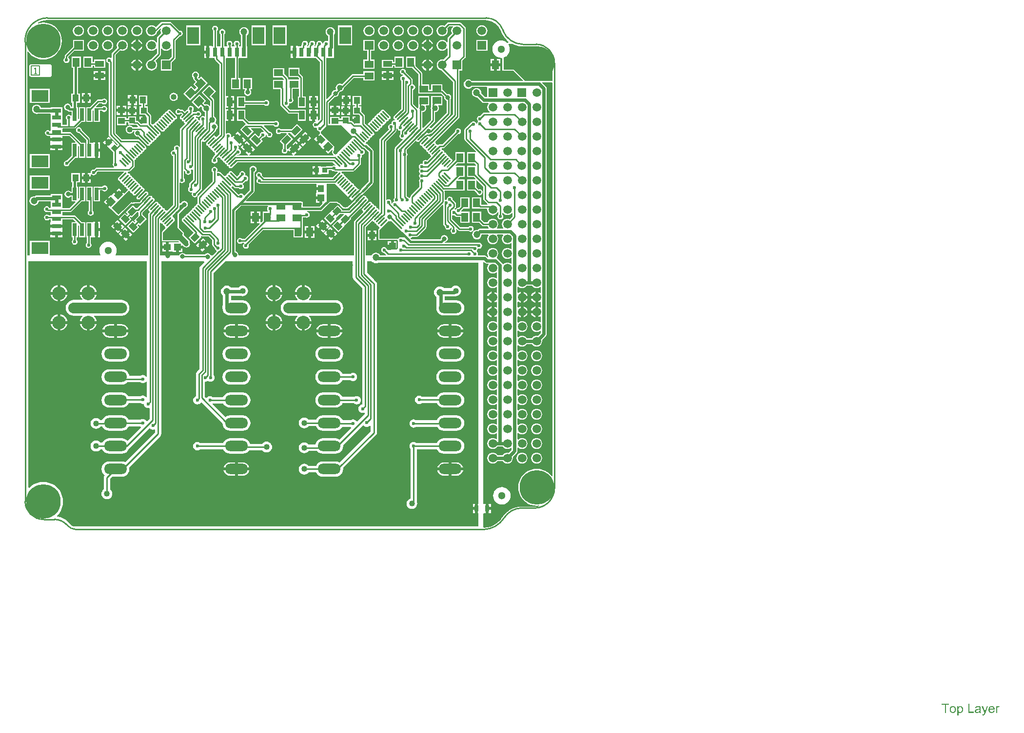
<source format=gtl>
G04*
G04 #@! TF.GenerationSoftware,Altium Limited,Altium Designer,18.1.7 (191)*
G04*
G04 Layer_Physical_Order=1*
G04 Layer_Color=255*
%FSLAX25Y25*%
%MOIN*%
G70*
G01*
G75*
%ADD11C,0.01000*%
%ADD14C,0.00787*%
%ADD22O,0.15748X0.07323*%
%ADD23O,0.15748X0.07087*%
%ADD24R,0.04724X0.04724*%
%ADD25R,0.04724X0.04724*%
%ADD26P,0.06681X4X270.0*%
%ADD27P,0.06681X4X180.0*%
%ADD28R,0.04000X0.06000*%
G04:AMPARAMS|DCode=29|XSize=40mil|YSize=60mil|CornerRadius=0mil|HoleSize=0mil|Usage=FLASHONLY|Rotation=315.000|XOffset=0mil|YOffset=0mil|HoleType=Round|Shape=Rectangle|*
%AMROTATEDRECTD29*
4,1,4,-0.03536,-0.00707,0.00707,0.03536,0.03536,0.00707,-0.00707,-0.03536,-0.03536,-0.00707,0.0*
%
%ADD29ROTATEDRECTD29*%

%ADD30R,0.02756X0.08661*%
%ADD31R,0.08268X0.11811*%
%ADD32R,0.03150X0.06299*%
%ADD33R,0.11811X0.08268*%
%ADD34R,0.06299X0.03150*%
G04:AMPARAMS|DCode=35|XSize=40mil|YSize=60mil|CornerRadius=0mil|HoleSize=0mil|Usage=FLASHONLY|Rotation=225.000|XOffset=0mil|YOffset=0mil|HoleType=Round|Shape=Rectangle|*
%AMROTATEDRECTD35*
4,1,4,-0.00707,0.03536,0.03536,-0.00707,0.00707,-0.03536,-0.03536,0.00707,-0.00707,0.03536,0.0*
%
%ADD35ROTATEDRECTD35*%

%ADD36C,0.05118*%
%ADD37R,0.06000X0.04000*%
%ADD38R,0.03937X0.03937*%
G04:AMPARAMS|DCode=39|XSize=39.37mil|YSize=51.18mil|CornerRadius=0mil|HoleSize=0mil|Usage=FLASHONLY|Rotation=315.000|XOffset=0mil|YOffset=0mil|HoleType=Round|Shape=Rectangle|*
%AMROTATEDRECTD39*
4,1,4,-0.03202,-0.00418,0.00418,0.03202,0.03202,0.00418,-0.00418,-0.03202,-0.03202,-0.00418,0.0*
%
%ADD39ROTATEDRECTD39*%

%ADD42R,0.03150X0.04134*%
G04:AMPARAMS|DCode=43|XSize=41.34mil|YSize=47.24mil|CornerRadius=0mil|HoleSize=0mil|Usage=FLASHONLY|Rotation=135.000|XOffset=0mil|YOffset=0mil|HoleType=Round|Shape=Rectangle|*
%AMROTATEDRECTD43*
4,1,4,0.03132,0.00209,-0.00209,-0.03132,-0.03132,-0.00209,0.00209,0.03132,0.03132,0.00209,0.0*
%
%ADD43ROTATEDRECTD43*%

%ADD44R,0.04724X0.04134*%
%ADD45R,0.04134X0.04724*%
G04:AMPARAMS|DCode=46|XSize=41.34mil|YSize=47.24mil|CornerRadius=0mil|HoleSize=0mil|Usage=FLASHONLY|Rotation=45.000|XOffset=0mil|YOffset=0mil|HoleType=Round|Shape=Rectangle|*
%AMROTATEDRECTD46*
4,1,4,0.00209,-0.03132,-0.03132,0.00209,-0.00209,0.03132,0.03132,-0.00209,0.00209,-0.03132,0.0*
%
%ADD46ROTATEDRECTD46*%

%ADD47P,0.05011X4X360.0*%
%ADD48R,0.03543X0.03543*%
%ADD49R,0.04724X0.06000*%
G04:AMPARAMS|DCode=50|XSize=47.24mil|YSize=60mil|CornerRadius=0mil|HoleSize=0mil|Usage=FLASHONLY|Rotation=135.000|XOffset=0mil|YOffset=0mil|HoleType=Round|Shape=Rectangle|*
%AMROTATEDRECTD50*
4,1,4,0.03792,0.00451,-0.00451,-0.03792,-0.03792,-0.00451,0.00451,0.03792,0.03792,0.00451,0.0*
%
%ADD50ROTATEDRECTD50*%

%ADD51R,0.06000X0.04724*%
%ADD84C,0.09331*%
%ADD85C,0.07323*%
G04:AMPARAMS|DCode=91|XSize=11.81mil|YSize=68.9mil|CornerRadius=0mil|HoleSize=0mil|Usage=FLASHONLY|Rotation=45.000|XOffset=0mil|YOffset=0mil|HoleType=Round|Shape=Round|*
%AMOVALD91*
21,1,0.05709,0.01181,0.00000,0.00000,135.0*
1,1,0.01181,0.02018,-0.02018*
1,1,0.01181,-0.02018,0.02018*
%
%ADD91OVALD91*%

G04:AMPARAMS|DCode=92|XSize=11.81mil|YSize=68.9mil|CornerRadius=0mil|HoleSize=0mil|Usage=FLASHONLY|Rotation=135.000|XOffset=0mil|YOffset=0mil|HoleType=Round|Shape=Round|*
%AMOVALD92*
21,1,0.05709,0.01181,0.00000,0.00000,225.0*
1,1,0.01181,0.02018,0.02018*
1,1,0.01181,-0.02018,-0.02018*
%
%ADD92OVALD92*%

%ADD93C,0.01500*%
%ADD94C,0.03000*%
%ADD95C,0.02300*%
%ADD96C,0.02299*%
%ADD97C,0.07323*%
%ADD98C,0.04000*%
%ADD99C,0.05906*%
%ADD100R,0.05906X0.05906*%
%ADD101R,0.05906X0.05906*%
%ADD102C,0.23622*%
%ADD103C,0.03150*%
%ADD104C,0.02362*%
%ADD105C,0.04724*%
G36*
X313914Y348883D02*
X313930Y348883D01*
X314114Y348883D01*
X314426Y348882D01*
X314920Y348873D01*
X316488Y348750D01*
X318313Y348312D01*
X320048Y347593D01*
X321649Y346612D01*
X323077Y345393D01*
X324296Y343965D01*
X325277Y342364D01*
X325845Y340994D01*
X325845Y340994D01*
X325845Y340994D01*
X326057Y340562D01*
X326530Y339420D01*
X327834Y337291D01*
X329456Y335392D01*
X331069Y334014D01*
X330973Y333636D01*
X330896Y333505D01*
X330804Y333487D01*
X330666Y333466D01*
X330649Y333456D01*
X330629Y333452D01*
X330513Y333374D01*
X330394Y333303D01*
X330199Y333273D01*
X329915Y333270D01*
X329792Y333306D01*
X329091Y333882D01*
X328063Y334431D01*
X326948Y334770D01*
X325787Y334884D01*
X324627Y334770D01*
X323512Y334431D01*
X322484Y333882D01*
X321582Y333142D01*
X320843Y332241D01*
X320293Y331213D01*
X319955Y330097D01*
X319841Y328937D01*
X319955Y327777D01*
X320293Y326661D01*
X320843Y325633D01*
X321582Y324732D01*
X322484Y323992D01*
X323512Y323443D01*
X324627Y323105D01*
X325787Y322990D01*
X326294Y323040D01*
X326665Y322704D01*
Y321910D01*
X326625D01*
Y314310D01*
X327161D01*
X327168Y314305D01*
X327480Y314243D01*
X334091Y314243D01*
X340766Y307568D01*
X340575Y307106D01*
X305905D01*
X305700Y307373D01*
X305040Y307880D01*
X304270Y308199D01*
X303445Y308308D01*
X302619Y308199D01*
X301850Y307880D01*
X301190Y307373D01*
X300683Y306713D01*
X300364Y305944D01*
X300255Y305118D01*
X300364Y304293D01*
X300683Y303523D01*
X301190Y302863D01*
X301850Y302356D01*
X302619Y302037D01*
X303445Y301929D01*
X304270Y302037D01*
X305040Y302356D01*
X305700Y302863D01*
X305905Y303130D01*
X315862D01*
X316326Y303044D01*
Y296182D01*
X314897D01*
X312201Y298879D01*
X312245Y299213D01*
X312136Y300038D01*
X311817Y300807D01*
X311310Y301468D01*
X310650Y301975D01*
X309881Y302293D01*
X309055Y302402D01*
X308230Y302293D01*
X307460Y301975D01*
X306800Y301468D01*
X306293Y300807D01*
X305974Y300038D01*
X305866Y299213D01*
X305974Y298387D01*
X306293Y297618D01*
X306800Y296957D01*
X307460Y296450D01*
X308230Y296132D01*
X309055Y296023D01*
X309389Y296067D01*
X312668Y292788D01*
X313313Y292357D01*
X314074Y292206D01*
X316955D01*
X317201Y291706D01*
X316801Y291184D01*
X316423Y290271D01*
X316294Y289291D01*
X316423Y288312D01*
X316801Y287399D01*
X317402Y286615D01*
X317974Y286176D01*
X317805Y285676D01*
X314272D01*
X313764Y285575D01*
X313334Y285288D01*
X311440Y283393D01*
X311319Y283418D01*
X310546Y283264D01*
X309891Y282826D01*
X309453Y282171D01*
X309299Y281398D01*
X309453Y280625D01*
X309891Y279969D01*
X310030Y279876D01*
Y279376D01*
X309891Y279283D01*
X309453Y278627D01*
X309340Y278059D01*
X308830D01*
X308756Y278431D01*
X308318Y279086D01*
X307663Y279524D01*
X306890Y279677D01*
X306117Y279524D01*
X305462Y279086D01*
X305318Y278871D01*
X304904Y278595D01*
X301109Y274800D01*
X300822Y274370D01*
X300721Y273862D01*
Y267456D01*
X300822Y266949D01*
X301109Y266519D01*
X308604Y259024D01*
X308397Y258524D01*
X302511D01*
Y250924D01*
X307599D01*
X308517Y250006D01*
Y249174D01*
X302511D01*
Y241574D01*
X307157D01*
X308407Y240324D01*
X308200Y239824D01*
X302511D01*
Y232224D01*
X307599D01*
X309197Y230625D01*
X309256Y230329D01*
X309694Y229674D01*
X310349Y229236D01*
X311122Y229082D01*
X311895Y229236D01*
X312550Y229674D01*
X312988Y230329D01*
X313142Y231102D01*
X312988Y231875D01*
X312550Y232531D01*
X311895Y232968D01*
X311122Y233122D01*
X310561Y233011D01*
X308835Y234736D01*
Y239188D01*
X309335Y239395D01*
X313734Y234997D01*
Y226385D01*
X313835Y225878D01*
X314122Y225448D01*
X316196Y223374D01*
X316626Y223087D01*
X316632Y223085D01*
X316582Y222585D01*
X312182D01*
Y227619D01*
X305857D01*
Y220019D01*
X311154D01*
X311579Y219934D01*
X316012D01*
X316342Y219558D01*
X316294Y219193D01*
X316423Y218213D01*
X316801Y217300D01*
X317402Y216516D01*
X318186Y215915D01*
X319099Y215537D01*
X320079Y215408D01*
X321058Y215537D01*
X321971Y215915D01*
X322755Y216516D01*
X323357Y217300D01*
X323470Y217573D01*
X323970Y217474D01*
Y215966D01*
X323867Y215897D01*
X323429Y215242D01*
X323275Y214469D01*
X323429Y213696D01*
X323867Y213040D01*
X324522Y212602D01*
X325295Y212449D01*
X326068Y212602D01*
X326724Y213040D01*
X327161Y213696D01*
X327315Y214469D01*
X327161Y215242D01*
X326724Y215897D01*
X326621Y215966D01*
Y216812D01*
X327121Y216982D01*
X327402Y216615D01*
X328186Y216013D01*
X329099Y215635D01*
X330079Y215506D01*
X331058Y215635D01*
X331971Y216013D01*
X332755Y216615D01*
X333116Y217084D01*
X333615Y216915D01*
Y214703D01*
X331626Y212713D01*
X331058Y212948D01*
X330079Y213076D01*
X329099Y212948D01*
X328186Y212569D01*
X327402Y211968D01*
X326801Y211184D01*
X326423Y210271D01*
X326294Y209291D01*
X326423Y208312D01*
X326801Y207399D01*
X327350Y206682D01*
X327228Y206182D01*
X322930D01*
X322807Y206682D01*
X323357Y207399D01*
X323735Y208312D01*
X323864Y209291D01*
X323735Y210271D01*
X323357Y211184D01*
X322755Y211968D01*
X321971Y212569D01*
X321058Y212948D01*
X320079Y213076D01*
X319099Y212948D01*
X318186Y212569D01*
X317402Y211968D01*
X316801Y211184D01*
X316566Y210617D01*
X314254D01*
X312182Y212689D01*
Y217776D01*
X305857D01*
Y210176D01*
X310945D01*
X312768Y208354D01*
X313197Y208067D01*
X313705Y207966D01*
X316566D01*
X316801Y207399D01*
X317351Y206682D01*
X317228Y206182D01*
X311281D01*
X310520Y206031D01*
X309875Y205600D01*
X309586Y205311D01*
X309252Y205355D01*
X308426Y205246D01*
X307657Y204927D01*
X306997Y204421D01*
X306490Y203760D01*
X306171Y202991D01*
X306063Y202165D01*
X306171Y201340D01*
X306490Y200571D01*
X306997Y199910D01*
X307657Y199403D01*
X308426Y199084D01*
X309252Y198976D01*
X310078Y199084D01*
X310847Y199403D01*
X311507Y199910D01*
X312014Y200571D01*
X312333Y201340D01*
X312441Y202165D01*
X312477Y202206D01*
X316955D01*
X317201Y201706D01*
X316801Y201184D01*
X316423Y200271D01*
X316294Y199291D01*
X316423Y198312D01*
X316801Y197399D01*
X317402Y196615D01*
X318186Y196013D01*
X319099Y195635D01*
X320079Y195506D01*
X321058Y195635D01*
X321971Y196013D01*
X322755Y196615D01*
X323357Y197399D01*
X323735Y198312D01*
X323864Y199291D01*
X323735Y200271D01*
X323357Y201184D01*
X322956Y201706D01*
X323203Y202206D01*
X326955D01*
X327201Y201706D01*
X326801Y201184D01*
X326423Y200271D01*
X326294Y199291D01*
X326423Y198312D01*
X326801Y197399D01*
X327402Y196615D01*
X328186Y196013D01*
X329099Y195635D01*
X330079Y195506D01*
X331058Y195635D01*
X331971Y196013D01*
X332551Y196458D01*
X333051Y196212D01*
Y192371D01*
X332551Y192124D01*
X331971Y192569D01*
X331058Y192947D01*
X330079Y193077D01*
X329099Y192947D01*
X328186Y192569D01*
X327402Y191968D01*
X326801Y191184D01*
X326423Y190271D01*
X326294Y189291D01*
X326423Y188312D01*
X326801Y187399D01*
X327402Y186615D01*
X328186Y186013D01*
X329099Y185635D01*
X330079Y185506D01*
X331058Y185635D01*
X331971Y186013D01*
X332551Y186458D01*
X333051Y186212D01*
Y182371D01*
X332551Y182124D01*
X331971Y182569D01*
X331058Y182948D01*
X330079Y183077D01*
X329099Y182948D01*
X328186Y182569D01*
X327402Y181968D01*
X327398Y181963D01*
X326994Y182011D01*
X326848Y182067D01*
X326445Y182670D01*
X323321Y185794D01*
X322886Y186085D01*
X322815Y186373D01*
X322800Y186648D01*
X322813Y186690D01*
X323357Y187399D01*
X323735Y188312D01*
X323864Y189291D01*
X323735Y190271D01*
X323357Y191184D01*
X322755Y191968D01*
X321971Y192569D01*
X321058Y192947D01*
X320079Y193077D01*
X319099Y192947D01*
X318186Y192569D01*
X317402Y191968D01*
X316801Y191184D01*
X316423Y190271D01*
X316294Y189291D01*
X316423Y188312D01*
X316801Y187399D01*
X316968Y187180D01*
X316750Y186643D01*
X316512Y186609D01*
X315870Y187251D01*
X315225Y187682D01*
X314464Y187833D01*
X310056D01*
X309846Y188226D01*
X309845Y188333D01*
X309992Y189075D01*
X309839Y189848D01*
X309401Y190503D01*
X309163Y190662D01*
Y191076D01*
X309225Y191222D01*
X309642Y191845D01*
X309731Y192294D01*
X309906Y192627D01*
X310274Y192657D01*
X310728Y192567D01*
X311501Y192720D01*
X312157Y193158D01*
X312595Y193814D01*
X312748Y194587D01*
X312595Y195360D01*
X312157Y196015D01*
X311501Y196453D01*
X310728Y196607D01*
X309955Y196453D01*
X309913Y196425D01*
X287373D01*
X287115Y196925D01*
X287188Y197027D01*
X287919Y197172D01*
X288705Y197697D01*
X289230Y198483D01*
X289414Y199409D01*
X289230Y200336D01*
X288705Y201122D01*
X287919Y201646D01*
X286993Y201831D01*
X286066Y201646D01*
X285280Y201122D01*
X284756Y200336D01*
X284571Y199409D01*
X284602Y199254D01*
X284173Y198825D01*
X264434D01*
X263878Y199381D01*
X264023Y199859D01*
X264257Y199906D01*
X264913Y200343D01*
X264981Y200446D01*
X267809D01*
X268316Y200547D01*
X268746Y200834D01*
X274418Y206506D01*
X274705Y206936D01*
X274806Y207443D01*
Y211706D01*
X285605Y222506D01*
X285616Y222505D01*
X286086Y222280D01*
Y209537D01*
X286187Y209030D01*
X286475Y208600D01*
X287374Y207700D01*
X287350Y207579D01*
X287504Y206806D01*
X287942Y206151D01*
X288597Y205713D01*
X289370Y205559D01*
X290143Y205713D01*
X290798Y206151D01*
X291189Y206734D01*
X291601Y206852D01*
X291744Y206870D01*
X291982Y206676D01*
Y206025D01*
X291879Y205956D01*
X291441Y205301D01*
X291287Y204528D01*
X291441Y203755D01*
X291879Y203099D01*
X292534Y202661D01*
X293307Y202508D01*
X294080Y202661D01*
X294735Y203099D01*
X295173Y203755D01*
X295327Y204528D01*
X295173Y205301D01*
X294815Y205837D01*
X295203Y206156D01*
X296292Y205067D01*
X296722Y204779D01*
X297230Y204679D01*
X303523D01*
X303591Y204576D01*
X304247Y204138D01*
X305020Y203984D01*
X305793Y204138D01*
X306448Y204576D01*
X306886Y205231D01*
X307040Y206004D01*
X306886Y206777D01*
X306448Y207432D01*
X305793Y207870D01*
X305020Y208024D01*
X304247Y207870D01*
X303591Y207432D01*
X303523Y207329D01*
X297779D01*
X292336Y212772D01*
Y215127D01*
X292836Y215403D01*
X293491Y215273D01*
X293928Y215360D01*
X294674Y214614D01*
X295104Y214327D01*
X295611Y214226D01*
X297857D01*
Y210176D01*
X304182D01*
Y217776D01*
X298923D01*
X298606Y218163D01*
X298674Y218504D01*
X298649Y218625D01*
X300043Y220019D01*
X304182D01*
Y227619D01*
X297857D01*
Y221582D01*
X296775Y220500D01*
X296654Y220524D01*
X295881Y220370D01*
X295225Y219932D01*
X294787Y219277D01*
X294476Y219148D01*
X294105Y219283D01*
X293975Y219790D01*
X294476Y220290D01*
X294763Y220720D01*
X294864Y221227D01*
Y223292D01*
X294763Y223799D01*
X294476Y224229D01*
X292645Y226060D01*
X292670Y226181D01*
X292516Y226954D01*
X292078Y227609D01*
X291423Y228047D01*
X290650Y228201D01*
X289877Y228047D01*
X289221Y227609D01*
X288784Y226954D01*
X288630Y226181D01*
X288486Y226037D01*
X288267Y226081D01*
X287612Y225950D01*
X287112Y226227D01*
Y231538D01*
X287058Y231808D01*
X287390Y232309D01*
X294511D01*
Y232224D01*
X300835D01*
Y239824D01*
X296485D01*
X296294Y240286D01*
X297582Y241574D01*
X300835D01*
Y249174D01*
X294705D01*
X294488Y249664D01*
X295748Y250924D01*
X300835D01*
Y258524D01*
X294511D01*
Y253437D01*
X288964Y247890D01*
X288749Y247925D01*
X288577Y248460D01*
X292028Y251911D01*
X292336Y252371D01*
X292443Y252913D01*
X292336Y253456D01*
X292028Y253916D01*
X291568Y254223D01*
X291047Y254327D01*
X290944Y254848D01*
X290636Y255308D01*
X290176Y255615D01*
X289655Y255719D01*
X289552Y256240D01*
X289244Y256700D01*
X288784Y257007D01*
X288263Y257111D01*
X288160Y257632D01*
X287852Y258092D01*
X287392Y258399D01*
X286872Y258503D01*
X286768Y259024D01*
X286460Y259484D01*
X286000Y259791D01*
X285479Y259895D01*
X285376Y260416D01*
X285137Y260773D01*
X285260Y261138D01*
X285359Y261273D01*
X286221D01*
X286728Y261374D01*
X287158Y261661D01*
X296319Y270823D01*
X296358Y270815D01*
X297131Y270969D01*
X297787Y271406D01*
X298224Y272062D01*
X298378Y272835D01*
X298224Y273608D01*
X297787Y274263D01*
X297131Y274701D01*
X296358Y274855D01*
X295585Y274701D01*
X294930Y274263D01*
X294492Y273608D01*
X294338Y272835D01*
X294379Y272631D01*
X285671Y263924D01*
X284007D01*
X283500Y263823D01*
X283070Y263536D01*
X283008Y263474D01*
X282366Y263538D01*
X282285Y263660D01*
X281825Y263967D01*
X281304Y264071D01*
X281200Y264592D01*
X280893Y265052D01*
X280837Y265089D01*
X280774Y265732D01*
X297000Y281958D01*
X297288Y282388D01*
X297389Y282895D01*
Y314357D01*
X299304D01*
Y321130D01*
X301134Y322960D01*
X301421Y323390D01*
X301522Y323898D01*
Y343209D01*
X301421Y343716D01*
X301134Y344146D01*
X298280Y347000D01*
X297850Y347288D01*
X297342Y347389D01*
X289961D01*
X289453Y347288D01*
X289023Y347000D01*
X287039Y345016D01*
X286472Y345251D01*
X285492Y345380D01*
X284512Y345251D01*
X283600Y344872D01*
X282816Y344271D01*
X282214Y343487D01*
X281836Y342574D01*
X281707Y341595D01*
X281836Y340615D01*
X282214Y339702D01*
X282816Y338918D01*
X283600Y338316D01*
X284512Y337938D01*
X285492Y337809D01*
X286472Y337938D01*
X287385Y338316D01*
X288169Y338918D01*
X288770Y339702D01*
X289148Y340615D01*
X289277Y341595D01*
X289148Y342574D01*
X288913Y343141D01*
X290510Y344738D01*
X292657D01*
X292748Y344470D01*
X292790Y344237D01*
X292214Y343487D01*
X291836Y342574D01*
X291707Y341595D01*
X291836Y340615D01*
X292169Y339811D01*
X289515Y337158D01*
X289228Y336728D01*
X289127Y336221D01*
Y333843D01*
X288627Y333673D01*
X288169Y334271D01*
X287385Y334873D01*
X286472Y335251D01*
X285492Y335380D01*
X284512Y335251D01*
X283600Y334873D01*
X282816Y334271D01*
X282214Y333487D01*
X281836Y332574D01*
X281707Y331594D01*
X281836Y330615D01*
X282214Y329702D01*
X282816Y328918D01*
X283600Y328316D01*
X284512Y327938D01*
X285492Y327809D01*
X286472Y327938D01*
X287385Y328316D01*
X288169Y328918D01*
X288627Y329516D01*
X289127Y329346D01*
Y324585D01*
X286335Y321792D01*
X285551Y321895D01*
X284572Y321766D01*
X283659Y321388D01*
X282875Y320787D01*
X282273Y320003D01*
X281895Y319090D01*
X281766Y318110D01*
X281895Y317131D01*
X282273Y316218D01*
X282875Y315434D01*
X283659Y314832D01*
X284572Y314454D01*
X285235Y314367D01*
X292938Y306664D01*
Y284540D01*
X277441Y269042D01*
X276798Y269106D01*
X276717Y269227D01*
X276257Y269535D01*
X275940Y269598D01*
X275944Y269617D01*
X275821Y270237D01*
X276129Y270676D01*
X276391Y270623D01*
X277318Y270808D01*
X278040Y271290D01*
X278165Y271315D01*
X278595Y271602D01*
X290996Y284004D01*
X291284Y284434D01*
X291385Y284941D01*
Y294951D01*
X291509Y295136D01*
X291693Y296063D01*
X291509Y296990D01*
X290984Y297775D01*
X290198Y298300D01*
X289272Y298484D01*
X288815Y298394D01*
X286272Y300937D01*
X286272Y300937D01*
X285842Y301225D01*
X285591Y301274D01*
Y304997D01*
X277991D01*
Y301325D01*
X276733D01*
Y304898D01*
X271798D01*
Y312402D01*
X271697Y312909D01*
X271410Y313339D01*
X267103Y317645D01*
Y323780D01*
X260779D01*
Y316180D01*
X264819D01*
X269147Y311853D01*
Y304898D01*
X269133D01*
Y298574D01*
X276733D01*
Y298675D01*
X277991D01*
Y298672D01*
X284788D01*
X286941Y296519D01*
X286850Y296063D01*
X287035Y295136D01*
X287560Y294351D01*
X288345Y293826D01*
X288734Y293749D01*
Y285490D01*
X278042Y274798D01*
X277318Y275282D01*
X276984Y275348D01*
X276839Y275827D01*
X280170Y279157D01*
X280457Y279587D01*
X280558Y280095D01*
X280558Y280095D01*
Y285765D01*
X281243Y285855D01*
X281924Y286137D01*
X282509Y286586D01*
X282958Y287171D01*
X283240Y287852D01*
X283336Y288583D01*
X283240Y289314D01*
X282958Y289995D01*
X282821Y290172D01*
X283068Y290672D01*
X285591D01*
Y296997D01*
X277991D01*
Y291701D01*
X277907Y291276D01*
Y289610D01*
X277784Y289314D01*
X277688Y288583D01*
X277784Y287852D01*
X277907Y287555D01*
Y280644D01*
X272457Y275193D01*
X271995Y275385D01*
Y285777D01*
X272581Y285855D01*
X273263Y286137D01*
X273847Y286586D01*
X274296Y287171D01*
X274578Y287852D01*
X274675Y288583D01*
X274578Y289314D01*
X274296Y289995D01*
X274196Y290126D01*
X274417Y290574D01*
X276733D01*
Y296898D01*
X269133D01*
Y290574D01*
X269344D01*
Y289848D01*
X269123Y289314D01*
X269056Y288806D01*
X268539Y288616D01*
X265496Y291659D01*
Y301032D01*
X265845Y301101D01*
X266500Y301539D01*
X266938Y302194D01*
X267092Y302968D01*
X266938Y303741D01*
X266500Y304396D01*
X265845Y304834D01*
X265545Y304893D01*
X265125Y305272D01*
X265125Y305448D01*
X265125Y305448D01*
X265125Y305518D01*
Y308346D01*
X265025Y308853D01*
X264737Y309283D01*
X260657Y313363D01*
X260681Y313484D01*
X260528Y314257D01*
X260090Y314913D01*
X259434Y315350D01*
X258661Y315504D01*
X257888Y315350D01*
X257233Y314913D01*
X256795Y314257D01*
X256642Y313484D01*
X256795Y312711D01*
X257233Y312056D01*
X257888Y311618D01*
X258464Y311504D01*
X258553Y311359D01*
X258315Y310802D01*
X257999Y310739D01*
X257344Y310302D01*
X256906Y309646D01*
X256753Y308873D01*
X256906Y308100D01*
X257344Y307445D01*
X257447Y307376D01*
Y288023D01*
X257010Y287586D01*
X256617Y287323D01*
X252580Y283286D01*
X252273Y282826D01*
X252165Y282283D01*
X252273Y281741D01*
X252580Y281281D01*
X253040Y280974D01*
X253094Y280963D01*
X253133Y280837D01*
X253037Y280673D01*
X252755Y280358D01*
X252094Y280226D01*
X251438Y279788D01*
X251000Y279133D01*
X250847Y278360D01*
X250896Y278114D01*
X250603Y277821D01*
X249830Y277667D01*
X249174Y277229D01*
X248737Y276574D01*
X248583Y275801D01*
X248737Y275028D01*
X249174Y274373D01*
X248939Y273929D01*
X243023Y268013D01*
X242736Y267583D01*
X242635Y267075D01*
Y219662D01*
X242171Y219340D01*
X241840Y219469D01*
X241808Y219632D01*
X241501Y220092D01*
X241041Y220399D01*
X240520Y220503D01*
X240416Y221024D01*
X240109Y221484D01*
X239649Y221791D01*
X239128Y221895D01*
X239024Y222416D01*
X238717Y222876D01*
X238257Y223183D01*
X237736Y223287D01*
X237632Y223808D01*
X237325Y224268D01*
X236865Y224575D01*
X236548Y224638D01*
X236552Y224657D01*
X236462Y225112D01*
X236363Y224675D01*
X236322Y224683D01*
X235780Y224575D01*
X235320Y224268D01*
X233301Y222250D01*
X232523Y223028D01*
X234541Y225046D01*
X234849Y225506D01*
X234957Y226049D01*
X234948Y226089D01*
X235104Y226244D01*
X234930Y226279D01*
X234911Y226275D01*
X234848Y226592D01*
X234541Y227052D01*
X234081Y227359D01*
X233560Y227463D01*
X233456Y227984D01*
X233149Y228444D01*
X232689Y228751D01*
X232372Y228814D01*
X232376Y228833D01*
X232253Y229453D01*
X231901Y229980D01*
X231794Y230051D01*
X231766Y230191D01*
X231828Y230630D01*
X232207Y230883D01*
X238027Y236703D01*
X238369Y237216D01*
X238490Y237821D01*
Y259154D01*
X238369Y259758D01*
X238027Y260271D01*
X234484Y263814D01*
X233971Y264157D01*
X233493Y264252D01*
X233303Y264618D01*
X233275Y264766D01*
X233456Y265038D01*
X233560Y265559D01*
X234081Y265662D01*
X234541Y265970D01*
X234848Y266430D01*
X234952Y266951D01*
X235473Y267054D01*
X235933Y267362D01*
X236240Y267822D01*
X236344Y268342D01*
X236865Y268446D01*
X237325Y268754D01*
X237632Y269214D01*
X237736Y269735D01*
X238257Y269838D01*
X238717Y270145D01*
X239024Y270605D01*
X239087Y270922D01*
X239106Y270918D01*
X239279Y270953D01*
X239124Y271108D01*
X239132Y271148D01*
X239024Y271691D01*
X238717Y272151D01*
X236699Y274169D01*
X237477Y274948D01*
X239495Y272929D01*
X239955Y272622D01*
X240498Y272514D01*
X240539Y272522D01*
X240693Y272367D01*
X240728Y272540D01*
X240724Y272559D01*
X241041Y272622D01*
X241501Y272929D01*
X241808Y273389D01*
X241912Y273910D01*
X242433Y274014D01*
X242893Y274321D01*
X243200Y274781D01*
X243304Y275302D01*
X243825Y275406D01*
X244285Y275713D01*
X244592Y276173D01*
X244696Y276694D01*
X245217Y276798D01*
X245677Y277105D01*
X245984Y277565D01*
X246088Y278086D01*
X246608Y278190D01*
X247069Y278497D01*
X247376Y278957D01*
X247480Y279478D01*
X248001Y279582D01*
X248460Y279889D01*
X248768Y280349D01*
X248871Y280870D01*
X249392Y280974D01*
X249852Y281281D01*
X250160Y281741D01*
X250268Y282283D01*
X250160Y282826D01*
X249852Y283286D01*
X245816Y287323D01*
X245356Y287630D01*
X244813Y287738D01*
X244271Y287630D01*
X243811Y287323D01*
X243503Y286863D01*
X243400Y286342D01*
X242879Y286238D01*
X242419Y285931D01*
X242111Y285471D01*
X242008Y284950D01*
X241487Y284846D01*
X241027Y284539D01*
X240720Y284079D01*
X240616Y283558D01*
X240095Y283454D01*
X239635Y283147D01*
X239328Y282687D01*
X239224Y282166D01*
X238703Y282062D01*
X238243Y281755D01*
X237936Y281295D01*
X237832Y280774D01*
X237311Y280670D01*
X236851Y280363D01*
X236544Y279903D01*
X236440Y279382D01*
X235919Y279278D01*
X235459Y278971D01*
X235152Y278511D01*
X235089Y278194D01*
X235070Y278198D01*
X234449Y278075D01*
X233923Y277723D01*
X233842Y277602D01*
X233198Y277539D01*
X232540Y278196D01*
Y283294D01*
X232440Y283801D01*
X232152Y284231D01*
X230087Y286296D01*
Y289776D01*
X228644D01*
Y290735D01*
X230087D01*
Y297060D01*
X224353D01*
Y290735D01*
X225993D01*
Y289776D01*
X224550D01*
Y284239D01*
X228395D01*
X229086Y283548D01*
X228894Y283087D01*
X228319D01*
Y280118D01*
X226319D01*
Y283087D01*
X224350D01*
Y279818D01*
X223850Y279653D01*
X223519Y279874D01*
X223011Y279975D01*
X222213D01*
Y282887D01*
X216676D01*
Y281444D01*
X215323D01*
Y282690D01*
X208999D01*
Y277784D01*
X208372D01*
X208018Y278138D01*
Y292364D01*
X211995Y296341D01*
X212451Y296250D01*
X213377Y296434D01*
X214163Y296959D01*
X214688Y297745D01*
X214872Y298671D01*
X214781Y299127D01*
X215495Y299841D01*
X215551Y299833D01*
X216282Y299930D01*
X216963Y300212D01*
X217548Y300660D01*
X217997Y301245D01*
X218279Y301926D01*
X218375Y302658D01*
X218368Y302714D01*
X225073Y309419D01*
X231739D01*
Y307582D01*
X239339D01*
Y313906D01*
X231739D01*
Y312070D01*
X224524D01*
X224016Y311969D01*
X223586Y311681D01*
X216989Y305084D01*
X216963Y305103D01*
X216282Y305385D01*
X215551Y305482D01*
X214820Y305385D01*
X214139Y305103D01*
X213554Y304655D01*
X213105Y304070D01*
X212823Y303388D01*
X212727Y302658D01*
X212823Y301926D01*
X213003Y301493D01*
X212643Y301054D01*
X212451Y301093D01*
X211524Y300908D01*
X210739Y300383D01*
X210214Y299598D01*
X210030Y298671D01*
X210120Y298215D01*
X206681Y294776D01*
X206219Y294967D01*
Y322925D01*
X206680Y323019D01*
X206680Y323019D01*
X206680Y323019D01*
X211430D01*
Y329278D01*
X211483Y329357D01*
X211634Y330118D01*
Y339013D01*
X211817Y339252D01*
X212136Y340021D01*
X212245Y340846D01*
X212136Y341672D01*
X211817Y342441D01*
X211310Y343102D01*
X210650Y343609D01*
X209881Y343927D01*
X209055Y344036D01*
X208230Y343927D01*
X207460Y343609D01*
X206800Y343102D01*
X206293Y342441D01*
X205974Y341672D01*
X205866Y340846D01*
X205974Y340021D01*
X206293Y339252D01*
X206800Y338591D01*
X207460Y338084D01*
X207658Y338003D01*
Y334688D01*
X207157Y334421D01*
X206974Y334543D01*
X206201Y334697D01*
X205428Y334543D01*
X204772Y334105D01*
X204335Y333450D01*
X204220Y332872D01*
X204084Y332778D01*
X203533Y333001D01*
X203529Y333009D01*
X203441Y333450D01*
X203003Y334105D01*
X202348Y334543D01*
X201575Y334697D01*
X200802Y334543D01*
X200147Y334105D01*
X199709Y333450D01*
X199555Y332677D01*
X199579Y332556D01*
X199358Y332335D01*
X199071Y331905D01*
X198970Y331398D01*
Y330918D01*
X198418D01*
X198195Y331418D01*
X198520Y331904D01*
X198673Y332677D01*
X198520Y333450D01*
X198082Y334105D01*
X197426Y334543D01*
X196653Y334697D01*
X195880Y334543D01*
X195225Y334105D01*
X194787Y333450D01*
X194634Y332677D01*
X194658Y332556D01*
X194437Y332335D01*
X194149Y331905D01*
X194049Y331398D01*
Y330918D01*
X193497D01*
X193274Y331418D01*
X193598Y331904D01*
X193752Y332677D01*
X193598Y333450D01*
X193161Y334105D01*
X192505Y334543D01*
X191732Y334697D01*
X190959Y334543D01*
X190304Y334105D01*
X189866Y333450D01*
X189712Y332677D01*
X189736Y332556D01*
X189515Y332335D01*
X189228Y331905D01*
X189127Y331398D01*
Y330918D01*
X187024D01*
Y331118D01*
X185449D01*
Y326969D01*
Y322819D01*
X187024D01*
Y323019D01*
X191417D01*
X191745Y323019D01*
Y323019D01*
X191917D01*
Y323019D01*
X196338D01*
X196666Y323019D01*
Y323019D01*
X196838D01*
Y323019D01*
X199024D01*
X201769Y320274D01*
Y281006D01*
X201029Y280266D01*
X200567Y280457D01*
Y282760D01*
X198567D01*
Y279760D01*
X198847D01*
X198896Y279260D01*
X198243Y279130D01*
X197588Y278692D01*
X197150Y278037D01*
X196996Y277264D01*
X197150Y276491D01*
X197588Y275835D01*
X198243Y275398D01*
X199016Y275244D01*
X199465Y275333D01*
X199891Y274910D01*
X199850Y274705D01*
X200004Y273932D01*
X200442Y273276D01*
X201097Y272839D01*
X201648Y272729D01*
X201762Y272558D01*
X201762Y272558D01*
X201762Y271438D01*
X201762Y271438D01*
X201793Y271285D01*
X200836Y270329D01*
X203214Y267952D01*
X202507Y267245D01*
X203214Y266538D01*
X201045Y264369D01*
X202715Y262699D01*
X202669Y262218D01*
X202659Y262209D01*
X204330Y260538D01*
X206707Y262916D01*
X208121Y261501D01*
X205744Y259124D01*
X207414Y257454D01*
X209881Y259921D01*
X210431Y259763D01*
X210486Y259526D01*
X210470Y259502D01*
X210286Y258576D01*
X210470Y257649D01*
X210995Y256863D01*
X211345Y256630D01*
X211193Y256130D01*
X193614D01*
X193605Y256128D01*
X191237D01*
X191229Y256130D01*
X184603D01*
X184396Y256630D01*
X186060Y258294D01*
X184646Y259708D01*
X182524Y257587D01*
X183481Y256630D01*
X183274Y256130D01*
X153930D01*
X153723Y256630D01*
X154731Y257638D01*
X152610Y259759D01*
X151196Y258345D01*
X152911Y256630D01*
X152704Y256130D01*
X145524D01*
X145301Y256630D01*
X145421Y256764D01*
X145972Y256654D01*
X146745Y256808D01*
X147400Y257246D01*
X147838Y257901D01*
X147992Y258674D01*
X147838Y259447D01*
X147400Y260102D01*
X146745Y260540D01*
X146492Y260590D01*
X146256Y261137D01*
X146410Y261910D01*
X146256Y262682D01*
X145873Y263256D01*
X146261Y263574D01*
X147116Y262719D01*
X148531Y264134D01*
X145702Y266962D01*
X142874Y269790D01*
X141844Y268761D01*
X141739Y268776D01*
X141341Y269339D01*
X141390Y269587D01*
X141236Y270360D01*
X140798Y271015D01*
X140143Y271453D01*
X139370Y271606D01*
X138597Y271453D01*
X138144Y271150D01*
X137644Y271401D01*
Y279760D01*
X139130D01*
Y283760D01*
Y287760D01*
X137644D01*
Y288815D01*
X139130D01*
Y292815D01*
Y296815D01*
X137644D01*
Y322576D01*
X137783Y323019D01*
X138144Y323019D01*
X142204D01*
X142532Y323019D01*
X143032Y323019D01*
X143753D01*
Y309198D01*
X141165D01*
Y301598D01*
X147489D01*
Y309198D01*
X146404D01*
Y322665D01*
X146758Y323019D01*
X147453Y323019D01*
X147953Y323019D01*
X152375D01*
Y330918D01*
X151988D01*
Y338386D01*
X152255Y338591D01*
X152762Y339252D01*
X153081Y340021D01*
X153190Y340846D01*
X153081Y341672D01*
X152762Y342441D01*
X152255Y343102D01*
X151595Y343609D01*
X150826Y343927D01*
X150000Y344036D01*
X149174Y343927D01*
X148405Y343609D01*
X147745Y343102D01*
X147238Y342441D01*
X146919Y341672D01*
X146810Y340846D01*
X146919Y340021D01*
X147238Y339252D01*
X147745Y338591D01*
X148012Y338386D01*
Y331272D01*
X147658Y330918D01*
X146844Y330918D01*
X146620Y331418D01*
X146945Y331904D01*
X147099Y332677D01*
X146945Y333450D01*
X146507Y334105D01*
X145852Y334543D01*
X145079Y334697D01*
X144306Y334543D01*
X143650Y334105D01*
X143213Y333450D01*
X143059Y332677D01*
X143213Y331904D01*
X143537Y331418D01*
X143314Y330918D01*
X142704Y330918D01*
X141922Y330918D01*
X141699Y331418D01*
X142024Y331904D01*
X142177Y332677D01*
X142024Y333450D01*
X141586Y334105D01*
X140930Y334543D01*
X140157Y334697D01*
X139384Y334543D01*
X138729Y334105D01*
X138291Y333450D01*
X138138Y332677D01*
X138291Y331904D01*
X138616Y331418D01*
X138393Y330918D01*
X137783Y330918D01*
X137283Y330918D01*
X136562D01*
Y339251D01*
X136664Y339320D01*
X137102Y339975D01*
X137256Y340748D01*
X137102Y341521D01*
X136664Y342176D01*
X136009Y342614D01*
X135236Y342768D01*
X134463Y342614D01*
X133808Y342176D01*
X133370Y341521D01*
X133216Y340748D01*
X133370Y339975D01*
X133808Y339320D01*
X133911Y339251D01*
Y330918D01*
X132861D01*
X132861Y330918D01*
X132690D01*
Y330918D01*
X132361Y330918D01*
X131640D01*
Y341515D01*
X131743Y341583D01*
X132181Y342239D01*
X132335Y343012D01*
X132181Y343785D01*
X131743Y344440D01*
X131088Y344878D01*
X130315Y345032D01*
X129542Y344878D01*
X128887Y344440D01*
X128449Y343785D01*
X128295Y343012D01*
X128449Y342239D01*
X128887Y341583D01*
X128990Y341515D01*
Y330918D01*
X127969D01*
Y331118D01*
X126394D01*
Y326969D01*
Y322819D01*
X127969D01*
Y323019D01*
X130072D01*
Y322342D01*
X130173Y321835D01*
X130460Y321405D01*
X133194Y318671D01*
Y270854D01*
X131382Y269042D01*
X130739Y269106D01*
X130658Y269227D01*
X130198Y269535D01*
X129881Y269598D01*
X129885Y269617D01*
X129762Y270237D01*
X129410Y270764D01*
X129289Y270845D01*
X129225Y271488D01*
X130668Y272931D01*
X130955Y273361D01*
X131056Y273868D01*
Y273929D01*
X131443Y274187D01*
X131968Y274973D01*
X132152Y275899D01*
X131968Y276826D01*
X131443Y277611D01*
X130657Y278136D01*
X130623Y278143D01*
X130472Y278683D01*
X130792Y279100D01*
X131074Y279781D01*
X131171Y280512D01*
X131074Y281243D01*
X130792Y281924D01*
X130343Y282509D01*
X129759Y282958D01*
X129672Y282994D01*
Y293996D01*
X129571Y294503D01*
X129284Y294933D01*
X127435Y296782D01*
X130851Y300197D01*
X126379Y304669D01*
X121005Y299295D01*
X125477Y294823D01*
X125561Y294907D01*
X127021Y293447D01*
Y290187D01*
X126693Y290050D01*
X126521Y290046D01*
X126111Y290580D01*
X125526Y291028D01*
X124845Y291311D01*
X124114Y291407D01*
X123383Y291311D01*
X123147Y291213D01*
X122408Y291951D01*
X124158Y293701D01*
X119686Y298173D01*
X114312Y292799D01*
X118784Y288327D01*
X120534Y290077D01*
X121376Y289234D01*
X121290Y288583D01*
X121386Y287852D01*
X121668Y287171D01*
X122117Y286586D01*
X122702Y286137D01*
X123261Y285906D01*
Y283288D01*
X122820Y283052D01*
X122629Y283179D01*
X121856Y283333D01*
X121083Y283179D01*
X120428Y282741D01*
X119990Y282086D01*
X119836Y281313D01*
X119990Y280540D01*
X119568Y280294D01*
X119522Y280363D01*
X119062Y280670D01*
X118541Y280774D01*
X118438Y281295D01*
X118130Y281755D01*
X117670Y282062D01*
X117149Y282166D01*
X117095Y282438D01*
X117372Y282949D01*
X117437Y283001D01*
X117640Y283038D01*
X118026Y282780D01*
X118799Y282626D01*
X119572Y282780D01*
X120228Y283217D01*
X120665Y283873D01*
X120819Y284646D01*
X120665Y285419D01*
X120228Y286074D01*
X119572Y286512D01*
X118799Y286666D01*
X118026Y286512D01*
X117371Y286074D01*
X117302Y285971D01*
X115453D01*
X115450Y285970D01*
X115063Y286294D01*
X115076Y286738D01*
X115109Y286761D01*
X115547Y287416D01*
X115701Y288189D01*
X115547Y288962D01*
X115109Y289617D01*
X114454Y290055D01*
X113681Y290209D01*
X112908Y290055D01*
X112253Y289617D01*
X111815Y288962D01*
X111669Y288226D01*
X111560Y287738D01*
X111018Y287630D01*
X110557Y287323D01*
X109476Y286242D01*
X108560Y287158D01*
X108130Y287445D01*
X107623Y287546D01*
X106713D01*
X106645Y287649D01*
X105990Y288087D01*
X105217Y288240D01*
X104444Y288087D01*
X103788Y287649D01*
X103350Y286994D01*
X103197Y286221D01*
X103350Y285448D01*
X103788Y284792D01*
X104444Y284354D01*
X105217Y284201D01*
X105990Y284354D01*
X106645Y284792D01*
X107166Y284803D01*
X107602Y284367D01*
X106521Y283286D01*
X106213Y282826D01*
X106106Y282283D01*
X106213Y281741D01*
X106521Y281281D01*
X106981Y280974D01*
X107502Y280870D01*
X107606Y280349D01*
X107913Y279889D01*
X108373Y279582D01*
X108894Y279478D01*
X108997Y278957D01*
X109305Y278497D01*
X109426Y278416D01*
X109490Y277773D01*
X106641Y274924D01*
X106354Y274495D01*
X106253Y273987D01*
Y262514D01*
X105753Y262363D01*
X105562Y262649D01*
X104907Y263087D01*
X104134Y263240D01*
X103361Y263087D01*
X102706Y262649D01*
X102268Y261994D01*
X102114Y261221D01*
X102268Y260448D01*
X102332Y260351D01*
X102067Y259894D01*
X101294Y259740D01*
X100639Y259302D01*
X100201Y258647D01*
X100047Y257874D01*
X100201Y257101D01*
X100639Y256446D01*
X101294Y256008D01*
X101423Y255982D01*
Y222380D01*
X97557Y218514D01*
X96915Y218579D01*
X96834Y218700D01*
X96374Y219007D01*
X95853Y219111D01*
X95749Y219632D01*
X95442Y220092D01*
X94982Y220399D01*
X94461Y220503D01*
X94357Y221024D01*
X94050Y221484D01*
X93590Y221791D01*
X93069Y221895D01*
X92965Y222416D01*
X92658Y222876D01*
X92198Y223183D01*
X91677Y223287D01*
X91573Y223808D01*
X91266Y224268D01*
X90806Y224575D01*
X90489Y224638D01*
X90493Y224657D01*
X90403Y225112D01*
X90304Y224675D01*
X90263Y224683D01*
X89721Y224575D01*
X89261Y224268D01*
X87242Y222250D01*
X86464Y223028D01*
X88482Y225046D01*
X88789Y225506D01*
X88897Y226049D01*
X88889Y226089D01*
X89044Y226244D01*
X88871Y226279D01*
X88852Y226275D01*
X88789Y226592D01*
X88482Y227052D01*
X88022Y227359D01*
X87501Y227463D01*
X87397Y227984D01*
X87090Y228444D01*
X86630Y228751D01*
X86313Y228814D01*
X86317Y228833D01*
X86283Y229006D01*
X86128Y228851D01*
X86088Y228859D01*
X85545Y228751D01*
X85085Y228444D01*
X83066Y226425D01*
X82288Y227204D01*
X84306Y229222D01*
X84614Y229682D01*
X84722Y230225D01*
X84714Y230265D01*
X84869Y230420D01*
X84696Y230455D01*
X84676Y230451D01*
X84614Y230767D01*
X84306Y231227D01*
X83846Y231535D01*
X83530Y231598D01*
X83533Y231617D01*
X83443Y232071D01*
X83344Y231635D01*
X83304Y231643D01*
X82761Y231535D01*
X82301Y231228D01*
X80283Y229209D01*
X79504Y229988D01*
X81522Y232006D01*
X81830Y232466D01*
X81938Y233009D01*
X81930Y233049D01*
X82085Y233204D01*
X81912Y233239D01*
X81893Y233235D01*
X81830Y233551D01*
X81522Y234011D01*
X81062Y234319D01*
X80541Y234422D01*
X80438Y234943D01*
X80130Y235403D01*
X79670Y235711D01*
X79149Y235814D01*
X79046Y236335D01*
X78738Y236795D01*
X78278Y237103D01*
X77757Y237206D01*
X77654Y237727D01*
X77346Y238187D01*
X76886Y238494D01*
X76365Y238598D01*
X76262Y239119D01*
X75955Y239579D01*
X75494Y239886D01*
X74973Y239990D01*
X74870Y240511D01*
X74563Y240971D01*
X74103Y241278D01*
X73582Y241382D01*
X73478Y241903D01*
X73171Y242363D01*
X72711Y242670D01*
X72190Y242774D01*
X72086Y243295D01*
X71779Y243755D01*
X71319Y244062D01*
X70798Y244166D01*
X70694Y244687D01*
X70600Y244828D01*
X70867Y245328D01*
X71555D01*
X72062Y245429D01*
X72492Y245716D01*
X74996Y248220D01*
X75283Y248650D01*
X75384Y249157D01*
Y252664D01*
X75298Y253096D01*
X75494Y253135D01*
X75955Y253442D01*
X76262Y253902D01*
X76365Y254423D01*
X76886Y254527D01*
X77346Y254834D01*
X77654Y255294D01*
X77757Y255815D01*
X78278Y255919D01*
X78738Y256226D01*
X79046Y256686D01*
X79149Y257207D01*
X79670Y257311D01*
X80130Y257618D01*
X80438Y258078D01*
X80541Y258599D01*
X81062Y258703D01*
X81522Y259010D01*
X81830Y259470D01*
X81933Y259991D01*
X82454Y260094D01*
X82914Y260402D01*
X83222Y260862D01*
X83284Y261178D01*
X83304Y261175D01*
X83758Y261265D01*
X83322Y261364D01*
X83330Y261404D01*
X83222Y261947D01*
X82914Y262407D01*
X80896Y264425D01*
X81674Y265204D01*
X83693Y263186D01*
X84153Y262878D01*
X84696Y262770D01*
X84736Y262778D01*
X84891Y262623D01*
X84925Y262796D01*
X84921Y262815D01*
X85238Y262878D01*
X85698Y263186D01*
X86005Y263646D01*
X86109Y264167D01*
X86630Y264270D01*
X87090Y264578D01*
X87397Y265038D01*
X87501Y265559D01*
X88022Y265662D01*
X88482Y265970D01*
X88789Y266430D01*
X88893Y266951D01*
X89414Y267054D01*
X89874Y267362D01*
X90181Y267822D01*
X90285Y268342D01*
X90806Y268446D01*
X91266Y268754D01*
X91573Y269214D01*
X91677Y269735D01*
X92198Y269838D01*
X92658Y270145D01*
X92965Y270605D01*
X93028Y270922D01*
X93047Y270918D01*
X93220Y270953D01*
X93065Y271108D01*
X93073Y271148D01*
X92965Y271691D01*
X92658Y272151D01*
X90640Y274169D01*
X91418Y274948D01*
X93436Y272929D01*
X93897Y272622D01*
X94439Y272514D01*
X94479Y272522D01*
X94634Y272367D01*
X94669Y272540D01*
X94665Y272559D01*
X94982Y272622D01*
X95442Y272929D01*
X95749Y273389D01*
X95853Y273910D01*
X96374Y274014D01*
X96834Y274321D01*
X97141Y274781D01*
X97245Y275302D01*
X97766Y275406D01*
X98225Y275713D01*
X98533Y276173D01*
X98637Y276694D01*
X99158Y276798D01*
X99617Y277105D01*
X99925Y277565D01*
X100029Y278086D01*
X100549Y278190D01*
X101009Y278497D01*
X101317Y278957D01*
X101420Y279478D01*
X101941Y279582D01*
X102401Y279889D01*
X102709Y280349D01*
X102812Y280870D01*
X103333Y280974D01*
X103793Y281281D01*
X104101Y281741D01*
X104209Y282283D01*
X104101Y282826D01*
X103793Y283286D01*
X99757Y287323D01*
X99297Y287630D01*
X98754Y287738D01*
X98212Y287630D01*
X97752Y287323D01*
X97444Y286863D01*
X97341Y286342D01*
X96820Y286238D01*
X96360Y285931D01*
X96052Y285471D01*
X95949Y284950D01*
X95428Y284846D01*
X94968Y284539D01*
X94660Y284079D01*
X94557Y283558D01*
X94036Y283454D01*
X93576Y283147D01*
X93269Y282687D01*
X93165Y282166D01*
X92644Y282062D01*
X92184Y281755D01*
X91877Y281295D01*
X91773Y280774D01*
X91252Y280670D01*
X90792Y280363D01*
X90485Y279903D01*
X90381Y279382D01*
X89860Y279278D01*
X89400Y278971D01*
X89093Y278511D01*
X89030Y278194D01*
X89011Y278198D01*
X88390Y278075D01*
X87864Y277723D01*
X87783Y277602D01*
X87139Y277539D01*
X86481Y278196D01*
Y283249D01*
X86380Y283757D01*
X86093Y284187D01*
X84209Y286071D01*
Y289776D01*
X82585D01*
Y290932D01*
X83914D01*
Y297257D01*
X78180D01*
Y290932D01*
X79934D01*
Y289776D01*
X78672D01*
Y284239D01*
X82292D01*
X82982Y283548D01*
X82791Y283087D01*
X82441D01*
Y280118D01*
X80441D01*
Y283087D01*
X78472D01*
Y279658D01*
X78010Y279466D01*
X77890Y279587D01*
X77460Y279874D01*
X76952Y279975D01*
X76335D01*
Y282887D01*
X70798D01*
Y281444D01*
X69445D01*
Y282690D01*
X63121D01*
Y276956D01*
X69445D01*
Y278793D01*
X70798D01*
Y277350D01*
X74726D01*
X74854Y277324D01*
X76403D01*
X77544Y276184D01*
X77352Y275722D01*
X74169D01*
X73946Y276013D01*
X73361Y276462D01*
X72680Y276744D01*
X71949Y276840D01*
X71218Y276744D01*
X70537Y276462D01*
X69952Y276013D01*
X69503Y275428D01*
X69221Y274747D01*
X69125Y274016D01*
X69221Y273285D01*
X69503Y272604D01*
X69952Y272019D01*
X70537Y271570D01*
X71218Y271288D01*
X71949Y271192D01*
X72680Y271288D01*
X73361Y271570D01*
X73946Y272019D01*
X74395Y272604D01*
X74555Y272990D01*
X74963Y272996D01*
X75199Y272559D01*
X75125Y272448D01*
X74941Y271522D01*
X75125Y270595D01*
X75650Y269810D01*
X76436Y269285D01*
X77362Y269100D01*
X77818Y269191D01*
X78305Y268704D01*
X78241Y268061D01*
X78120Y267980D01*
X77769Y267454D01*
X77436Y267231D01*
X77266Y267265D01*
X66550D01*
X62081Y271734D01*
Y324971D01*
X65284Y328173D01*
X65851Y327938D01*
X66831Y327809D01*
X67810Y327938D01*
X68723Y328316D01*
X69507Y328918D01*
X70109Y329702D01*
X70487Y330615D01*
X70616Y331594D01*
X70487Y332574D01*
X70109Y333487D01*
X69507Y334271D01*
X68723Y334873D01*
X67810Y335251D01*
X66831Y335380D01*
X65851Y335251D01*
X64938Y334873D01*
X64154Y334271D01*
X63553Y333487D01*
X63174Y332574D01*
X63046Y331594D01*
X63174Y330615D01*
X63409Y330048D01*
X59819Y326457D01*
X59531Y326027D01*
X59430Y325520D01*
Y323302D01*
X58930Y323035D01*
X58647Y323224D01*
X57874Y323378D01*
X57101Y323224D01*
X56446Y322787D01*
X56008Y322131D01*
X55854Y321358D01*
X56008Y320585D01*
X56446Y319930D01*
X57101Y319492D01*
X57631Y319387D01*
Y270440D01*
X57732Y269933D01*
X58019Y269503D01*
X63775Y263747D01*
X63250Y263222D01*
X61672Y264800D01*
X61518Y265236D01*
X61342Y265412D01*
X60265Y266489D01*
X58306Y264529D01*
X56346Y262569D01*
X57423Y261492D01*
X57599Y261316D01*
X58035Y261163D01*
X60682Y258515D01*
Y250993D01*
X60535Y250773D01*
X60382Y250000D01*
X60535Y249227D01*
X60973Y248572D01*
X61112Y248479D01*
X60960Y247979D01*
X49409D01*
X48902Y247878D01*
X48472Y247591D01*
X47530Y246648D01*
X47244Y246705D01*
X46471Y246551D01*
X45816Y246113D01*
X45378Y245458D01*
X45253Y244832D01*
X45224Y244685D01*
X44995Y244406D01*
X43224D01*
Y242043D01*
X45291D01*
Y243142D01*
X45791Y243293D01*
X45816Y243257D01*
X46471Y242819D01*
X47244Y242665D01*
X48017Y242819D01*
X48672Y243257D01*
X49110Y243912D01*
X49251Y244621D01*
X49959Y245328D01*
X67856D01*
X68063Y244828D01*
X64345Y241110D01*
X64038Y240650D01*
X63930Y240108D01*
X64038Y239565D01*
X64345Y239105D01*
X64805Y238798D01*
X65326Y238694D01*
X65430Y238173D01*
X65737Y237713D01*
X66197Y237406D01*
X66718Y237302D01*
X66822Y236781D01*
X67129Y236321D01*
X67589Y236014D01*
X68110Y235910D01*
X68213Y235389D01*
X68521Y234929D01*
X68981Y234622D01*
X69502Y234518D01*
X69605Y233997D01*
X69913Y233537D01*
X70373Y233230D01*
X70558Y233193D01*
X70611Y233100D01*
X70656Y232962D01*
X70679Y232659D01*
X68167Y230147D01*
X67350Y230965D01*
X64972Y228587D01*
X64265Y229294D01*
X63558Y228587D01*
X61389Y230756D01*
X59719Y229086D01*
X59279Y228940D01*
X59025Y229194D01*
X57355Y227524D01*
X59732Y225147D01*
X59025Y224439D01*
X59732Y223732D01*
X57355Y221355D01*
X59025Y219685D01*
X59025Y219685D01*
X59280Y219685D01*
X63396Y215569D01*
X63396Y215569D01*
X63480Y215512D01*
X64203Y214789D01*
X64849Y215435D01*
X65049Y215569D01*
X65049Y215569D01*
X72897Y223416D01*
X72991Y223354D01*
X73917Y223169D01*
X74844Y223354D01*
X75177Y223576D01*
X78091D01*
X78598Y223677D01*
X79028Y223964D01*
X79321Y223935D01*
X79512Y223650D01*
X79633Y223569D01*
X79697Y222925D01*
X76897Y220125D01*
X76303D01*
X74055Y222373D01*
X69304Y217622D01*
X70557Y216369D01*
X69915Y215727D01*
X68567Y217075D01*
X64512Y213020D01*
X68984Y208548D01*
X73039Y212602D01*
X71789Y213852D01*
X72432Y214495D01*
X73220Y213707D01*
X76986Y217474D01*
X77446D01*
X77808Y217176D01*
Y214991D01*
X74872Y212054D01*
X75872Y211054D01*
X75328Y210510D01*
X73980Y211858D01*
X69926Y207804D01*
X74398Y203331D01*
X78452Y207386D01*
X77202Y208635D01*
X77747Y209180D01*
X78787Y208139D01*
X83538Y212890D01*
X80459Y215968D01*
Y217106D01*
X83065Y219711D01*
X83562Y219662D01*
X83688Y219474D01*
X84214Y219122D01*
X84835Y218999D01*
X84854Y219003D01*
X84917Y218686D01*
X85224Y218226D01*
X85345Y218145D01*
X85410Y217502D01*
X84961Y217053D01*
X84674Y216623D01*
X84573Y216116D01*
Y187768D01*
X62435D01*
X62156Y188268D01*
X62581Y189063D01*
X62919Y190178D01*
X63033Y191339D01*
X62919Y192499D01*
X62581Y193614D01*
X62031Y194642D01*
X61292Y195544D01*
X60390Y196283D01*
X59362Y196833D01*
X58247Y197171D01*
X57087Y197285D01*
X55927Y197171D01*
X54811Y196833D01*
X53783Y196283D01*
X52882Y195544D01*
X52142Y194642D01*
X51592Y193614D01*
X51254Y192499D01*
X51140Y191339D01*
X51254Y190178D01*
X51592Y189063D01*
X52017Y188268D01*
X51738Y187768D01*
X17551Y187768D01*
X17139Y187979D01*
X17139Y188268D01*
Y197847D01*
X3728D01*
Y188268D01*
X3315Y187768D01*
X1853D01*
Y327416D01*
X2334Y327552D01*
X2597Y327124D01*
X3886Y325614D01*
X5395Y324325D01*
X7088Y323288D01*
X8922Y322528D01*
X10852Y322065D01*
X12831Y321909D01*
X14810Y322065D01*
X16740Y322528D01*
X18574Y323288D01*
X20266Y324325D01*
X21776Y325614D01*
X23065Y327124D01*
X24102Y328816D01*
X24862Y330650D01*
X25325Y332580D01*
X25481Y334559D01*
X25325Y336538D01*
X24862Y338468D01*
X24102Y340302D01*
X23065Y341995D01*
X21776Y343504D01*
X20266Y344793D01*
X18574Y345830D01*
X16740Y346590D01*
X14810Y347053D01*
X12831Y347209D01*
X10852Y347053D01*
X9265Y346672D01*
X9085Y347108D01*
X9478Y347387D01*
X11487Y348219D01*
X13616Y348730D01*
X15521Y348880D01*
X15521Y348880D01*
X16019Y348883D01*
X313914D01*
D02*
G37*
G36*
X333485Y332465D02*
X335792Y331509D01*
X338220Y330926D01*
X338697Y330889D01*
X338697Y330889D01*
X338864Y330871D01*
X338864Y330871D01*
X339180Y330871D01*
X349998D01*
X350005Y330865D01*
Y330865D01*
X350005Y330865D01*
X351499Y330747D01*
X352973Y330393D01*
X360436Y322930D01*
X360790Y321455D01*
X360899Y320068D01*
X360828Y319707D01*
Y307170D01*
X342318Y307170D01*
X334429Y315059D01*
X327480Y315059D01*
X327480Y323266D01*
X328063Y323443D01*
X329091Y323992D01*
X329992Y324732D01*
X330732Y325633D01*
X331281Y326661D01*
X331620Y327777D01*
X331734Y328937D01*
X331620Y330097D01*
X331281Y331213D01*
X330755Y332198D01*
X330838Y332481D01*
X330941Y332698D01*
X333104Y332698D01*
X333485Y332465D01*
D02*
G37*
G36*
X223721Y269685D02*
X224839Y269685D01*
X225030Y269223D01*
X214075Y258268D01*
X211417Y258866D01*
X211417Y261740D01*
X211886Y262209D01*
X207414Y266681D01*
X207375Y266641D01*
X202578Y271438D01*
X202578Y272558D01*
X203292Y273272D01*
X203298Y273276D01*
X203303Y273283D01*
X206988Y276969D01*
X208999Y276969D01*
Y276956D01*
X215323D01*
Y276969D01*
X216437D01*
X223721Y269685D01*
D02*
G37*
G36*
X126634Y267209D02*
X124616Y265191D01*
X124309Y264731D01*
X124201Y264188D01*
X124209Y264148D01*
X124054Y263993D01*
X124227Y263959D01*
X124246Y263962D01*
X124309Y263646D01*
X124616Y263186D01*
X125076Y262878D01*
X125597Y262775D01*
X125701Y262254D01*
X126008Y261794D01*
X126468Y261487D01*
X126989Y261383D01*
X127093Y260862D01*
X127400Y260402D01*
X127860Y260094D01*
X128381Y259991D01*
X128485Y259470D01*
X128792Y259010D01*
X129252Y258703D01*
X129773Y258599D01*
X129876Y258078D01*
X130184Y257618D01*
X130305Y257537D01*
X130369Y256894D01*
X129082Y255607D01*
X128795Y255177D01*
X128694Y254670D01*
Y254319D01*
X128493Y254184D01*
X128055Y253529D01*
X127901Y252756D01*
X128055Y251983D01*
X128493Y251328D01*
X129148Y250890D01*
X129921Y250736D01*
X130694Y250890D01*
X131350Y251328D01*
X131787Y251983D01*
X131941Y252756D01*
X131787Y253529D01*
X131373Y254149D01*
X132244Y255020D01*
X132887Y254955D01*
X132968Y254834D01*
X133428Y254527D01*
X133949Y254423D01*
X134052Y253902D01*
X134360Y253442D01*
X134820Y253135D01*
X135341Y253031D01*
X135444Y252510D01*
X135752Y252050D01*
X136212Y251743D01*
X136733Y251639D01*
X136836Y251118D01*
X137144Y250658D01*
X137603Y250351D01*
X138125Y250247D01*
X138228Y249726D01*
X138535Y249266D01*
X138996Y248959D01*
X139516Y248855D01*
X139620Y248334D01*
X139927Y247874D01*
X140387Y247567D01*
X140930Y247459D01*
X141473Y247567D01*
X141932Y247874D01*
X145738Y251679D01*
X190477D01*
X190485Y251678D01*
X194357D01*
X194366Y251679D01*
X210636D01*
X212644Y249671D01*
X212325Y249283D01*
X212289Y249307D01*
X211516Y249461D01*
X210743Y249307D01*
X210087Y248869D01*
X210019Y248766D01*
X206398D01*
X206230Y248733D01*
X202893D01*
X202476Y248933D01*
X202228Y248933D01*
X200705D01*
Y246161D01*
Y243390D01*
X202476D01*
X202893Y243590D01*
X207788D01*
Y246115D01*
X210019D01*
X210087Y246013D01*
X210743Y245575D01*
X211516Y245421D01*
X211833Y245484D01*
X212225Y245406D01*
X213993D01*
X214200Y244906D01*
X210636Y241342D01*
X163682D01*
X162330Y242694D01*
X162355Y242815D01*
X162201Y243588D01*
X161763Y244243D01*
X161108Y244681D01*
X160335Y244835D01*
X159562Y244681D01*
X158906Y244243D01*
X158468Y243588D01*
X158315Y242815D01*
X158468Y242042D01*
X158906Y241387D01*
X159290Y241131D01*
X159293Y240531D01*
X159103Y240405D01*
X158665Y239749D01*
X158512Y238976D01*
X158665Y238203D01*
X159103Y237548D01*
X159758Y237110D01*
X160531Y236957D01*
X160767Y237003D01*
X160784Y236993D01*
X161291Y236892D01*
X199015D01*
X199495Y236843D01*
Y234481D01*
X202561D01*
Y232481D01*
X199495D01*
Y230528D01*
X199177D01*
Y228165D01*
X202539D01*
Y227165D01*
X203539D01*
Y223693D01*
X203685Y223341D01*
X201708Y221364D01*
X190119D01*
Y223179D01*
X190163Y223400D01*
X190119Y223622D01*
Y224584D01*
X189602D01*
X189188Y224861D01*
X188583Y224981D01*
X151590D01*
X151398Y225443D01*
X156728Y230772D01*
X157070Y231285D01*
X157191Y231890D01*
Y244508D01*
X157226Y244515D01*
X158011Y245040D01*
X158536Y245825D01*
X158721Y246752D01*
X158536Y247679D01*
X158011Y248464D01*
X157226Y248989D01*
X156299Y249173D01*
X155373Y248989D01*
X154587Y248464D01*
X154062Y247679D01*
X153878Y246752D01*
X154030Y245988D01*
Y232544D01*
X150365Y228879D01*
X150178Y228936D01*
X149858Y229080D01*
X149460Y229676D01*
X148804Y230114D01*
X148031Y230268D01*
X147258Y230114D01*
X146603Y229676D01*
X146093Y229720D01*
X141608Y234206D01*
X141672Y234848D01*
X141793Y234929D01*
X141874Y235051D01*
X142517Y235115D01*
X143431Y234201D01*
X143861Y233913D01*
X144369Y233812D01*
X146436D01*
X146505Y233710D01*
X147160Y233272D01*
X147933Y233118D01*
X148706Y233272D01*
X149361Y233710D01*
X149799Y234365D01*
X149953Y235138D01*
X149799Y235911D01*
X149383Y236533D01*
X149362Y236582D01*
X149397Y237144D01*
X149517Y237224D01*
X150863Y238570D01*
X150984Y238546D01*
X151757Y238700D01*
X152412Y239138D01*
X152850Y239793D01*
X153004Y240566D01*
X152850Y241339D01*
X152412Y241994D01*
X151757Y242432D01*
X151214Y242540D01*
X150948Y242716D01*
X150848Y243069D01*
X150952Y243588D01*
X150798Y244361D01*
X150360Y245016D01*
X149705Y245454D01*
X148932Y245608D01*
X148159Y245454D01*
X147503Y245016D01*
X147066Y244361D01*
X146912Y243588D01*
X146936Y243467D01*
X145274Y241805D01*
X141932Y245147D01*
X141473Y245454D01*
X140930Y245562D01*
X140387Y245454D01*
X139927Y245147D01*
X139620Y244687D01*
X139516Y244166D01*
X138996Y244062D01*
X138535Y243755D01*
X138228Y243295D01*
X138125Y242774D01*
X137603Y242670D01*
X137144Y242363D01*
X137063Y242242D01*
X136420Y242177D01*
X134550Y244047D01*
X134429Y244128D01*
X134154Y244538D01*
X133499Y244976D01*
X132726Y245130D01*
X131953Y244976D01*
X131886Y244932D01*
X131526Y245292D01*
X131787Y245684D01*
X131941Y246457D01*
X131787Y247230D01*
X131350Y247885D01*
X130694Y248323D01*
X129921Y248477D01*
X129148Y248323D01*
X128493Y247885D01*
X128055Y247230D01*
X127901Y246457D01*
X128055Y245684D01*
X128493Y245028D01*
X128596Y244960D01*
Y238640D01*
X118615Y228659D01*
X118328Y228229D01*
X118227Y227722D01*
Y223813D01*
X118328Y223306D01*
X118138Y223187D01*
X118116Y223183D01*
X117656Y222876D01*
X117349Y222416D01*
X117245Y221895D01*
X116724Y221791D01*
X116264Y221484D01*
X115957Y221024D01*
X115854Y220503D01*
X115332Y220399D01*
X114873Y220092D01*
X114565Y219632D01*
X114462Y219111D01*
X113941Y219007D01*
X113481Y218700D01*
X113173Y218240D01*
X113070Y217719D01*
X112549Y217615D01*
X112089Y217308D01*
X111781Y216848D01*
X111678Y216327D01*
X111157Y216223D01*
X110697Y215916D01*
X110389Y215456D01*
X110286Y214935D01*
X109765Y214831D01*
X109305Y214524D01*
X108997Y214064D01*
X108894Y213543D01*
X108373Y213439D01*
X107913Y213132D01*
X107606Y212672D01*
X107543Y212356D01*
X107523Y212359D01*
X107350Y212325D01*
X107505Y212170D01*
X107497Y212130D01*
X107605Y211587D01*
X107913Y211127D01*
X109931Y209109D01*
X109542Y208719D01*
X110249Y208012D01*
X109102Y206866D01*
X110413Y205554D01*
X110939Y205203D01*
X111560Y205079D01*
X112181Y205203D01*
X112707Y205554D01*
X112788Y205676D01*
X113432Y205739D01*
X115711Y203459D01*
X112355Y200102D01*
X116409Y196048D01*
X120881Y200520D01*
X120723Y200679D01*
X121007Y201090D01*
X121515Y200989D01*
X125809D01*
X128378Y198419D01*
Y195232D01*
X128479Y194725D01*
X128767Y194295D01*
X130080Y192981D01*
X130067Y192913D01*
X130220Y192140D01*
X130658Y191485D01*
X131176Y191139D01*
X131319Y190575D01*
X128512Y187768D01*
X127368D01*
X127335Y187935D01*
X126811Y188720D01*
X126025Y189245D01*
X125098Y189429D01*
X124172Y189245D01*
X123386Y188720D01*
X123194Y188432D01*
X110041D01*
X109783Y188818D01*
X108997Y189343D01*
X108071Y189528D01*
X107144Y189343D01*
X106359Y188818D01*
X105834Y188033D01*
X105781Y187768D01*
X92621Y187768D01*
Y210038D01*
X93121Y210390D01*
X93268Y210337D01*
X93269Y210334D01*
X93576Y209874D01*
X94036Y209567D01*
X94557Y209463D01*
X94660Y208942D01*
X94968Y208482D01*
X95428Y208175D01*
X95949Y208071D01*
X96052Y207550D01*
X96360Y207090D01*
X96407Y206615D01*
X94108Y204317D01*
X93932Y204052D01*
X93869Y203740D01*
X93869Y203740D01*
Y198327D01*
X93932Y198015D01*
X94108Y197750D01*
X94373Y197573D01*
X94685Y197511D01*
X105320Y197511D01*
X105443Y197346D01*
X105192Y196846D01*
X101566D01*
X101165Y196846D01*
X100698Y196768D01*
X98736D01*
Y193701D01*
Y190634D01*
X101098Y190634D01*
X101165Y190162D01*
Y190122D01*
X103527D01*
Y193484D01*
X104527D01*
Y194484D01*
X107890D01*
Y194536D01*
X108352Y194727D01*
X108577Y194502D01*
X108713Y194411D01*
X109016Y193957D01*
X109802Y193432D01*
X110728Y193248D01*
X111655Y193432D01*
X112441Y193957D01*
X112965Y194743D01*
X113150Y195669D01*
X112965Y196596D01*
X112823Y196808D01*
Y197638D01*
X112824Y197638D01*
X112761Y197950D01*
X112585Y198215D01*
X112585Y198215D01*
X108891Y201908D01*
X108910Y203260D01*
X108909Y203266D01*
X108910Y203272D01*
X108880Y203422D01*
X108852Y203573D01*
X108849Y203578D01*
X108848Y203584D01*
X108763Y203711D01*
X108679Y203840D01*
X108675Y203844D01*
X108671Y203849D01*
X105477Y207043D01*
Y210308D01*
X105977Y210357D01*
X106025Y210117D01*
X106377Y209591D01*
X107688Y208280D01*
X108127Y208719D01*
X105702Y211145D01*
X105477Y211167D01*
X105477Y216332D01*
X109512Y220367D01*
X110179Y220499D01*
X110964Y221024D01*
X111489Y221810D01*
X111673Y222736D01*
X111489Y223663D01*
X110964Y224448D01*
X110179Y224973D01*
X109252Y225157D01*
X108325Y224973D01*
X107540Y224448D01*
X107015Y223663D01*
X106993Y223552D01*
X106693D01*
X106381Y223490D01*
X106374Y223485D01*
X106078Y223583D01*
X105874Y223752D01*
Y237526D01*
X106374Y237793D01*
X106806Y237504D01*
X107579Y237350D01*
X108352Y237504D01*
X109007Y237942D01*
X109445Y238597D01*
X109599Y239370D01*
X109445Y240143D01*
X109007Y240798D01*
X108904Y240867D01*
Y245556D01*
X109366Y245747D01*
X109914Y245200D01*
X109889Y245079D01*
X110043Y244306D01*
X110481Y243651D01*
X111136Y243213D01*
X111909Y243059D01*
X112682Y243213D01*
X113338Y243651D01*
X113776Y244306D01*
X113929Y245079D01*
X113776Y245852D01*
X113726Y245925D01*
X113969Y246462D01*
X114454Y246559D01*
X114627Y246675D01*
X115127Y246408D01*
Y239738D01*
X112842Y237453D01*
X112555Y237023D01*
X112454Y236516D01*
Y234568D01*
X112351Y234499D01*
X111913Y233844D01*
X111760Y233071D01*
X111913Y232298D01*
X112351Y231643D01*
X113006Y231205D01*
X113779Y231051D01*
X114310Y231156D01*
X114610Y230706D01*
X114478Y230509D01*
X114324Y229736D01*
X114478Y228963D01*
X114916Y228307D01*
X115571Y227870D01*
X116344Y227716D01*
X117117Y227870D01*
X117773Y228307D01*
X118210Y228963D01*
X118364Y229736D01*
X118340Y229857D01*
X120988Y232505D01*
X121276Y232935D01*
X121377Y233442D01*
Y265752D01*
X121663Y265889D01*
X121877Y265940D01*
X122292Y265662D01*
X122609Y265599D01*
X122605Y265580D01*
X122639Y265407D01*
X122794Y265562D01*
X122835Y265554D01*
X123377Y265662D01*
X123837Y265969D01*
X125856Y267988D01*
X126634Y267209D01*
D02*
G37*
G36*
X272693D02*
X270675Y265191D01*
X270368Y264731D01*
X270260Y264188D01*
X270268Y264148D01*
X270113Y263993D01*
X270286Y263959D01*
X270305Y263962D01*
X270368Y263646D01*
X270675Y263186D01*
X271135Y262878D01*
X271656Y262775D01*
X271760Y262254D01*
X272067Y261794D01*
X272527Y261487D01*
X273048Y261383D01*
X273152Y260862D01*
X273459Y260402D01*
X273919Y260094D01*
X274440Y259991D01*
X274544Y259470D01*
X274851Y259010D01*
X275311Y258703D01*
X275832Y258599D01*
X275936Y258078D01*
X276243Y257618D01*
X276703Y257311D01*
X277224Y257207D01*
X277328Y256686D01*
X277635Y256226D01*
X277756Y256145D01*
X277820Y255502D01*
X275174Y252856D01*
X274887Y253047D01*
X274114Y253201D01*
X273341Y253047D01*
X272686Y252609D01*
X272248Y251954D01*
X272094Y251181D01*
X272128Y251011D01*
X271775Y250657D01*
X271604Y250691D01*
X270831Y250537D01*
X270176Y250099D01*
X269738Y249444D01*
X269584Y248671D01*
X269738Y247898D01*
X270070Y247401D01*
X270238Y246913D01*
X269801Y246257D01*
X269647Y245484D01*
X269801Y244711D01*
X270238Y244056D01*
Y243665D01*
X269801Y243009D01*
X269647Y242236D01*
X269801Y241463D01*
X270238Y240808D01*
X270138Y240274D01*
X269787Y239749D01*
X269634Y238976D01*
X269787Y238203D01*
X270033Y237836D01*
Y234801D01*
X264082Y228850D01*
X263795Y228420D01*
X263694Y227913D01*
Y227338D01*
X263194Y227186D01*
X263042Y227413D01*
X262387Y227850D01*
X261635Y228000D01*
X261168Y228467D01*
Y255393D01*
X261271Y255462D01*
X261709Y256117D01*
X261862Y256890D01*
X261709Y257663D01*
X261271Y258318D01*
X261168Y258387D01*
Y260156D01*
X267167Y266155D01*
X267810Y266091D01*
X267891Y265970D01*
X268351Y265662D01*
X268668Y265599D01*
X268664Y265580D01*
X268699Y265407D01*
X268853Y265562D01*
X268894Y265554D01*
X269437Y265662D01*
X269897Y265969D01*
X271915Y267988D01*
X272693Y267209D01*
D02*
G37*
G36*
X231489Y261722D02*
X231996Y261621D01*
X232221D01*
X232249Y261579D01*
X235329Y258499D01*
Y238475D01*
X229972Y233118D01*
X229727Y232751D01*
X229261Y232691D01*
X229149Y232717D01*
X229117Y232764D01*
X228591Y233115D01*
X227971Y233239D01*
X227952Y233235D01*
X227889Y233551D01*
X227581Y234011D01*
X227121Y234319D01*
X226600Y234422D01*
X226497Y234943D01*
X226189Y235403D01*
X225729Y235711D01*
X225208Y235814D01*
X225105Y236335D01*
X224797Y236795D01*
X224338Y237103D01*
X223816Y237206D01*
X223713Y237727D01*
X223406Y238187D01*
X222945Y238494D01*
X222425Y238598D01*
X222321Y239119D01*
X222013Y239579D01*
X221554Y239886D01*
X221033Y239990D01*
X220929Y240511D01*
X220622Y240971D01*
X220162Y241278D01*
X219641Y241382D01*
X219537Y241903D01*
X219230Y242363D01*
X218770Y242670D01*
X218249Y242774D01*
X218145Y243295D01*
X217838Y243755D01*
X217378Y244062D01*
X216857Y244166D01*
X216753Y244687D01*
X216607Y244906D01*
X216874Y245406D01*
X224487D01*
X224995Y245507D01*
X225425Y245794D01*
X229492Y249861D01*
X229779Y250291D01*
X229880Y250799D01*
Y254618D01*
X229983Y254687D01*
X230421Y255342D01*
X230574Y256115D01*
X230508Y256446D01*
X230709Y256646D01*
X231482Y256800D01*
X232137Y257238D01*
X232575Y257893D01*
X232729Y258666D01*
X232575Y259439D01*
X232137Y260095D01*
X231482Y260533D01*
X230709Y260686D01*
X230337Y261051D01*
X230388Y261569D01*
X230509Y261650D01*
X230590Y261771D01*
X231059Y262010D01*
X231489Y261722D01*
D02*
G37*
G36*
X254925Y274424D02*
X255363Y273769D01*
X256018Y273331D01*
X256465Y273242D01*
X256817Y273092D01*
X256934Y272696D01*
Y270906D01*
X256513Y270274D01*
X256359Y269501D01*
X256513Y268728D01*
X256950Y268073D01*
X257606Y267635D01*
X258363Y267485D01*
X258411Y267414D01*
X258601Y267016D01*
X253394Y261808D01*
X253106Y261378D01*
X253005Y260871D01*
Y227481D01*
X252902Y227413D01*
X252465Y226757D01*
X252311Y225984D01*
X252465Y225211D01*
X252571Y225052D01*
X252389Y224613D01*
X251734Y224175D01*
X251424Y223711D01*
X250888Y223625D01*
X250822Y223642D01*
X250676Y223797D01*
X250788Y224361D01*
X250635Y225134D01*
X250197Y225790D01*
X249542Y226227D01*
X248769Y226381D01*
X247996Y226227D01*
X247585Y225953D01*
X247085Y226220D01*
Y265781D01*
X254021Y272717D01*
X254309Y273148D01*
X254409Y273655D01*
Y274454D01*
X254909Y274503D01*
X254925Y274424D01*
D02*
G37*
G36*
X224410Y224705D02*
Y224606D01*
X220669Y220866D01*
X218115D01*
X215404Y223577D01*
X214974Y223864D01*
X214467Y223965D01*
X214421D01*
X213779Y224606D01*
X206594D01*
Y236811D01*
X212303D01*
X224410Y224705D01*
D02*
G37*
G36*
X225490Y223771D02*
X225571Y223650D01*
X225693Y223569D01*
X225756Y222925D01*
X221727Y218896D01*
X217504D01*
X213929Y222471D01*
X209204Y217746D01*
X208819Y217468D01*
X208819D01*
X204764Y213414D01*
X209236Y208942D01*
X213291Y212996D01*
X212902Y213385D01*
X213093Y213805D01*
X215533Y216245D01*
X218184D01*
X218376Y215783D01*
X214746Y212153D01*
X214284Y212244D01*
X214177Y212350D01*
X210123Y208296D01*
X214595Y203824D01*
X218649Y207878D01*
Y207878D01*
X218661Y208238D01*
X223412Y212988D01*
X222882Y213518D01*
X229022Y219658D01*
X229666Y219595D01*
X229747Y219474D01*
X230273Y219122D01*
X230894Y218999D01*
X230913Y219003D01*
X230976Y218686D01*
X231283Y218226D01*
X231390Y218155D01*
X231453Y217511D01*
X225653Y211711D01*
X225366Y211281D01*
X225265Y210774D01*
Y187768D01*
X146531Y187768D01*
X146214Y188155D01*
X146221Y188189D01*
X146036Y189116D01*
X145511Y189901D01*
X144726Y190426D01*
X144181Y190534D01*
Y218225D01*
X147775Y221820D01*
X166362D01*
X166513Y221320D01*
X166351Y221212D01*
X165913Y220556D01*
X165760Y219783D01*
X165913Y219010D01*
X166351Y218355D01*
X166235Y217859D01*
X162747D01*
Y211472D01*
X161772Y210496D01*
X161272Y210704D01*
Y213059D01*
X158909D01*
Y210059D01*
X160627D01*
X160834Y209559D01*
X150435Y199160D01*
X148839D01*
X148771Y199263D01*
X148116Y199701D01*
X147343Y199855D01*
X146570Y199701D01*
X145914Y199263D01*
X145476Y198608D01*
X145323Y197835D01*
X145476Y197062D01*
X145914Y196406D01*
X146570Y195968D01*
X147343Y195815D01*
X148116Y195968D01*
X148771Y196406D01*
X148839Y196509D01*
X149937D01*
X150088Y196009D01*
X149950Y195916D01*
X149512Y195261D01*
X149358Y194488D01*
X149512Y193715D01*
X149950Y193060D01*
X150605Y192622D01*
X151378Y192468D01*
X152151Y192622D01*
X152806Y193060D01*
X153244Y193715D01*
X153398Y194488D01*
X153244Y195261D01*
X153202Y195324D01*
X163049Y205171D01*
X183794D01*
Y200235D01*
X190119D01*
Y207835D01*
X190105D01*
Y210259D01*
X190119D01*
Y213832D01*
X192323D01*
X192357Y213839D01*
X192913Y213728D01*
X193686Y213882D01*
X194342Y214320D01*
X194780Y214975D01*
X194933Y215748D01*
X194780Y216521D01*
X194342Y217176D01*
X193686Y217614D01*
X193239Y217703D01*
X193289Y218203D01*
X202362D01*
X202967Y218323D01*
X203480Y218666D01*
X208604Y223791D01*
X213442D01*
X213844Y223388D01*
X214108Y223212D01*
X214277Y223178D01*
X214308Y223165D01*
X214656Y223096D01*
X214884Y222943D01*
X217538Y220289D01*
X217803Y220113D01*
X218115Y220051D01*
X218115Y220051D01*
X218201D01*
X218266Y220007D01*
X219193Y219823D01*
X220120Y220007D01*
X220184Y220051D01*
X220669D01*
X220981Y220113D01*
X221246Y220289D01*
X221246Y220289D01*
X222840Y221884D01*
X223008Y221996D01*
X224847Y223834D01*
X225490Y223771D01*
D02*
G37*
G36*
X71765Y231838D02*
X72286Y231734D01*
X72389Y231213D01*
X72697Y230753D01*
X73157Y230446D01*
X73678Y230343D01*
X73781Y229821D01*
X74089Y229362D01*
X74549Y229054D01*
X75091Y228946D01*
X75634Y229054D01*
X75951Y229266D01*
X76777Y228440D01*
X76565Y228123D01*
X76457Y227580D01*
X76565Y227038D01*
X76872Y226578D01*
X77332Y226270D01*
X77875Y226162D01*
X78418Y226270D01*
X78873Y226575D01*
X79232D01*
X79823Y225984D01*
X78347Y224508D01*
X72835D01*
X64472Y216146D01*
X63972D01*
X59646Y220472D01*
X71313Y232140D01*
X71765Y231838D01*
D02*
G37*
G36*
X260876Y201230D02*
X259941Y200295D01*
X256201Y200295D01*
X255217Y199311D01*
X242618D01*
Y205315D01*
X244333Y207030D01*
X244424Y207090D01*
X248460Y211127D01*
X248521Y211218D01*
X248622Y211319D01*
X250787D01*
X260876Y201230D01*
D02*
G37*
G36*
X109695Y221703D02*
X104662Y216670D01*
X104662Y206705D01*
X108095Y203272D01*
X108071Y201575D01*
X112008Y197638D01*
Y195768D01*
X111319Y195079D01*
X109153Y195079D01*
X107690Y196543D01*
Y196646D01*
X107586D01*
X105905Y198327D01*
X94685Y198327D01*
Y203740D01*
X97684Y206739D01*
X97905Y206783D01*
X98365Y207090D01*
X102401Y211127D01*
X102709Y211587D01*
X102817Y212130D01*
X102709Y212672D01*
X102559Y212896D01*
Y213189D01*
X101087Y214661D01*
Y215161D01*
X105905Y219980D01*
Y221949D01*
X106693Y222736D01*
X108661D01*
X109695Y221703D01*
D02*
G37*
G36*
X238172Y211373D02*
X238243Y211266D01*
X238703Y210959D01*
X239224Y210855D01*
X239328Y210334D01*
X239635Y209874D01*
X240095Y209567D01*
X240616Y209463D01*
X240720Y208942D01*
X241027Y208482D01*
X241487Y208175D01*
X242008Y208071D01*
X242111Y207550D01*
X242419Y207090D01*
X242487Y207045D01*
X242551Y206401D01*
X242041Y205892D01*
X241864Y205627D01*
X241802Y205315D01*
X241802Y205315D01*
Y199311D01*
X241864Y198999D01*
X241916Y198921D01*
Y198520D01*
X242497D01*
X242618Y198495D01*
X248555D01*
Y198441D01*
X254752D01*
X255012Y198068D01*
X254764Y197642D01*
X252717D01*
Y194280D01*
X251717D01*
Y193280D01*
X248355D01*
Y192051D01*
X247855Y191786D01*
X247742Y191862D01*
X247634Y192407D01*
X247196Y193062D01*
X246541Y193500D01*
X245768Y193654D01*
X244995Y193500D01*
X244339Y193062D01*
X243902Y192407D01*
X243748Y191634D01*
X243902Y190861D01*
X244339Y190206D01*
X244995Y189768D01*
X245768Y189614D01*
X245889Y189638D01*
X247194Y188333D01*
X246987Y187833D01*
X243075D01*
X242920Y188209D01*
X242413Y188870D01*
X241752Y189376D01*
X240983Y189695D01*
X240158Y189804D01*
X239332Y189695D01*
X238563Y189376D01*
X237902Y188870D01*
X237395Y188209D01*
X237213Y187768D01*
X233314D01*
Y207222D01*
X237528Y211436D01*
X238172Y211373D01*
D02*
G37*
G36*
X360828Y306001D02*
Y36908D01*
X360598Y36843D01*
X360328Y36825D01*
X359079Y38287D01*
X357569Y39577D01*
X355877Y40614D01*
X354043Y41373D01*
X352113Y41837D01*
X350134Y41993D01*
X348155Y41837D01*
X346225Y41373D01*
X344391Y40614D01*
X342698Y39577D01*
X341189Y38287D01*
X339900Y36778D01*
X338863Y35085D01*
X338103Y33252D01*
X337640Y31321D01*
X337484Y29342D01*
X337640Y27364D01*
X338103Y25433D01*
X338863Y23599D01*
X339900Y21907D01*
X341189Y20398D01*
X342698Y19108D01*
X344391Y18071D01*
X346225Y17312D01*
X348155Y16848D01*
X350134Y16692D01*
X351456Y16797D01*
X351535Y16301D01*
X350291Y16003D01*
X338913D01*
X338746Y15969D01*
X337864Y15912D01*
X335782Y15497D01*
X333772Y14815D01*
X331868Y13876D01*
X330103Y12697D01*
X328507Y11297D01*
X327107Y9701D01*
X326296Y8487D01*
X326260Y8510D01*
X325780Y7728D01*
X324281Y5972D01*
X322525Y4472D01*
X320556Y3266D01*
X318423Y2382D01*
X316178Y1843D01*
X314169Y1685D01*
X313668Y2075D01*
X313664Y11238D01*
X314164Y11697D01*
X315339D01*
Y14764D01*
Y17831D01*
X313764D01*
X313661Y18288D01*
X313583Y183207D01*
X314083Y183414D01*
X314515Y182983D01*
X315160Y182552D01*
X315920Y182400D01*
X317228D01*
X317351Y181900D01*
X316801Y181184D01*
X316423Y180271D01*
X316294Y179291D01*
X316423Y178312D01*
X316801Y177399D01*
X317402Y176615D01*
X318186Y176013D01*
X319099Y175635D01*
X320079Y175506D01*
X321058Y175635D01*
X321971Y176013D01*
X322551Y176458D01*
X323051Y176212D01*
Y172371D01*
X322551Y172124D01*
X321971Y172569D01*
X321058Y172948D01*
X320079Y173076D01*
X319099Y172948D01*
X318186Y172569D01*
X317402Y171968D01*
X316801Y171184D01*
X316423Y170271D01*
X316294Y169291D01*
X316423Y168312D01*
X316801Y167399D01*
X317402Y166615D01*
X318186Y166013D01*
X319099Y165635D01*
X320079Y165506D01*
X321058Y165635D01*
X321971Y166013D01*
X322551Y166458D01*
X323051Y166212D01*
Y162623D01*
X322551Y162376D01*
X322072Y162744D01*
X321111Y163142D01*
X321079Y163146D01*
Y159291D01*
Y155436D01*
X321111Y155440D01*
X322072Y155839D01*
X322551Y156206D01*
X323051Y155960D01*
Y152623D01*
X322551Y152376D01*
X322072Y152744D01*
X321111Y153142D01*
X321079Y153147D01*
Y149291D01*
Y145436D01*
X321111Y145440D01*
X322072Y145839D01*
X322551Y146206D01*
X323051Y145960D01*
Y142371D01*
X322551Y142124D01*
X321971Y142569D01*
X321058Y142947D01*
X320079Y143077D01*
X319099Y142947D01*
X318186Y142569D01*
X317402Y141968D01*
X316801Y141184D01*
X316423Y140271D01*
X316294Y139291D01*
X316423Y138312D01*
X316801Y137399D01*
X317402Y136615D01*
X318186Y136013D01*
X319099Y135635D01*
X320079Y135506D01*
X321058Y135635D01*
X321971Y136013D01*
X322551Y136458D01*
X323051Y136212D01*
Y132371D01*
X322551Y132124D01*
X321971Y132569D01*
X321058Y132948D01*
X320079Y133077D01*
X319099Y132948D01*
X318186Y132569D01*
X317402Y131968D01*
X316801Y131184D01*
X316423Y130271D01*
X316294Y129291D01*
X316423Y128312D01*
X316801Y127399D01*
X317402Y126615D01*
X318186Y126013D01*
X319099Y125635D01*
X320079Y125506D01*
X321058Y125635D01*
X321971Y126013D01*
X322551Y126458D01*
X323051Y126212D01*
Y122371D01*
X322551Y122124D01*
X321971Y122569D01*
X321058Y122948D01*
X320079Y123076D01*
X319099Y122948D01*
X318186Y122569D01*
X317402Y121968D01*
X316801Y121184D01*
X316423Y120271D01*
X316294Y119291D01*
X316423Y118312D01*
X316801Y117399D01*
X317402Y116615D01*
X318186Y116013D01*
X319099Y115635D01*
X320079Y115506D01*
X321058Y115635D01*
X321971Y116013D01*
X322551Y116458D01*
X323051Y116212D01*
Y112371D01*
X322551Y112124D01*
X321971Y112569D01*
X321058Y112947D01*
X320079Y113076D01*
X319099Y112947D01*
X318186Y112569D01*
X317402Y111968D01*
X316801Y111184D01*
X316423Y110271D01*
X316294Y109291D01*
X316423Y108312D01*
X316801Y107399D01*
X317402Y106615D01*
X318186Y106013D01*
X319099Y105635D01*
X320079Y105506D01*
X321058Y105635D01*
X321971Y106013D01*
X322551Y106458D01*
X323051Y106212D01*
Y102371D01*
X322551Y102124D01*
X321971Y102569D01*
X321058Y102947D01*
X320079Y103077D01*
X319099Y102947D01*
X318186Y102569D01*
X317402Y101968D01*
X316801Y101184D01*
X316423Y100271D01*
X316294Y99291D01*
X316423Y98312D01*
X316801Y97399D01*
X317402Y96615D01*
X318186Y96013D01*
X319099Y95635D01*
X320079Y95506D01*
X321058Y95635D01*
X321971Y96013D01*
X322551Y96458D01*
X323051Y96212D01*
Y92371D01*
X322551Y92124D01*
X321971Y92569D01*
X321058Y92948D01*
X320079Y93076D01*
X319099Y92948D01*
X318186Y92569D01*
X317402Y91968D01*
X316801Y91184D01*
X316423Y90271D01*
X316294Y89291D01*
X316423Y88312D01*
X316801Y87399D01*
X317402Y86615D01*
X318186Y86013D01*
X319099Y85635D01*
X320079Y85506D01*
X321058Y85635D01*
X321971Y86013D01*
X322551Y86458D01*
X323051Y86212D01*
Y82371D01*
X322551Y82124D01*
X321971Y82569D01*
X321058Y82947D01*
X320079Y83077D01*
X319099Y82947D01*
X318186Y82569D01*
X317402Y81968D01*
X316801Y81184D01*
X316423Y80271D01*
X316294Y79291D01*
X316423Y78312D01*
X316801Y77399D01*
X317402Y76615D01*
X318186Y76013D01*
X319099Y75635D01*
X320079Y75506D01*
X321058Y75635D01*
X321971Y76013D01*
X322551Y76458D01*
X323051Y76212D01*
Y72371D01*
X322551Y72124D01*
X321971Y72569D01*
X321058Y72948D01*
X320079Y73076D01*
X319099Y72948D01*
X318186Y72569D01*
X317402Y71968D01*
X316801Y71184D01*
X316423Y70271D01*
X316294Y69291D01*
X316423Y68312D01*
X316801Y67399D01*
X317402Y66615D01*
X318186Y66013D01*
X319099Y65635D01*
X320079Y65506D01*
X321058Y65635D01*
X321971Y66013D01*
X322551Y66458D01*
X323051Y66212D01*
Y62371D01*
X322551Y62124D01*
X321971Y62569D01*
X321058Y62947D01*
X320079Y63077D01*
X319099Y62947D01*
X318186Y62569D01*
X317402Y61968D01*
X316801Y61184D01*
X316423Y60271D01*
X316294Y59291D01*
X316423Y58312D01*
X316801Y57399D01*
X317402Y56615D01*
X318186Y56013D01*
X319099Y55635D01*
X320079Y55506D01*
X321058Y55635D01*
X321971Y56013D01*
X322755Y56615D01*
X323283Y57303D01*
X326874D01*
X327402Y56615D01*
X328186Y56013D01*
X329099Y55635D01*
X330079Y55506D01*
X331058Y55635D01*
X331971Y56013D01*
X332551Y56458D01*
X333051Y56212D01*
Y55076D01*
X330939Y52963D01*
X330079Y53076D01*
X329099Y52947D01*
X328186Y52569D01*
X327402Y51968D01*
X326874Y51279D01*
X323283D01*
X322755Y51968D01*
X321971Y52569D01*
X321058Y52947D01*
X320079Y53076D01*
X319099Y52947D01*
X318186Y52569D01*
X317402Y51968D01*
X316801Y51184D01*
X316423Y50271D01*
X316294Y49291D01*
X316423Y48312D01*
X316801Y47399D01*
X317402Y46615D01*
X318186Y46013D01*
X319099Y45635D01*
X320079Y45506D01*
X321058Y45635D01*
X321971Y46013D01*
X322755Y46615D01*
X323283Y47303D01*
X326874D01*
X327402Y46615D01*
X328186Y46013D01*
X329099Y45635D01*
X330079Y45506D01*
X331058Y45635D01*
X331971Y46013D01*
X332755Y46615D01*
X333357Y47399D01*
X333735Y48312D01*
X333864Y49291D01*
X333751Y50151D01*
X336445Y52846D01*
X336876Y53491D01*
X337028Y54252D01*
Y56340D01*
X337528Y56519D01*
X338186Y56013D01*
X339099Y55635D01*
X340079Y55506D01*
X341058Y55635D01*
X341971Y56013D01*
X342755Y56615D01*
X343357Y57399D01*
X343735Y58312D01*
X343864Y59291D01*
X343735Y60271D01*
X343357Y61184D01*
X342755Y61968D01*
X341971Y62569D01*
X341058Y62947D01*
X340079Y63077D01*
X339099Y62947D01*
X338186Y62569D01*
X337528Y62064D01*
X337028Y62243D01*
Y66340D01*
X337528Y66519D01*
X338186Y66013D01*
X339099Y65635D01*
X340079Y65506D01*
X341058Y65635D01*
X341971Y66013D01*
X342755Y66615D01*
X343357Y67399D01*
X343735Y68312D01*
X343864Y69291D01*
X343735Y70271D01*
X343357Y71184D01*
X342755Y71968D01*
X341971Y72569D01*
X341058Y72948D01*
X340079Y73076D01*
X339099Y72948D01*
X338186Y72569D01*
X337528Y72064D01*
X337028Y72243D01*
Y76340D01*
X337528Y76519D01*
X338186Y76013D01*
X339099Y75635D01*
X340079Y75506D01*
X341058Y75635D01*
X341971Y76013D01*
X342755Y76615D01*
X343357Y77399D01*
X343735Y78312D01*
X343864Y79291D01*
X343735Y80271D01*
X343357Y81184D01*
X342755Y81968D01*
X341971Y82569D01*
X341058Y82947D01*
X340079Y83077D01*
X339099Y82947D01*
X338186Y82569D01*
X337528Y82064D01*
X337028Y82243D01*
Y86340D01*
X337528Y86519D01*
X338186Y86013D01*
X339099Y85635D01*
X340079Y85506D01*
X341058Y85635D01*
X341971Y86013D01*
X342755Y86615D01*
X343357Y87399D01*
X343735Y88312D01*
X343864Y89291D01*
X343735Y90271D01*
X343357Y91184D01*
X342755Y91968D01*
X341971Y92569D01*
X341058Y92948D01*
X340079Y93076D01*
X339099Y92948D01*
X338186Y92569D01*
X337528Y92064D01*
X337028Y92243D01*
Y96340D01*
X337528Y96519D01*
X338186Y96013D01*
X339099Y95635D01*
X340079Y95506D01*
X341058Y95635D01*
X341971Y96013D01*
X342755Y96615D01*
X343357Y97399D01*
X343735Y98312D01*
X343864Y99291D01*
X343735Y100271D01*
X343357Y101184D01*
X342755Y101968D01*
X341971Y102569D01*
X341058Y102947D01*
X340079Y103077D01*
X339099Y102947D01*
X338186Y102569D01*
X337528Y102064D01*
X337028Y102243D01*
Y106340D01*
X337528Y106519D01*
X338186Y106013D01*
X339099Y105635D01*
X340079Y105506D01*
X341058Y105635D01*
X341971Y106013D01*
X342755Y106615D01*
X343357Y107399D01*
X343735Y108312D01*
X343864Y109291D01*
X343735Y110271D01*
X343357Y111184D01*
X342755Y111968D01*
X341971Y112569D01*
X341058Y112947D01*
X340079Y113076D01*
X339099Y112947D01*
X338186Y112569D01*
X337528Y112064D01*
X337028Y112243D01*
Y116340D01*
X337528Y116519D01*
X338186Y116013D01*
X339099Y115635D01*
X340079Y115506D01*
X341058Y115635D01*
X341971Y116013D01*
X342755Y116615D01*
X343357Y117399D01*
X343735Y118312D01*
X343864Y119291D01*
X343735Y120271D01*
X343357Y121184D01*
X342755Y121968D01*
X341971Y122569D01*
X341058Y122948D01*
X340079Y123076D01*
X339099Y122948D01*
X338186Y122569D01*
X337528Y122064D01*
X337028Y122243D01*
Y126340D01*
X337528Y126519D01*
X338186Y126013D01*
X339099Y125635D01*
X340079Y125506D01*
X341058Y125635D01*
X341971Y126013D01*
X342755Y126615D01*
X343283Y127303D01*
X346874D01*
X347402Y126615D01*
X348186Y126013D01*
X349099Y125635D01*
X350079Y125506D01*
X351058Y125635D01*
X351971Y126013D01*
X352755Y126615D01*
X353357Y127399D01*
X353735Y128312D01*
X353864Y129291D01*
X353751Y130151D01*
X356445Y132846D01*
X356876Y133491D01*
X357028Y134252D01*
X357028Y286272D01*
Y301850D01*
X356876Y302611D01*
X356445Y303256D01*
X353809Y305893D01*
X354000Y306355D01*
X360474Y306355D01*
X360828Y306001D01*
D02*
G37*
G36*
X347402Y166615D02*
X348186Y166013D01*
X349099Y165635D01*
X350079Y165506D01*
X351058Y165635D01*
X351971Y166013D01*
X352551Y166458D01*
X353051Y166212D01*
Y162623D01*
X352551Y162376D01*
X352072Y162744D01*
X351111Y163142D01*
X351079Y163146D01*
Y159291D01*
Y155436D01*
X351111Y155440D01*
X352072Y155839D01*
X352551Y156206D01*
X353051Y155960D01*
Y152623D01*
X352551Y152376D01*
X352072Y152744D01*
X351111Y153142D01*
X351079Y153147D01*
Y149291D01*
Y145436D01*
X351111Y145440D01*
X352072Y145839D01*
X352551Y146206D01*
X353051Y145960D01*
Y142371D01*
X352551Y142124D01*
X351971Y142569D01*
X351058Y142947D01*
X350079Y143077D01*
X349099Y142947D01*
X348186Y142569D01*
X347402Y141968D01*
X346801Y141184D01*
X346423Y140271D01*
X346294Y139291D01*
X346423Y138312D01*
X346801Y137399D01*
X347402Y136615D01*
X348186Y136013D01*
X349099Y135635D01*
X350079Y135506D01*
X351058Y135635D01*
X351971Y136013D01*
X352551Y136458D01*
X353051Y136212D01*
Y135075D01*
X350939Y132963D01*
X350079Y133077D01*
X349099Y132948D01*
X348186Y132569D01*
X347402Y131968D01*
X346874Y131280D01*
X343283D01*
X342755Y131968D01*
X341971Y132569D01*
X341058Y132948D01*
X340079Y133077D01*
X339099Y132948D01*
X338186Y132569D01*
X337528Y132064D01*
X337028Y132243D01*
Y136340D01*
X337528Y136519D01*
X338186Y136013D01*
X339099Y135635D01*
X340079Y135506D01*
X341058Y135635D01*
X341971Y136013D01*
X342755Y136615D01*
X343357Y137399D01*
X343735Y138312D01*
X343864Y139291D01*
X343735Y140271D01*
X343357Y141184D01*
X342755Y141968D01*
X341971Y142569D01*
X341058Y142947D01*
X340079Y143077D01*
X339099Y142947D01*
X338186Y142569D01*
X337528Y142064D01*
X337028Y142243D01*
Y146020D01*
X337528Y146267D01*
X338085Y145839D01*
X339047Y145440D01*
X339079Y145436D01*
Y149291D01*
Y153147D01*
X339047Y153142D01*
X338085Y152744D01*
X337528Y152316D01*
X337028Y152563D01*
Y156020D01*
X337528Y156267D01*
X338085Y155839D01*
X339047Y155440D01*
X339079Y155436D01*
Y159291D01*
Y163147D01*
X339047Y163142D01*
X338085Y162744D01*
X337528Y162316D01*
X337028Y162563D01*
Y166340D01*
X337528Y166519D01*
X338186Y166013D01*
X339099Y165635D01*
X340079Y165506D01*
X341058Y165635D01*
X341971Y166013D01*
X342755Y166615D01*
X343283Y167303D01*
X346874D01*
X347402Y166615D01*
D02*
G37*
G36*
X237293Y183750D02*
X238132Y183106D01*
X239109Y182702D01*
X240158Y182564D01*
X241206Y182702D01*
X241968Y183018D01*
X310236D01*
X310236Y17831D01*
X310055D01*
Y14764D01*
Y11697D01*
X310236D01*
Y2486D01*
X34878D01*
X34753Y2462D01*
X33640Y2608D01*
X32559Y3056D01*
X31630Y3768D01*
X31443Y4013D01*
X31443Y4013D01*
X31340Y4123D01*
X31338Y4125D01*
X31101Y4379D01*
X30266Y5357D01*
X28557Y6816D01*
X26641Y7990D01*
X24565Y8850D01*
X22456Y9357D01*
X22377Y9489D01*
X22280Y9863D01*
X22381Y9950D01*
X23757Y11561D01*
X24865Y13368D01*
X25676Y15326D01*
X26171Y17387D01*
X26337Y19500D01*
X26171Y21613D01*
X25676Y23674D01*
X24865Y25632D01*
X23757Y27439D01*
X22381Y29050D01*
X20770Y30427D01*
X18962Y31534D01*
X17004Y32345D01*
X14944Y32840D01*
X12831Y33006D01*
X10718Y32840D01*
X8657Y32345D01*
X6699Y31534D01*
X4892Y30427D01*
X3280Y29050D01*
X3192Y28947D01*
X2723Y29120D01*
Y183858D01*
X83702Y183858D01*
Y105130D01*
X83202Y104960D01*
X82927Y105319D01*
X82335Y105773D01*
X81646Y106059D01*
X80905Y106156D01*
X80165Y106059D01*
X79476Y105773D01*
X79111Y105493D01*
X71642D01*
X71559Y106120D01*
X71035Y107385D01*
X70202Y108470D01*
X69117Y109303D01*
X67853Y109827D01*
X66496Y110005D01*
X57835D01*
X56478Y109827D01*
X55214Y109303D01*
X54128Y108470D01*
X53295Y107385D01*
X52772Y106120D01*
X52593Y104764D01*
X52772Y103407D01*
X53295Y102143D01*
X54128Y101057D01*
X55214Y100224D01*
X56478Y99701D01*
X57835Y99522D01*
X66496D01*
X67853Y99701D01*
X69117Y100224D01*
X70202Y101057D01*
X70236Y101102D01*
X79111D01*
X79476Y100821D01*
X80165Y100536D01*
X80905Y100438D01*
X81646Y100536D01*
X82335Y100821D01*
X82927Y101276D01*
X83202Y101634D01*
X83702Y101465D01*
Y90935D01*
X83659Y90911D01*
X83202Y90806D01*
X82829Y91293D01*
X82237Y91748D01*
X81547Y92033D01*
X80807Y92131D01*
X80067Y92033D01*
X79378Y91748D01*
X79012Y91467D01*
X71106D01*
X71035Y91637D01*
X70202Y92722D01*
X69117Y93555D01*
X67853Y94079D01*
X66496Y94257D01*
X57835D01*
X56478Y94079D01*
X55214Y93555D01*
X54128Y92722D01*
X53295Y91637D01*
X52772Y90372D01*
X52593Y89016D01*
X52772Y87659D01*
X53295Y86395D01*
X54128Y85309D01*
X55214Y84476D01*
X56478Y83953D01*
X57835Y83774D01*
X66496D01*
X67853Y83953D01*
X69117Y84476D01*
X70202Y85309D01*
X71035Y86395D01*
X71318Y87076D01*
X79012D01*
X79378Y86796D01*
X80067Y86510D01*
X80807Y86413D01*
X81102Y86451D01*
X81565Y86419D01*
X81638Y86048D01*
X81687Y85677D01*
X81973Y84988D01*
X82427Y84396D01*
X83019Y83941D01*
X83709Y83656D01*
X84449Y83558D01*
X85002Y83631D01*
X85502Y83303D01*
Y76205D01*
X83798Y74502D01*
X83361Y74588D01*
X83267Y74678D01*
X82829Y75250D01*
X82237Y75704D01*
X81547Y75990D01*
X80807Y76087D01*
X80067Y75990D01*
X79378Y75704D01*
X79012Y75424D01*
X71228D01*
X71035Y75889D01*
X70202Y76974D01*
X69117Y77807D01*
X67853Y78331D01*
X66496Y78509D01*
X57835D01*
X56478Y78331D01*
X55214Y77807D01*
X54128Y76974D01*
X53295Y75889D01*
X53021Y75227D01*
X51838D01*
X51523Y75637D01*
X50760Y76223D01*
X49871Y76591D01*
X48917Y76717D01*
X47964Y76591D01*
X47075Y76223D01*
X46312Y75637D01*
X45726Y74874D01*
X45358Y73985D01*
X45232Y73032D01*
X45358Y72078D01*
X45726Y71189D01*
X46312Y70426D01*
X47075Y69840D01*
X47964Y69472D01*
X48917Y69346D01*
X49871Y69472D01*
X50760Y69840D01*
X51523Y70426D01*
X51838Y70836D01*
X53217D01*
X53295Y70647D01*
X54128Y69561D01*
X55214Y68728D01*
X56478Y68205D01*
X57835Y68026D01*
X66496D01*
X67853Y68205D01*
X69117Y68728D01*
X70202Y69561D01*
X71035Y70647D01*
X71195Y71033D01*
X79012D01*
X79357Y70768D01*
X79447Y70674D01*
X79534Y70237D01*
X70503Y61206D01*
X70202Y61226D01*
X69117Y62059D01*
X67853Y62583D01*
X66496Y62761D01*
X57835D01*
X56478Y62583D01*
X55214Y62059D01*
X54128Y61226D01*
X53295Y60141D01*
X53144Y59775D01*
X51838D01*
X51523Y60185D01*
X50760Y60770D01*
X49871Y61138D01*
X48917Y61264D01*
X47964Y61138D01*
X47075Y60770D01*
X46312Y60185D01*
X45726Y59421D01*
X45358Y58533D01*
X45232Y57579D01*
X45358Y56625D01*
X45726Y55736D01*
X46312Y54973D01*
X47075Y54387D01*
X47964Y54019D01*
X48917Y53894D01*
X49871Y54019D01*
X50760Y54387D01*
X51523Y54973D01*
X51838Y55383D01*
X53095D01*
X53295Y54899D01*
X54128Y53813D01*
X55214Y52980D01*
X56478Y52457D01*
X57835Y52278D01*
X66496D01*
X67853Y52457D01*
X69117Y52980D01*
X70202Y53813D01*
X71035Y54899D01*
X71481Y55974D01*
X85187Y69680D01*
X85686Y69648D01*
X85774Y69533D01*
X86366Y69079D01*
X87055Y68793D01*
X87795Y68696D01*
X88535Y68793D01*
X88684Y68855D01*
X89100Y68577D01*
Y66812D01*
X68751Y46463D01*
X67853Y46835D01*
X66496Y47013D01*
X57835D01*
X56478Y46835D01*
X55214Y46311D01*
X54128Y45478D01*
X53295Y44392D01*
X52772Y43128D01*
X52593Y41772D01*
X52772Y40415D01*
X53295Y39151D01*
X54128Y38065D01*
X54737Y37598D01*
X54747Y37458D01*
X54271Y36746D01*
X54103Y35906D01*
X54103Y35906D01*
Y27822D01*
X53693Y27507D01*
X53108Y26744D01*
X52740Y25855D01*
X52614Y24902D01*
X52740Y23948D01*
X53108Y23059D01*
X53693Y22296D01*
X54457Y21710D01*
X55345Y21342D01*
X56299Y21216D01*
X57253Y21342D01*
X58142Y21710D01*
X58905Y22296D01*
X59491Y23059D01*
X59859Y23948D01*
X59984Y24902D01*
X59859Y25855D01*
X59491Y26744D01*
X58905Y27507D01*
X58495Y27822D01*
Y34996D01*
X60029Y36530D01*
X66496D01*
X67853Y36709D01*
X69117Y37232D01*
X70202Y38065D01*
X71035Y39151D01*
X71559Y40415D01*
X71738Y41772D01*
X71567Y43068D01*
X92848Y64350D01*
X92848Y64350D01*
X93324Y65062D01*
X93492Y65902D01*
Y183858D01*
X108009D01*
X108071Y183850D01*
X108133Y183858D01*
X122718D01*
X122909Y183396D01*
X120215Y180702D01*
X119739Y179990D01*
X119572Y179150D01*
X119572Y179150D01*
Y110177D01*
X117789Y108394D01*
X117313Y107682D01*
X117146Y106842D01*
X117146Y106842D01*
Y91540D01*
X116696Y91354D01*
X116104Y90900D01*
X115650Y90307D01*
X115364Y89618D01*
X115267Y88878D01*
X115364Y88138D01*
X115650Y87448D01*
X116104Y86856D01*
X116696Y86402D01*
X117386Y86116D01*
X118126Y86019D01*
X118866Y86116D01*
X119555Y86402D01*
X120148Y86856D01*
X120485Y87297D01*
X121072Y87417D01*
X135277Y73212D01*
X135449Y71911D01*
X135972Y70647D01*
X136805Y69561D01*
X137891Y68728D01*
X139155Y68205D01*
X140512Y68026D01*
X149173D01*
X150530Y68205D01*
X151794Y68728D01*
X152880Y69561D01*
X153713Y70647D01*
X154236Y71911D01*
X154415Y73268D01*
X154236Y74624D01*
X153713Y75889D01*
X152880Y76974D01*
X151794Y77807D01*
X150530Y78331D01*
X149173Y78509D01*
X140512D01*
X139155Y78331D01*
X137891Y77807D01*
X137326Y77374D01*
X128524Y86176D01*
X128533Y86313D01*
X128725Y86682D01*
X135853D01*
X135972Y86395D01*
X136805Y85309D01*
X137891Y84476D01*
X139155Y83953D01*
X140512Y83774D01*
X149173D01*
X150530Y83953D01*
X151794Y84476D01*
X152880Y85309D01*
X153713Y86395D01*
X154236Y87659D01*
X154415Y89016D01*
X154236Y90372D01*
X153713Y91637D01*
X152880Y92722D01*
X151794Y93555D01*
X150530Y94079D01*
X149173Y94257D01*
X140512D01*
X139155Y94079D01*
X137891Y93555D01*
X136805Y92722D01*
X135972Y91637D01*
X135739Y91074D01*
X128567D01*
X128201Y91354D01*
X127512Y91640D01*
X126772Y91737D01*
X126032Y91640D01*
X125342Y91354D01*
X124750Y90900D01*
X124568Y90663D01*
X124069Y90630D01*
X123337Y91363D01*
Y101221D01*
X123622Y101472D01*
X124362Y101569D01*
X125052Y101855D01*
X125394Y102117D01*
X125736Y101855D01*
X126425Y101569D01*
X127165Y101472D01*
X127905Y101569D01*
X128595Y101855D01*
X129187Y102309D01*
X129641Y102901D01*
X129927Y103591D01*
X130025Y104331D01*
X129927Y105071D01*
X129641Y105760D01*
X129361Y106126D01*
Y176004D01*
X136710Y183353D01*
X136903Y183482D01*
X137279Y183858D01*
X224395Y183858D01*
Y173016D01*
X224395Y173016D01*
X224562Y172176D01*
X225038Y171463D01*
X230861Y165640D01*
Y85935D01*
X230819Y85893D01*
X230362Y85833D01*
X229673Y85547D01*
X229081Y85093D01*
X228626Y84500D01*
X228341Y83811D01*
X228243Y83071D01*
X228341Y82331D01*
X228626Y81641D01*
X229081Y81049D01*
X229673Y80595D01*
X230362Y80309D01*
X231102Y80212D01*
X231842Y80309D01*
X232160Y80441D01*
X232660Y80107D01*
Y79466D01*
X227513Y74319D01*
X226948Y74461D01*
X226569Y74955D01*
X225977Y75409D01*
X225287Y75695D01*
X224547Y75792D01*
X223807Y75695D01*
X223118Y75409D01*
X222752Y75129D01*
X217531D01*
X217216Y75889D01*
X216383Y76974D01*
X215297Y77807D01*
X214033Y78331D01*
X212677Y78509D01*
X204015D01*
X202658Y78331D01*
X201394Y77807D01*
X200309Y76974D01*
X199476Y75889D01*
X199324Y75523D01*
X194160D01*
X193846Y75933D01*
X193083Y76518D01*
X192194Y76886D01*
X191240Y77012D01*
X190286Y76886D01*
X189398Y76518D01*
X188634Y75933D01*
X188049Y75169D01*
X187681Y74281D01*
X187555Y73327D01*
X187681Y72373D01*
X188049Y71484D01*
X188634Y70721D01*
X189398Y70135D01*
X190286Y69767D01*
X191240Y69642D01*
X192194Y69767D01*
X193083Y70135D01*
X193846Y70721D01*
X194160Y71131D01*
X199275D01*
X199476Y70647D01*
X200309Y69561D01*
X201394Y68728D01*
X202658Y68205D01*
X204015Y68026D01*
X212677D01*
X214033Y68205D01*
X215297Y68728D01*
X216383Y69561D01*
X217216Y70647D01*
X217253Y70737D01*
X222752D01*
X223019Y70533D01*
X223161Y69967D01*
X215266Y62072D01*
X214033Y62583D01*
X212677Y62761D01*
X204015D01*
X202658Y62583D01*
X201394Y62059D01*
X200309Y61226D01*
X199476Y60141D01*
X198952Y58876D01*
X198915Y58593D01*
X194160D01*
X193846Y59003D01*
X193083Y59589D01*
X192194Y59957D01*
X191240Y60083D01*
X190286Y59957D01*
X189398Y59589D01*
X188634Y59003D01*
X188049Y58240D01*
X187681Y57351D01*
X187555Y56398D01*
X187681Y55444D01*
X188049Y54555D01*
X188634Y53792D01*
X189398Y53206D01*
X190286Y52838D01*
X191240Y52713D01*
X192194Y52838D01*
X193083Y53206D01*
X193846Y53792D01*
X194160Y54202D01*
X200010D01*
X200309Y53813D01*
X201394Y52980D01*
X202658Y52457D01*
X204015Y52278D01*
X212677D01*
X214033Y52457D01*
X215297Y52980D01*
X216383Y53813D01*
X217216Y54899D01*
X217740Y56163D01*
X217918Y57520D01*
X217803Y58398D01*
X231089Y71685D01*
X231753Y71641D01*
X231935Y71403D01*
X232527Y70949D01*
X233217Y70663D01*
X233957Y70566D01*
X234697Y70663D01*
X235386Y70949D01*
X235978Y71403D01*
X236084Y71541D01*
X236584Y71371D01*
Y67642D01*
X215266Y46324D01*
X214033Y46835D01*
X212677Y47013D01*
X204015D01*
X202658Y46835D01*
X201394Y46311D01*
X200309Y45478D01*
X199476Y44392D01*
X199300Y43967D01*
X194160D01*
X193846Y44377D01*
X193083Y44963D01*
X192194Y45331D01*
X191240Y45457D01*
X190286Y45331D01*
X189398Y44963D01*
X188634Y44377D01*
X188049Y43614D01*
X187681Y42725D01*
X187555Y41772D01*
X187681Y40818D01*
X188049Y39929D01*
X188634Y39166D01*
X189398Y38580D01*
X190286Y38212D01*
X191240Y38087D01*
X192194Y38212D01*
X193083Y38580D01*
X193846Y39166D01*
X194160Y39576D01*
X199300D01*
X199476Y39151D01*
X200309Y38065D01*
X201394Y37232D01*
X202658Y36709D01*
X204015Y36530D01*
X212677D01*
X214033Y36709D01*
X215297Y37232D01*
X216383Y38065D01*
X217216Y39151D01*
X217740Y40415D01*
X217918Y41772D01*
X217803Y42650D01*
X240332Y65180D01*
X240332Y65180D01*
X240808Y65892D01*
X240975Y66732D01*
X240975Y66732D01*
Y168460D01*
X240975Y168460D01*
X240808Y169300D01*
X240332Y170013D01*
X240332Y170013D01*
X238953Y171392D01*
X238953Y171392D01*
X234184Y176161D01*
Y183858D01*
X237210D01*
X237293Y183750D01*
D02*
G37*
G36*
X639839Y-120288D02*
X639902Y-120298D01*
X640039Y-120316D01*
X640203Y-120352D01*
X640376Y-120407D01*
X640549Y-120489D01*
X640722Y-120589D01*
X640731D01*
X640741Y-120607D01*
X640795Y-120644D01*
X640877Y-120717D01*
X640977Y-120808D01*
X641087Y-120926D01*
X641196Y-121072D01*
X641305Y-121245D01*
X641397Y-121436D01*
Y-121445D01*
X641406Y-121464D01*
X641415Y-121491D01*
X641433Y-121527D01*
X641451Y-121582D01*
X641469Y-121646D01*
X641515Y-121792D01*
X641561Y-121974D01*
X641597Y-122174D01*
X641624Y-122402D01*
X641633Y-122639D01*
Y-122648D01*
Y-122666D01*
Y-122703D01*
Y-122757D01*
X641624Y-122821D01*
Y-122894D01*
X641606Y-123058D01*
X641570Y-123258D01*
X641524Y-123468D01*
X641460Y-123687D01*
X641378Y-123905D01*
Y-123914D01*
X641369Y-123932D01*
X641351Y-123960D01*
X641333Y-123996D01*
X641269Y-124096D01*
X641187Y-124224D01*
X641087Y-124361D01*
X640959Y-124497D01*
X640813Y-124634D01*
X640640Y-124761D01*
X640631D01*
X640622Y-124771D01*
X640595Y-124789D01*
X640558Y-124807D01*
X640467Y-124853D01*
X640340Y-124907D01*
X640185Y-124962D01*
X640021Y-125007D01*
X639830Y-125044D01*
X639638Y-125053D01*
X639574D01*
X639502Y-125044D01*
X639410Y-125035D01*
X639301Y-125016D01*
X639183Y-124989D01*
X639064Y-124953D01*
X638946Y-124898D01*
X638937Y-124889D01*
X638891Y-124871D01*
X638837Y-124834D01*
X638764Y-124780D01*
X638691Y-124725D01*
X638600Y-124652D01*
X638518Y-124570D01*
X638445Y-124479D01*
Y-126702D01*
X637671D01*
Y-120379D01*
X638372D01*
Y-120981D01*
X638381Y-120963D01*
X638417Y-120926D01*
X638463Y-120862D01*
X638536Y-120790D01*
X638618Y-120698D01*
X638709Y-120616D01*
X638818Y-120534D01*
X638928Y-120461D01*
X638946Y-120452D01*
X638982Y-120434D01*
X639055Y-120407D01*
X639146Y-120370D01*
X639256Y-120334D01*
X639383Y-120307D01*
X639529Y-120288D01*
X639693Y-120279D01*
X639793D01*
X639839Y-120288D01*
D02*
G37*
G36*
X665957D02*
X666057Y-120307D01*
X666176Y-120343D01*
X666303Y-120389D01*
X666449Y-120452D01*
X666604Y-120534D01*
X666322Y-121245D01*
X666312Y-121236D01*
X666276Y-121218D01*
X666221Y-121190D01*
X666148Y-121163D01*
X666066Y-121136D01*
X665966Y-121108D01*
X665866Y-121090D01*
X665766Y-121081D01*
X665720D01*
X665675Y-121090D01*
X665611Y-121099D01*
X665547Y-121117D01*
X665465Y-121145D01*
X665383Y-121181D01*
X665310Y-121236D01*
X665301Y-121245D01*
X665274Y-121263D01*
X665246Y-121300D01*
X665201Y-121345D01*
X665155Y-121409D01*
X665110Y-121482D01*
X665064Y-121564D01*
X665028Y-121664D01*
X665019Y-121682D01*
X665010Y-121737D01*
X664991Y-121819D01*
X664964Y-121928D01*
X664937Y-122065D01*
X664919Y-122220D01*
X664909Y-122384D01*
X664900Y-122566D01*
Y-124953D01*
X664126D01*
Y-120379D01*
X664827D01*
Y-121072D01*
X664837Y-121063D01*
X664873Y-120999D01*
X664919Y-120917D01*
X664991Y-120817D01*
X665064Y-120717D01*
X665146Y-120607D01*
X665228Y-120516D01*
X665310Y-120443D01*
X665319Y-120434D01*
X665347Y-120416D01*
X665401Y-120389D01*
X665456Y-120361D01*
X665529Y-120334D01*
X665620Y-120307D01*
X665711Y-120288D01*
X665811Y-120279D01*
X665875D01*
X665957Y-120288D01*
D02*
G37*
G36*
X656829Y-125026D02*
Y-125035D01*
X656820Y-125062D01*
X656802Y-125099D01*
X656783Y-125144D01*
X656756Y-125208D01*
X656729Y-125281D01*
X656665Y-125436D01*
X656601Y-125609D01*
X656528Y-125782D01*
X656455Y-125937D01*
X656419Y-126000D01*
X656392Y-126064D01*
X656382Y-126082D01*
X656355Y-126128D01*
X656310Y-126192D01*
X656255Y-126274D01*
X656182Y-126365D01*
X656100Y-126456D01*
X656018Y-126547D01*
X655918Y-126620D01*
X655909Y-126629D01*
X655872Y-126647D01*
X655818Y-126675D01*
X655736Y-126711D01*
X655645Y-126747D01*
X655535Y-126775D01*
X655417Y-126793D01*
X655280Y-126802D01*
X655244D01*
X655198Y-126793D01*
X655134D01*
X655061Y-126775D01*
X654980Y-126757D01*
X654888Y-126738D01*
X654788Y-126702D01*
X654706Y-125982D01*
X654715D01*
X654752Y-125991D01*
X654797Y-126000D01*
X654852Y-126019D01*
X654998Y-126046D01*
X655143Y-126055D01*
X655189D01*
X655235Y-126046D01*
X655289D01*
X655426Y-126019D01*
X655490Y-125991D01*
X655553Y-125964D01*
X655562D01*
X655581Y-125946D01*
X655608Y-125927D01*
X655645Y-125900D01*
X655726Y-125827D01*
X655799Y-125727D01*
Y-125718D01*
X655818Y-125700D01*
X655836Y-125663D01*
X655854Y-125609D01*
X655891Y-125536D01*
X655927Y-125426D01*
X655982Y-125299D01*
X656036Y-125144D01*
Y-125135D01*
X656054Y-125099D01*
X656073Y-125035D01*
X656109Y-124953D01*
X654378Y-120379D01*
X655198D01*
X656155Y-123031D01*
Y-123040D01*
X656164Y-123049D01*
X656173Y-123076D01*
X656182Y-123122D01*
X656200Y-123167D01*
X656218Y-123222D01*
X656264Y-123349D01*
X656319Y-123504D01*
X656373Y-123687D01*
X656428Y-123878D01*
X656483Y-124087D01*
Y-124078D01*
X656492Y-124060D01*
X656501Y-124033D01*
X656510Y-123996D01*
X656519Y-123951D01*
X656537Y-123896D01*
X656574Y-123759D01*
X656619Y-123605D01*
X656683Y-123422D01*
X656738Y-123240D01*
X656811Y-123049D01*
X657795Y-120379D01*
X658569D01*
X656829Y-125026D01*
D02*
G37*
G36*
X652055Y-120288D02*
X652192Y-120298D01*
X652347Y-120316D01*
X652502Y-120343D01*
X652657Y-120379D01*
X652802Y-120425D01*
X652820Y-120434D01*
X652866Y-120452D01*
X652930Y-120480D01*
X653012Y-120516D01*
X653103Y-120571D01*
X653194Y-120625D01*
X653276Y-120698D01*
X653349Y-120771D01*
X653358Y-120780D01*
X653376Y-120808D01*
X653404Y-120853D01*
X653440Y-120908D01*
X653485Y-120990D01*
X653522Y-121072D01*
X653558Y-121172D01*
X653586Y-121291D01*
Y-121300D01*
X653595Y-121327D01*
X653604Y-121382D01*
X653613Y-121455D01*
Y-121555D01*
X653622Y-121673D01*
X653631Y-121828D01*
Y-122001D01*
Y-123040D01*
Y-123049D01*
Y-123085D01*
Y-123140D01*
Y-123213D01*
Y-123295D01*
Y-123395D01*
X653640Y-123614D01*
Y-123841D01*
X653649Y-124069D01*
X653659Y-124169D01*
Y-124260D01*
X653668Y-124342D01*
X653677Y-124406D01*
Y-124415D01*
X653686Y-124452D01*
X653695Y-124506D01*
X653722Y-124579D01*
X653741Y-124661D01*
X653777Y-124752D01*
X653823Y-124853D01*
X653868Y-124953D01*
X653057D01*
X653048Y-124944D01*
X653039Y-124907D01*
X653021Y-124862D01*
X652993Y-124789D01*
X652966Y-124707D01*
X652948Y-124607D01*
X652930Y-124497D01*
X652912Y-124379D01*
X652902D01*
X652893Y-124397D01*
X652839Y-124443D01*
X652757Y-124506D01*
X652647Y-124588D01*
X652511Y-124670D01*
X652374Y-124761D01*
X652228Y-124844D01*
X652073Y-124907D01*
X652055Y-124916D01*
X652001Y-124925D01*
X651919Y-124953D01*
X651818Y-124980D01*
X651691Y-125007D01*
X651545Y-125026D01*
X651381Y-125044D01*
X651217Y-125053D01*
X651144D01*
X651089Y-125044D01*
X651026D01*
X650953Y-125035D01*
X650789Y-125007D01*
X650607Y-124962D01*
X650406Y-124898D01*
X650224Y-124807D01*
X650060Y-124689D01*
X650042Y-124670D01*
X649996Y-124625D01*
X649933Y-124543D01*
X649860Y-124434D01*
X649787Y-124297D01*
X649723Y-124142D01*
X649678Y-123951D01*
X649668Y-123860D01*
X649659Y-123750D01*
Y-123732D01*
Y-123696D01*
X649668Y-123632D01*
X649678Y-123550D01*
X649696Y-123450D01*
X649723Y-123349D01*
X649759Y-123240D01*
X649805Y-123140D01*
X649814Y-123131D01*
X649832Y-123094D01*
X649869Y-123040D01*
X649914Y-122976D01*
X649969Y-122903D01*
X650042Y-122830D01*
X650115Y-122757D01*
X650206Y-122694D01*
X650215Y-122684D01*
X650251Y-122666D01*
X650297Y-122630D01*
X650370Y-122593D01*
X650452Y-122557D01*
X650552Y-122511D01*
X650652Y-122475D01*
X650771Y-122438D01*
X650780D01*
X650816Y-122429D01*
X650871Y-122411D01*
X650944Y-122402D01*
X651035Y-122384D01*
X651153Y-122365D01*
X651290Y-122338D01*
X651454Y-122320D01*
X651463D01*
X651500Y-122311D01*
X651545D01*
X651609Y-122302D01*
X651682Y-122293D01*
X651773Y-122274D01*
X651873Y-122265D01*
X651982Y-122247D01*
X652201Y-122202D01*
X652438Y-122156D01*
X652647Y-122101D01*
X652747Y-122074D01*
X652839Y-122047D01*
Y-122038D01*
Y-122019D01*
X652848Y-121965D01*
Y-121901D01*
Y-121864D01*
Y-121846D01*
Y-121837D01*
Y-121828D01*
Y-121773D01*
X652839Y-121682D01*
X652820Y-121582D01*
X652793Y-121473D01*
X652747Y-121363D01*
X652693Y-121263D01*
X652620Y-121181D01*
X652611Y-121172D01*
X652565Y-121136D01*
X652493Y-121099D01*
X652401Y-121045D01*
X652274Y-120999D01*
X652128Y-120954D01*
X651946Y-120926D01*
X651736Y-120917D01*
X651645D01*
X651554Y-120926D01*
X651427Y-120944D01*
X651299Y-120963D01*
X651162Y-120999D01*
X651035Y-121045D01*
X650926Y-121108D01*
X650916Y-121117D01*
X650880Y-121145D01*
X650835Y-121190D01*
X650780Y-121263D01*
X650725Y-121354D01*
X650661Y-121473D01*
X650607Y-121618D01*
X650552Y-121783D01*
X649796Y-121682D01*
Y-121673D01*
X649805Y-121664D01*
Y-121637D01*
X649814Y-121600D01*
X649841Y-121518D01*
X649878Y-121400D01*
X649923Y-121281D01*
X649978Y-121154D01*
X650051Y-121026D01*
X650133Y-120908D01*
X650142Y-120899D01*
X650178Y-120862D01*
X650233Y-120808D01*
X650306Y-120735D01*
X650406Y-120662D01*
X650525Y-120589D01*
X650661Y-120507D01*
X650816Y-120443D01*
X650825D01*
X650835Y-120434D01*
X650862Y-120425D01*
X650898Y-120416D01*
X650989Y-120389D01*
X651117Y-120361D01*
X651263Y-120334D01*
X651445Y-120307D01*
X651636Y-120288D01*
X651855Y-120279D01*
X651955D01*
X652055Y-120288D01*
D02*
G37*
G36*
X645924Y-124206D02*
X649031D01*
Y-124953D01*
X645086D01*
Y-118649D01*
X645924D01*
Y-124206D01*
D02*
G37*
G36*
X632004Y-119396D02*
X629927D01*
Y-124953D01*
X629089D01*
Y-119396D01*
X627012D01*
Y-118649D01*
X632004D01*
Y-119396D01*
D02*
G37*
G36*
X661256Y-120288D02*
X661329Y-120298D01*
X661420Y-120316D01*
X661520Y-120334D01*
X661639Y-120361D01*
X661748Y-120389D01*
X661876Y-120434D01*
X661994Y-120480D01*
X662122Y-120544D01*
X662249Y-120616D01*
X662377Y-120698D01*
X662495Y-120799D01*
X662605Y-120908D01*
X662614Y-120917D01*
X662632Y-120935D01*
X662659Y-120972D01*
X662696Y-121026D01*
X662741Y-121090D01*
X662787Y-121163D01*
X662841Y-121254D01*
X662896Y-121363D01*
X662951Y-121482D01*
X663005Y-121609D01*
X663051Y-121755D01*
X663097Y-121910D01*
X663133Y-122083D01*
X663160Y-122265D01*
X663178Y-122457D01*
X663188Y-122666D01*
Y-122675D01*
Y-122712D01*
Y-122775D01*
X663178Y-122867D01*
X659762D01*
Y-122876D01*
Y-122903D01*
X659771Y-122940D01*
Y-122994D01*
X659781Y-123058D01*
X659799Y-123131D01*
X659826Y-123295D01*
X659881Y-123477D01*
X659954Y-123677D01*
X660054Y-123860D01*
X660181Y-124024D01*
X660190D01*
X660199Y-124042D01*
X660254Y-124087D01*
X660336Y-124151D01*
X660445Y-124215D01*
X660591Y-124288D01*
X660755Y-124352D01*
X660937Y-124397D01*
X661038Y-124406D01*
X661147Y-124415D01*
X661220D01*
X661302Y-124406D01*
X661402Y-124388D01*
X661511Y-124361D01*
X661639Y-124324D01*
X661757Y-124269D01*
X661876Y-124197D01*
X661885Y-124188D01*
X661930Y-124151D01*
X661985Y-124096D01*
X662049Y-124024D01*
X662122Y-123923D01*
X662204Y-123796D01*
X662286Y-123650D01*
X662359Y-123477D01*
X663160Y-123577D01*
Y-123586D01*
X663151Y-123605D01*
X663142Y-123641D01*
X663124Y-123696D01*
X663097Y-123750D01*
X663069Y-123823D01*
X662996Y-123978D01*
X662905Y-124151D01*
X662778Y-124333D01*
X662632Y-124506D01*
X662450Y-124670D01*
X662441D01*
X662422Y-124689D01*
X662395Y-124707D01*
X662359Y-124734D01*
X662304Y-124761D01*
X662249Y-124789D01*
X662176Y-124825D01*
X662094Y-124862D01*
X662003Y-124898D01*
X661912Y-124934D01*
X661685Y-124989D01*
X661429Y-125035D01*
X661147Y-125053D01*
X661047D01*
X660983Y-125044D01*
X660901Y-125035D01*
X660801Y-125016D01*
X660691Y-124998D01*
X660573Y-124980D01*
X660318Y-124907D01*
X660181Y-124853D01*
X660054Y-124798D01*
X659917Y-124725D01*
X659790Y-124643D01*
X659671Y-124552D01*
X659553Y-124443D01*
X659544Y-124434D01*
X659525Y-124415D01*
X659498Y-124379D01*
X659462Y-124324D01*
X659416Y-124260D01*
X659371Y-124188D01*
X659316Y-124096D01*
X659261Y-123996D01*
X659206Y-123878D01*
X659152Y-123750D01*
X659106Y-123605D01*
X659061Y-123450D01*
X659024Y-123286D01*
X658997Y-123103D01*
X658979Y-122912D01*
X658970Y-122712D01*
Y-122703D01*
Y-122657D01*
Y-122602D01*
X658979Y-122520D01*
X658988Y-122420D01*
X658997Y-122311D01*
X659015Y-122183D01*
X659043Y-122056D01*
X659115Y-121764D01*
X659161Y-121618D01*
X659216Y-121464D01*
X659289Y-121318D01*
X659371Y-121181D01*
X659462Y-121045D01*
X659562Y-120917D01*
X659571Y-120908D01*
X659589Y-120890D01*
X659626Y-120862D01*
X659671Y-120817D01*
X659726Y-120771D01*
X659799Y-120717D01*
X659881Y-120653D01*
X659981Y-120598D01*
X660081Y-120534D01*
X660199Y-120480D01*
X660327Y-120425D01*
X660464Y-120379D01*
X660609Y-120334D01*
X660764Y-120307D01*
X660928Y-120288D01*
X661101Y-120279D01*
X661193D01*
X661256Y-120288D01*
D02*
G37*
G36*
X634773D02*
X634856Y-120298D01*
X634947Y-120316D01*
X635047Y-120334D01*
X635165Y-120352D01*
X635411Y-120434D01*
X635539Y-120480D01*
X635666Y-120544D01*
X635794Y-120607D01*
X635921Y-120698D01*
X636040Y-120790D01*
X636158Y-120899D01*
X636167Y-120908D01*
X636186Y-120926D01*
X636213Y-120963D01*
X636249Y-121008D01*
X636295Y-121072D01*
X636349Y-121154D01*
X636404Y-121245D01*
X636459Y-121345D01*
X636514Y-121455D01*
X636568Y-121591D01*
X636623Y-121728D01*
X636668Y-121883D01*
X636705Y-122047D01*
X636732Y-122220D01*
X636750Y-122402D01*
X636760Y-122602D01*
Y-122611D01*
Y-122639D01*
Y-122684D01*
Y-122748D01*
X636750Y-122821D01*
X636741Y-122912D01*
Y-123003D01*
X636723Y-123103D01*
X636696Y-123331D01*
X636641Y-123559D01*
X636577Y-123787D01*
X636486Y-123996D01*
Y-124005D01*
X636477Y-124014D01*
X636459Y-124042D01*
X636441Y-124078D01*
X636377Y-124169D01*
X636295Y-124279D01*
X636186Y-124406D01*
X636049Y-124534D01*
X635894Y-124661D01*
X635712Y-124780D01*
X635703D01*
X635694Y-124789D01*
X635666Y-124807D01*
X635621Y-124825D01*
X635575Y-124844D01*
X635521Y-124862D01*
X635384Y-124916D01*
X635229Y-124962D01*
X635038Y-125007D01*
X634837Y-125044D01*
X634619Y-125053D01*
X634527D01*
X634455Y-125044D01*
X634373Y-125035D01*
X634282Y-125016D01*
X634172Y-124998D01*
X634063Y-124980D01*
X633817Y-124907D01*
X633680Y-124853D01*
X633553Y-124798D01*
X633425Y-124725D01*
X633298Y-124643D01*
X633179Y-124552D01*
X633061Y-124443D01*
X633052Y-124434D01*
X633034Y-124415D01*
X633006Y-124379D01*
X632970Y-124324D01*
X632924Y-124260D01*
X632879Y-124188D01*
X632824Y-124096D01*
X632769Y-123987D01*
X632715Y-123869D01*
X632660Y-123732D01*
X632615Y-123586D01*
X632569Y-123431D01*
X632533Y-123258D01*
X632505Y-123076D01*
X632487Y-122876D01*
X632478Y-122666D01*
Y-122648D01*
Y-122611D01*
X632487Y-122548D01*
Y-122457D01*
X632496Y-122356D01*
X632514Y-122229D01*
X632533Y-122101D01*
X632569Y-121956D01*
X632605Y-121810D01*
X632651Y-121655D01*
X632706Y-121491D01*
X632778Y-121336D01*
X632851Y-121190D01*
X632951Y-121045D01*
X633052Y-120908D01*
X633179Y-120790D01*
X633188Y-120780D01*
X633207Y-120771D01*
X633243Y-120744D01*
X633289Y-120707D01*
X633343Y-120671D01*
X633416Y-120625D01*
X633489Y-120580D01*
X633580Y-120534D01*
X633680Y-120489D01*
X633790Y-120443D01*
X634036Y-120361D01*
X634318Y-120298D01*
X634464Y-120288D01*
X634619Y-120279D01*
X634710D01*
X634773Y-120288D01*
D02*
G37*
%LPC*%
G36*
X99421Y347684D02*
X94095D01*
X93587Y347583D01*
X93157Y347295D01*
X90047Y344185D01*
X89548Y344218D01*
X89507Y344271D01*
X88723Y344872D01*
X87810Y345251D01*
X86831Y345380D01*
X85851Y345251D01*
X84938Y344872D01*
X84154Y344271D01*
X83553Y343487D01*
X83175Y342574D01*
X83046Y341595D01*
X83175Y340615D01*
X83553Y339702D01*
X84154Y338918D01*
X84938Y338316D01*
X85851Y337938D01*
X86831Y337809D01*
X87810Y337938D01*
X88723Y338316D01*
X89507Y338918D01*
X90109Y339702D01*
X90487Y340615D01*
X90526Y340916D01*
X92950Y343340D01*
X93374Y343057D01*
X93174Y342574D01*
X93046Y341595D01*
X93174Y340615D01*
X93409Y340048D01*
X90992Y337630D01*
X90705Y337200D01*
X90604Y336693D01*
Y333599D01*
X90125Y333491D01*
X90104Y333494D01*
X89507Y334271D01*
X88723Y334873D01*
X87810Y335251D01*
X86831Y335380D01*
X85851Y335251D01*
X84938Y334873D01*
X84154Y334271D01*
X83553Y333487D01*
X83175Y332574D01*
X83046Y331594D01*
X83175Y330615D01*
X83553Y329702D01*
X84154Y328918D01*
X84938Y328316D01*
X85851Y327938D01*
X86831Y327809D01*
X87810Y327938D01*
X88723Y328316D01*
X89507Y328918D01*
X90104Y329695D01*
X90125Y329698D01*
X90604Y329590D01*
Y326238D01*
X86175Y321809D01*
X85851Y321766D01*
X84938Y321388D01*
X84154Y320787D01*
X83553Y320003D01*
X83175Y319090D01*
X83046Y318110D01*
X83175Y317131D01*
X83553Y316218D01*
X84154Y315434D01*
X84938Y314832D01*
X85851Y314454D01*
X86831Y314325D01*
X87810Y314454D01*
X88723Y314832D01*
X89507Y315434D01*
X90109Y316218D01*
X90487Y317131D01*
X90616Y318110D01*
X90487Y319090D01*
X90109Y320003D01*
X89507Y320787D01*
X89465Y320819D01*
X89433Y321318D01*
X92866Y324752D01*
X93154Y325182D01*
X93255Y325689D01*
Y329269D01*
X93755Y329439D01*
X94154Y328918D01*
X94938Y328316D01*
X95851Y327938D01*
X96831Y327809D01*
X97810Y327938D01*
X98723Y328316D01*
X99507Y328918D01*
X100109Y329702D01*
X100143Y329785D01*
X100643Y329685D01*
Y323797D01*
X98709Y321863D01*
X93078D01*
Y314357D01*
X100584D01*
Y319988D01*
X102906Y322311D01*
X103193Y322741D01*
X103294Y323248D01*
Y334994D01*
X105981Y337681D01*
X106102Y337657D01*
X106875Y337811D01*
X107531Y338248D01*
X107968Y338904D01*
X108122Y339677D01*
X107968Y340450D01*
X107531Y341105D01*
X106875Y341543D01*
X106102Y341697D01*
X105981Y341672D01*
X100358Y347295D01*
X99928Y347583D01*
X99421Y347684D01*
D02*
G37*
G36*
X312697Y345380D02*
X311717Y345251D01*
X310804Y344872D01*
X310020Y344271D01*
X309419Y343487D01*
X309041Y342574D01*
X308912Y341595D01*
X309041Y340615D01*
X309419Y339702D01*
X310020Y338918D01*
X310804Y338316D01*
X311717Y337938D01*
X312697Y337809D01*
X313677Y337938D01*
X314589Y338316D01*
X315373Y338918D01*
X315975Y339702D01*
X316353Y340615D01*
X316482Y341595D01*
X316353Y342574D01*
X315975Y343487D01*
X315373Y344271D01*
X314589Y344872D01*
X313677Y345251D01*
X312697Y345380D01*
D02*
G37*
G36*
X275492D02*
X274513Y345251D01*
X273600Y344872D01*
X272816Y344271D01*
X272214Y343487D01*
X271836Y342574D01*
X271707Y341595D01*
X271836Y340615D01*
X272214Y339702D01*
X272816Y338918D01*
X273600Y338316D01*
X274513Y337938D01*
X275492Y337809D01*
X276472Y337938D01*
X277385Y338316D01*
X278169Y338918D01*
X278770Y339702D01*
X279148Y340615D01*
X279277Y341595D01*
X279148Y342574D01*
X278770Y343487D01*
X278169Y344271D01*
X277385Y344872D01*
X276472Y345251D01*
X275492Y345380D01*
D02*
G37*
G36*
X265492D02*
X264512Y345251D01*
X263600Y344872D01*
X262816Y344271D01*
X262214Y343487D01*
X261836Y342574D01*
X261707Y341595D01*
X261836Y340615D01*
X262214Y339702D01*
X262816Y338918D01*
X263600Y338316D01*
X264512Y337938D01*
X265492Y337809D01*
X266472Y337938D01*
X267385Y338316D01*
X268169Y338918D01*
X268770Y339702D01*
X269148Y340615D01*
X269277Y341595D01*
X269148Y342574D01*
X268770Y343487D01*
X268169Y344271D01*
X267385Y344872D01*
X266472Y345251D01*
X265492Y345380D01*
D02*
G37*
G36*
X255492D02*
X254513Y345251D01*
X253600Y344872D01*
X252816Y344271D01*
X252214Y343487D01*
X251836Y342574D01*
X251707Y341595D01*
X251836Y340615D01*
X252214Y339702D01*
X252816Y338918D01*
X253600Y338316D01*
X254513Y337938D01*
X255492Y337809D01*
X256472Y337938D01*
X257385Y338316D01*
X258169Y338918D01*
X258770Y339702D01*
X259148Y340615D01*
X259277Y341595D01*
X259148Y342574D01*
X258770Y343487D01*
X258169Y344271D01*
X257385Y344872D01*
X256472Y345251D01*
X255492Y345380D01*
D02*
G37*
G36*
X245492D02*
X244513Y345251D01*
X243600Y344872D01*
X242816Y344271D01*
X242214Y343487D01*
X241836Y342574D01*
X241707Y341595D01*
X241836Y340615D01*
X242214Y339702D01*
X242816Y338918D01*
X243600Y338316D01*
X244513Y337938D01*
X245492Y337809D01*
X246472Y337938D01*
X247385Y338316D01*
X248169Y338918D01*
X248770Y339702D01*
X249148Y340615D01*
X249277Y341595D01*
X249148Y342574D01*
X248770Y343487D01*
X248169Y344271D01*
X247385Y344872D01*
X246472Y345251D01*
X245492Y345380D01*
D02*
G37*
G36*
X235492D02*
X234512Y345251D01*
X233600Y344872D01*
X232816Y344271D01*
X232214Y343487D01*
X231836Y342574D01*
X231707Y341595D01*
X231836Y340615D01*
X232214Y339702D01*
X232816Y338918D01*
X233600Y338316D01*
X234512Y337938D01*
X235492Y337809D01*
X236472Y337938D01*
X237385Y338316D01*
X238169Y338918D01*
X238770Y339702D01*
X239148Y340615D01*
X239277Y341595D01*
X239148Y342574D01*
X238770Y343487D01*
X238169Y344271D01*
X237385Y344872D01*
X236472Y345251D01*
X235492Y345380D01*
D02*
G37*
G36*
X76831D02*
X75851Y345251D01*
X74938Y344872D01*
X74154Y344271D01*
X73553Y343487D01*
X73175Y342574D01*
X73046Y341595D01*
X73175Y340615D01*
X73553Y339702D01*
X74154Y338918D01*
X74938Y338316D01*
X75851Y337938D01*
X76831Y337809D01*
X77810Y337938D01*
X78723Y338316D01*
X79507Y338918D01*
X80109Y339702D01*
X80487Y340615D01*
X80616Y341595D01*
X80487Y342574D01*
X80109Y343487D01*
X79507Y344271D01*
X78723Y344872D01*
X77810Y345251D01*
X76831Y345380D01*
D02*
G37*
G36*
X66831D02*
X65851Y345251D01*
X64938Y344872D01*
X64154Y344271D01*
X63553Y343487D01*
X63174Y342574D01*
X63046Y341595D01*
X63174Y340615D01*
X63553Y339702D01*
X64154Y338918D01*
X64938Y338316D01*
X65851Y337938D01*
X66831Y337809D01*
X67810Y337938D01*
X68723Y338316D01*
X69507Y338918D01*
X70109Y339702D01*
X70487Y340615D01*
X70616Y341595D01*
X70487Y342574D01*
X70109Y343487D01*
X69507Y344271D01*
X68723Y344872D01*
X67810Y345251D01*
X66831Y345380D01*
D02*
G37*
G36*
X56831D02*
X55851Y345251D01*
X54938Y344872D01*
X54154Y344271D01*
X53553Y343487D01*
X53175Y342574D01*
X53046Y341595D01*
X53175Y340615D01*
X53553Y339702D01*
X54154Y338918D01*
X54938Y338316D01*
X55851Y337938D01*
X56831Y337809D01*
X57810Y337938D01*
X58723Y338316D01*
X59507Y338918D01*
X60109Y339702D01*
X60487Y340615D01*
X60616Y341595D01*
X60487Y342574D01*
X60109Y343487D01*
X59507Y344271D01*
X58723Y344872D01*
X57810Y345251D01*
X56831Y345380D01*
D02*
G37*
G36*
X46831D02*
X45851Y345251D01*
X44938Y344872D01*
X44154Y344271D01*
X43553Y343487D01*
X43174Y342574D01*
X43046Y341595D01*
X43174Y340615D01*
X43553Y339702D01*
X44154Y338918D01*
X44938Y338316D01*
X45851Y337938D01*
X46831Y337809D01*
X47810Y337938D01*
X48723Y338316D01*
X49507Y338918D01*
X50109Y339702D01*
X50487Y340615D01*
X50616Y341595D01*
X50487Y342574D01*
X50109Y343487D01*
X49507Y344271D01*
X48723Y344872D01*
X47810Y345251D01*
X46831Y345380D01*
D02*
G37*
G36*
X36831D02*
X35851Y345251D01*
X34938Y344872D01*
X34154Y344271D01*
X33553Y343487D01*
X33174Y342574D01*
X33046Y341595D01*
X33174Y340615D01*
X33553Y339702D01*
X34154Y338918D01*
X34938Y338316D01*
X35851Y337938D01*
X36831Y337809D01*
X37810Y337938D01*
X38723Y338316D01*
X39507Y338918D01*
X40109Y339702D01*
X40487Y340615D01*
X40616Y341595D01*
X40487Y342574D01*
X40109Y343487D01*
X39507Y344271D01*
X38723Y344872D01*
X37810Y345251D01*
X36831Y345380D01*
D02*
G37*
G36*
X276492Y335450D02*
Y332594D01*
X279347D01*
X279343Y332626D01*
X278945Y333588D01*
X278311Y334414D01*
X277486Y335047D01*
X276524Y335445D01*
X276492Y335450D01*
D02*
G37*
G36*
X274492D02*
X274460Y335445D01*
X273499Y335047D01*
X272673Y334414D01*
X272039Y333588D01*
X271641Y332626D01*
X271637Y332594D01*
X274492D01*
Y335450D01*
D02*
G37*
G36*
X77831D02*
Y332594D01*
X80686D01*
X80682Y332626D01*
X80283Y333588D01*
X79650Y334414D01*
X78824Y335047D01*
X77863Y335445D01*
X77831Y335450D01*
D02*
G37*
G36*
X75831D02*
X75799Y335445D01*
X74837Y335047D01*
X74012Y334414D01*
X73378Y333588D01*
X72980Y332626D01*
X72975Y332594D01*
X75831D01*
Y335450D01*
D02*
G37*
G36*
X224028Y345091D02*
X214161D01*
Y331680D01*
X224028D01*
Y345091D01*
D02*
G37*
G36*
X179343D02*
X169476D01*
Y331680D01*
X179343D01*
Y345091D01*
D02*
G37*
G36*
X164973D02*
X155105D01*
Y331680D01*
X164973D01*
Y345091D01*
D02*
G37*
G36*
X120288D02*
X110421D01*
Y331680D01*
X120288D01*
Y345091D01*
D02*
G37*
G36*
X183449Y331118D02*
X181874D01*
Y327969D01*
X183449D01*
Y331118D01*
D02*
G37*
G36*
X124394D02*
X122819D01*
Y327969D01*
X124394D01*
Y331118D01*
D02*
G37*
G36*
X316450Y335347D02*
X308944D01*
Y327842D01*
X316450D01*
Y335347D01*
D02*
G37*
G36*
X265492Y335380D02*
X264512Y335251D01*
X263600Y334873D01*
X262816Y334271D01*
X262214Y333487D01*
X261836Y332574D01*
X261707Y331594D01*
X261836Y330615D01*
X262214Y329702D01*
X262816Y328918D01*
X263600Y328316D01*
X264512Y327938D01*
X265492Y327809D01*
X266472Y327938D01*
X267385Y328316D01*
X268169Y328918D01*
X268770Y329702D01*
X269148Y330615D01*
X269277Y331594D01*
X269148Y332574D01*
X268770Y333487D01*
X268169Y334271D01*
X267385Y334873D01*
X266472Y335251D01*
X265492Y335380D01*
D02*
G37*
G36*
X255492D02*
X254513Y335251D01*
X253600Y334873D01*
X252816Y334271D01*
X252214Y333487D01*
X251836Y332574D01*
X251707Y331594D01*
X251836Y330615D01*
X252214Y329702D01*
X252816Y328918D01*
X253600Y328316D01*
X254513Y327938D01*
X255492Y327809D01*
X256472Y327938D01*
X257385Y328316D01*
X258169Y328918D01*
X258770Y329702D01*
X259148Y330615D01*
X259277Y331594D01*
X259148Y332574D01*
X258770Y333487D01*
X258169Y334271D01*
X257385Y334873D01*
X256472Y335251D01*
X255492Y335380D01*
D02*
G37*
G36*
X245492D02*
X244513Y335251D01*
X243600Y334873D01*
X242816Y334271D01*
X242214Y333487D01*
X241836Y332574D01*
X241707Y331594D01*
X241836Y330615D01*
X242214Y329702D01*
X242816Y328918D01*
X243600Y328316D01*
X244513Y327938D01*
X245492Y327809D01*
X246472Y327938D01*
X247385Y328316D01*
X248169Y328918D01*
X248770Y329702D01*
X249148Y330615D01*
X249277Y331594D01*
X249148Y332574D01*
X248770Y333487D01*
X248169Y334271D01*
X247385Y334873D01*
X246472Y335251D01*
X245492Y335380D01*
D02*
G37*
G36*
X56831D02*
X55851Y335251D01*
X54938Y334873D01*
X54154Y334271D01*
X53553Y333487D01*
X53175Y332574D01*
X53046Y331594D01*
X53175Y330615D01*
X53553Y329702D01*
X54154Y328918D01*
X54938Y328316D01*
X55851Y327938D01*
X56831Y327809D01*
X57810Y327938D01*
X58723Y328316D01*
X59507Y328918D01*
X60109Y329702D01*
X60487Y330615D01*
X60616Y331594D01*
X60487Y332574D01*
X60109Y333487D01*
X59507Y334271D01*
X58723Y334873D01*
X57810Y335251D01*
X56831Y335380D01*
D02*
G37*
G36*
X46831D02*
X45851Y335251D01*
X44938Y334873D01*
X44154Y334271D01*
X43553Y333487D01*
X43174Y332574D01*
X43046Y331594D01*
X43174Y330615D01*
X43553Y329702D01*
X44154Y328918D01*
X44938Y328316D01*
X45851Y327938D01*
X46831Y327809D01*
X47810Y327938D01*
X48723Y328316D01*
X49507Y328918D01*
X50109Y329702D01*
X50487Y330615D01*
X50616Y331594D01*
X50487Y332574D01*
X50109Y333487D01*
X49507Y334271D01*
X48723Y334873D01*
X47810Y335251D01*
X46831Y335380D01*
D02*
G37*
G36*
X279347Y330594D02*
X276492D01*
Y327739D01*
X276524Y327744D01*
X277486Y328142D01*
X278311Y328775D01*
X278945Y329601D01*
X279343Y330563D01*
X279347Y330594D01*
D02*
G37*
G36*
X274492D02*
X271637D01*
X271641Y330563D01*
X272039Y329601D01*
X272673Y328775D01*
X273499Y328142D01*
X274460Y327744D01*
X274492Y327739D01*
Y330594D01*
D02*
G37*
G36*
X80686D02*
X77831D01*
Y327739D01*
X77863Y327744D01*
X78824Y328142D01*
X79650Y328775D01*
X80283Y329601D01*
X80682Y330563D01*
X80686Y330594D01*
D02*
G37*
G36*
X75831D02*
X72975D01*
X72980Y330563D01*
X73378Y329601D01*
X74012Y328775D01*
X74837Y328142D01*
X75799Y327744D01*
X75831Y327739D01*
Y330594D01*
D02*
G37*
G36*
X183449Y325969D02*
X181874D01*
Y322819D01*
X183449D01*
Y325969D01*
D02*
G37*
G36*
X124394D02*
X122819D01*
Y322819D01*
X124394D01*
Y325969D01*
D02*
G37*
G36*
X259103Y323780D02*
X252779D01*
Y320223D01*
X251930D01*
Y321698D01*
X244330D01*
Y316098D01*
X251930D01*
Y317572D01*
X252779D01*
Y316180D01*
X259103D01*
Y323780D01*
D02*
G37*
G36*
X40583Y335347D02*
X33078D01*
Y330523D01*
X27803Y325248D01*
X27516Y324818D01*
X27415Y324311D01*
Y322954D01*
X27312Y322885D01*
X26874Y322230D01*
X26720Y321457D01*
X26874Y320684D01*
X27312Y320028D01*
X27967Y319590D01*
X28740Y319437D01*
X29513Y319590D01*
X30169Y320028D01*
X30606Y320684D01*
X30760Y321457D01*
X30606Y322230D01*
X30169Y322885D01*
X30066Y322954D01*
Y323762D01*
X34145Y327842D01*
X40583D01*
Y335347D01*
D02*
G37*
G36*
X325150Y322110D02*
X322787D01*
Y319110D01*
X325150D01*
Y322110D01*
D02*
G37*
G36*
X320787D02*
X318425D01*
Y319110D01*
X320787D01*
Y322110D01*
D02*
G37*
G36*
X276551Y321966D02*
Y319110D01*
X279406D01*
X279402Y319142D01*
X279004Y320104D01*
X278370Y320929D01*
X277545Y321563D01*
X276583Y321961D01*
X276551Y321966D01*
D02*
G37*
G36*
X77831D02*
Y319110D01*
X80686D01*
X80682Y319142D01*
X80283Y320104D01*
X79650Y320929D01*
X78824Y321563D01*
X77863Y321961D01*
X77831Y321966D01*
D02*
G37*
G36*
X75831Y321965D02*
X75799Y321961D01*
X74837Y321563D01*
X74012Y320929D01*
X73378Y320104D01*
X72980Y319142D01*
X72975Y319110D01*
X75831D01*
Y321965D01*
D02*
G37*
G36*
X274551D02*
X274519Y321961D01*
X273558Y321563D01*
X272732Y320929D01*
X272098Y320104D01*
X271700Y319142D01*
X271696Y319110D01*
X274551D01*
Y321965D01*
D02*
G37*
G36*
X46434Y323780D02*
X40110D01*
Y316180D01*
X46434D01*
Y317671D01*
X47578D01*
Y316196D01*
X55178D01*
Y321796D01*
X47578D01*
Y320321D01*
X46434D01*
Y323780D01*
D02*
G37*
G36*
X239245Y335347D02*
X231739D01*
Y327842D01*
X234214D01*
Y321906D01*
X231739D01*
Y315582D01*
X239339D01*
Y321906D01*
X236865D01*
Y327842D01*
X239245D01*
Y335347D01*
D02*
G37*
G36*
X75831Y317110D02*
X72975D01*
X72980Y317078D01*
X73378Y316117D01*
X74012Y315291D01*
X74837Y314657D01*
X75799Y314259D01*
X75831Y314255D01*
Y317110D01*
D02*
G37*
G36*
X274551D02*
X271696D01*
X271700Y317078D01*
X272098Y316117D01*
X272732Y315291D01*
X273558Y314657D01*
X274519Y314259D01*
X274551Y314255D01*
Y317110D01*
D02*
G37*
G36*
X279406D02*
X276551D01*
Y314255D01*
X276583Y314259D01*
X277545Y314657D01*
X278370Y315291D01*
X279004Y316117D01*
X279402Y317078D01*
X279406Y317110D01*
D02*
G37*
G36*
X80686D02*
X77831D01*
Y314255D01*
X77863Y314259D01*
X78824Y314657D01*
X79650Y315291D01*
X80283Y316117D01*
X80682Y317078D01*
X80686Y317110D01*
D02*
G37*
G36*
X325150Y317110D02*
X322787D01*
Y314110D01*
X325150D01*
Y317110D01*
D02*
G37*
G36*
X320787D02*
X318425D01*
Y314110D01*
X320787D01*
Y317110D01*
D02*
G37*
G36*
X55378Y313996D02*
X52378D01*
Y311996D01*
X55378D01*
Y313996D01*
D02*
G37*
G36*
X50378D02*
X47378D01*
Y311996D01*
X50378D01*
Y313996D01*
D02*
G37*
G36*
X252130Y313898D02*
X249130D01*
Y311898D01*
X252130D01*
Y313898D01*
D02*
G37*
G36*
X247130D02*
X244130D01*
Y311898D01*
X247130D01*
Y313898D01*
D02*
G37*
G36*
X17421Y318737D02*
X4429D01*
X3963Y318644D01*
X3568Y318380D01*
X3305Y317985D01*
X3212Y317520D01*
Y311221D01*
X3305Y310755D01*
X3568Y310360D01*
X3963Y310096D01*
X4429Y310003D01*
X17421D01*
X17887Y310096D01*
X18282Y310360D01*
X18546Y310755D01*
X18638Y311221D01*
Y317520D01*
X18546Y317985D01*
X18282Y318380D01*
X17887Y318644D01*
X17421Y318737D01*
D02*
G37*
G36*
X188052Y316119D02*
X180452D01*
Y309794D01*
X186756D01*
X187552Y308998D01*
Y308119D01*
X180452D01*
X180262Y308540D01*
Y308724D01*
X180162Y309232D01*
X179874Y309662D01*
X177422Y312114D01*
Y315922D01*
X169822D01*
Y309598D01*
X176189D01*
X177365Y308422D01*
X177158Y307922D01*
X169822D01*
Y301598D01*
X174757D01*
Y291176D01*
X174858Y290669D01*
X175145Y290239D01*
X180101Y285283D01*
X180531Y284996D01*
X181038Y284895D01*
X186767D01*
Y279960D01*
X192367D01*
Y287560D01*
X186767D01*
Y287546D01*
X181588D01*
X179651Y289482D01*
X179809Y290031D01*
X180365Y290402D01*
X180803Y291058D01*
X180926Y291677D01*
X180958Y291831D01*
X181423Y292049D01*
X181791Y291976D01*
X182564Y292130D01*
X183220Y292568D01*
X183658Y293223D01*
X183811Y293996D01*
X183658Y294769D01*
X183220Y295424D01*
X183117Y295493D01*
Y301795D01*
X187552D01*
Y296615D01*
X186767D01*
Y289015D01*
X192367D01*
Y296615D01*
X190203D01*
Y309547D01*
X190103Y310054D01*
X189815Y310485D01*
X188052Y312248D01*
Y316119D01*
D02*
G37*
G36*
X55378Y309996D02*
X52378D01*
Y307996D01*
X55378D01*
Y309996D01*
D02*
G37*
G36*
X50378D02*
X47378D01*
Y307996D01*
X50378D01*
Y309996D01*
D02*
G37*
G36*
X252130Y309898D02*
X249130D01*
Y307898D01*
X252130D01*
Y309898D01*
D02*
G37*
G36*
X247130D02*
X244130D01*
Y307898D01*
X247130D01*
Y309898D01*
D02*
G37*
G36*
X116929Y313642D02*
X116003Y313457D01*
X115217Y312933D01*
X114692Y312147D01*
X114508Y311221D01*
X114692Y310294D01*
X115217Y309508D01*
X115349Y309420D01*
Y308942D01*
X115469Y308337D01*
X115812Y307824D01*
X117016Y306620D01*
X115348Y304952D01*
X117546Y302754D01*
X116326Y301533D01*
X114029Y303830D01*
X108655Y298456D01*
X113127Y293984D01*
X117189Y298045D01*
X117548Y298286D01*
X119781Y300519D01*
X119820Y300480D01*
X125194Y305854D01*
X120722Y310326D01*
X119251Y308855D01*
X118637Y309468D01*
X118641Y309508D01*
X119166Y310294D01*
X119351Y311221D01*
X119166Y312147D01*
X118641Y312933D01*
X117856Y313457D01*
X116929Y313642D01*
D02*
G37*
G36*
X155489Y309198D02*
X149165D01*
Y301598D01*
X150544D01*
X150612Y301513D01*
X150765Y301098D01*
X150322Y300434D01*
X150138Y299508D01*
X150322Y298581D01*
X150847Y297796D01*
X151632Y297271D01*
X152559Y297087D01*
X153486Y297271D01*
X154271Y297796D01*
X154796Y298581D01*
X154980Y299508D01*
X154796Y300434D01*
X154353Y301098D01*
X154506Y301513D01*
X154575Y301598D01*
X155489D01*
Y309198D01*
D02*
G37*
G36*
X45291Y298933D02*
X43224D01*
Y296571D01*
X45291D01*
Y298933D01*
D02*
G37*
G36*
X41224D02*
X39158D01*
Y296571D01*
X41224D01*
Y298933D01*
D02*
G37*
G36*
X76830Y297457D02*
X74764D01*
Y295094D01*
X76830D01*
Y297457D01*
D02*
G37*
G36*
X72764D02*
X70697D01*
Y295094D01*
X72764D01*
Y297457D01*
D02*
G37*
G36*
X223004Y297260D02*
X220937D01*
Y294898D01*
X223004D01*
Y297260D01*
D02*
G37*
G36*
X218937D02*
X216870D01*
Y294898D01*
X218937D01*
Y297260D01*
D02*
G37*
G36*
X200567Y296815D02*
X198567D01*
Y293815D01*
X200567D01*
Y296815D01*
D02*
G37*
G36*
X196567D02*
X194567D01*
Y293815D01*
X196567D01*
Y296815D01*
D02*
G37*
G36*
X143130D02*
X141130D01*
Y293815D01*
X143130D01*
Y296815D01*
D02*
G37*
G36*
X101969Y299182D02*
X101237Y299086D01*
X100556Y298804D01*
X99971Y298355D01*
X99523Y297770D01*
X99241Y297089D01*
X99144Y296358D01*
X99241Y295627D01*
X99523Y294946D01*
X99971Y294361D01*
X100556Y293913D01*
X101237Y293630D01*
X101969Y293534D01*
X102699Y293630D01*
X103381Y293913D01*
X103965Y294361D01*
X104414Y294946D01*
X104696Y295627D01*
X104793Y296358D01*
X104696Y297089D01*
X104414Y297770D01*
X103965Y298355D01*
X103381Y298804D01*
X102699Y299086D01*
X101969Y299182D01*
D02*
G37*
G36*
X45291Y294571D02*
X43224D01*
Y292209D01*
X45291D01*
Y294571D01*
D02*
G37*
G36*
X41224D02*
X39158D01*
Y292209D01*
X41224D01*
Y294571D01*
D02*
G37*
G36*
X17139Y301991D02*
X3728D01*
Y292123D01*
X17139D01*
Y301991D01*
D02*
G37*
G36*
X54432Y295145D02*
X53659Y294991D01*
X53004Y294553D01*
X52935Y294450D01*
X50201D01*
X49694Y294349D01*
X49264Y294062D01*
X44595Y289392D01*
X42113D01*
Y279131D01*
X46469D01*
Y287234D01*
X46613Y287339D01*
X47113Y287084D01*
Y279131D01*
X51469D01*
Y286765D01*
X52935D01*
X53004Y286662D01*
X53659Y286224D01*
X54432Y286071D01*
X55205Y286224D01*
X55860Y286662D01*
X56298Y287318D01*
X56452Y288090D01*
X56298Y288863D01*
X55860Y289519D01*
X55205Y289957D01*
X54432Y290110D01*
X53659Y289957D01*
X53004Y289519D01*
X52935Y289416D01*
X50169D01*
X50051Y289392D01*
X48997D01*
X48806Y289854D01*
X50750Y291799D01*
X52935D01*
X53004Y291696D01*
X53659Y291258D01*
X54432Y291105D01*
X55205Y291258D01*
X55860Y291696D01*
X56298Y292352D01*
X56452Y293125D01*
X56298Y293898D01*
X55860Y294553D01*
X55205Y294991D01*
X54432Y295145D01*
D02*
G37*
G36*
X76830Y293094D02*
X74764D01*
Y290732D01*
X76830D01*
Y293094D01*
D02*
G37*
G36*
X72764D02*
X70697D01*
Y290732D01*
X72764D01*
Y293094D01*
D02*
G37*
G36*
X223004Y292898D02*
X220937D01*
Y290535D01*
X223004D01*
Y292898D01*
D02*
G37*
G36*
X218937D02*
X216870D01*
Y290535D01*
X218937D01*
Y292898D01*
D02*
G37*
G36*
X150930Y296615D02*
X145330D01*
Y289015D01*
X150930D01*
Y290899D01*
X163857D01*
X163926Y290796D01*
X164581Y290358D01*
X165354Y290205D01*
X166127Y290358D01*
X166783Y290796D01*
X167220Y291451D01*
X167374Y292224D01*
X167220Y292997D01*
X166783Y293653D01*
X166127Y294091D01*
X165354Y294244D01*
X164581Y294091D01*
X163926Y293653D01*
X163857Y293550D01*
X150930D01*
Y296615D01*
D02*
G37*
G36*
X38434Y323780D02*
X32109D01*
Y316180D01*
X33361D01*
Y298733D01*
X32074D01*
Y292409D01*
X32711D01*
Y289746D01*
X32539Y289574D01*
X31936Y289581D01*
X31775Y289752D01*
X31666Y290297D01*
X31141Y291082D01*
X30356Y291607D01*
X29429Y291791D01*
X28503Y291607D01*
X27717Y291082D01*
X27192Y290297D01*
X27008Y289370D01*
X27192Y288443D01*
X27717Y287658D01*
X28503Y287133D01*
X29429Y286949D01*
X29585Y286980D01*
X29886Y286678D01*
X30399Y286335D01*
X31004Y286215D01*
X32113D01*
Y283812D01*
X31780Y283671D01*
X31613Y283634D01*
X30990Y284051D01*
X30217Y284205D01*
X29443Y284051D01*
X28788Y283613D01*
X28350Y282958D01*
X28197Y282185D01*
X28350Y281412D01*
X28788Y280757D01*
X28891Y280688D01*
Y277408D01*
X25800D01*
Y279222D01*
X25800Y279550D01*
X25800Y280050D01*
Y284471D01*
X25800D01*
Y284643D01*
X25800D01*
Y289392D01*
X17901D01*
Y289006D01*
X11230D01*
X11030Y289488D01*
X10523Y290149D01*
X9862Y290656D01*
X9093Y290974D01*
X8268Y291083D01*
X7442Y290974D01*
X6673Y290656D01*
X6012Y290149D01*
X5505Y289488D01*
X5187Y288719D01*
X5078Y287894D01*
X5187Y287068D01*
X5505Y286299D01*
X6012Y285638D01*
X6673Y285132D01*
X7442Y284813D01*
X8268Y284704D01*
X9093Y284813D01*
X9616Y285030D01*
X17627D01*
X17901Y284643D01*
Y284471D01*
X17901D01*
Y280050D01*
X17901Y279722D01*
X17901Y279222D01*
Y275129D01*
X17901Y274800D01*
X17901Y274300D01*
Y273192D01*
X17401Y273041D01*
X17373Y273082D01*
X16718Y273520D01*
X15945Y273674D01*
X15172Y273520D01*
X14517Y273082D01*
X14079Y272427D01*
X13925Y271654D01*
X14079Y270881D01*
X14517Y270225D01*
X15172Y269787D01*
X15945Y269634D01*
X16501Y269744D01*
X16535Y269738D01*
X17701D01*
Y268333D01*
X21850D01*
X26000D01*
Y269738D01*
X30465D01*
X34777Y265425D01*
X34586Y264963D01*
X32113D01*
Y255937D01*
X28960Y252783D01*
X28839Y252807D01*
X28066Y252654D01*
X27410Y252216D01*
X26972Y251560D01*
X26819Y250787D01*
X26972Y250014D01*
X27410Y249359D01*
X28066Y248921D01*
X28839Y248767D01*
X29612Y248921D01*
X30267Y249359D01*
X30705Y250014D01*
X30858Y250787D01*
X30834Y250909D01*
X34628Y254702D01*
X36469D01*
Y262655D01*
X36969Y262910D01*
X37113Y262805D01*
Y254702D01*
X41469D01*
Y264963D01*
X38988D01*
X31951Y272000D01*
X31521Y272288D01*
X31014Y272389D01*
X25800D01*
X25800Y274629D01*
X26247Y274757D01*
X34065D01*
X34572Y274858D01*
X35002Y275145D01*
X38988Y279131D01*
X41469D01*
Y289392D01*
X37113D01*
Y281289D01*
X36969Y281185D01*
X36469Y281440D01*
Y289392D01*
X35872D01*
Y292409D01*
X37808D01*
Y298733D01*
X36521D01*
Y316180D01*
X38434D01*
Y323780D01*
D02*
G37*
G36*
X200567Y291815D02*
X198567D01*
Y288815D01*
X200567D01*
Y291815D01*
D02*
G37*
G36*
X196567D02*
X194567D01*
Y288815D01*
X196567D01*
Y291815D01*
D02*
G37*
G36*
X143130Y291815D02*
X141130D01*
Y288815D01*
X143130D01*
Y291815D01*
D02*
G37*
G36*
X69645Y290173D02*
X67283D01*
Y288106D01*
X69645D01*
Y290173D01*
D02*
G37*
G36*
X65283D02*
X62921D01*
Y288106D01*
X65283D01*
Y290173D01*
D02*
G37*
G36*
X215523D02*
X213161D01*
Y288106D01*
X215523D01*
Y290173D01*
D02*
G37*
G36*
X211161D02*
X208799D01*
Y288106D01*
X211161D01*
Y290173D01*
D02*
G37*
G36*
X222413Y289779D02*
X220444D01*
Y287811D01*
X222413D01*
Y289779D01*
D02*
G37*
G36*
X76535D02*
X74567D01*
Y287811D01*
X76535D01*
Y289779D01*
D02*
G37*
G36*
X72567D02*
X70598D01*
Y287811D01*
X72567D01*
Y289779D01*
D02*
G37*
G36*
X218444D02*
X216476D01*
Y287811D01*
X218444D01*
Y289779D01*
D02*
G37*
G36*
X143130Y287760D02*
X141130D01*
Y284760D01*
X143130D01*
Y287760D01*
D02*
G37*
G36*
X200567D02*
X198567D01*
Y284760D01*
X200567D01*
Y287760D01*
D02*
G37*
G36*
X196567D02*
X194567D01*
Y284760D01*
X196567D01*
Y287760D01*
D02*
G37*
G36*
X215523Y286106D02*
X213161D01*
Y284039D01*
X215523D01*
Y286106D01*
D02*
G37*
G36*
X211161D02*
X208799D01*
Y284039D01*
X211161D01*
Y286106D01*
D02*
G37*
G36*
X69645Y286106D02*
X67283D01*
Y284039D01*
X69645D01*
Y286106D01*
D02*
G37*
G36*
X65283D02*
X62921D01*
Y284039D01*
X65283D01*
Y286106D01*
D02*
G37*
G36*
X222413Y285811D02*
X220444D01*
Y283842D01*
X222413D01*
Y285811D01*
D02*
G37*
G36*
X218444D02*
X216476D01*
Y283842D01*
X218444D01*
Y285811D01*
D02*
G37*
G36*
X76535D02*
X74567D01*
Y283842D01*
X76535D01*
Y285811D01*
D02*
G37*
G36*
X72567D02*
X70598D01*
Y283842D01*
X72567D01*
Y285811D01*
D02*
G37*
G36*
X196567Y282760D02*
X194567D01*
Y279760D01*
X196567D01*
Y282760D01*
D02*
G37*
G36*
X143130Y282760D02*
X141130D01*
Y279760D01*
X143130D01*
Y282760D01*
D02*
G37*
G36*
X150930Y287560D02*
X145330D01*
Y279960D01*
X149170D01*
X151248Y277882D01*
X150769Y277403D01*
X150638Y277315D01*
X150549Y277183D01*
X147399Y274033D01*
X152773Y268659D01*
X156733Y272619D01*
X154761Y274590D01*
X154953Y275052D01*
X161164D01*
X163416Y272800D01*
X163170Y272339D01*
X162894Y272394D01*
X162121Y272240D01*
X161465Y271802D01*
X161028Y271147D01*
X160874Y270374D01*
X160898Y270253D01*
X159851Y269206D01*
X157560Y271497D01*
X153600Y267537D01*
X158974Y262163D01*
X162934Y266123D01*
X161725Y267331D01*
X162772Y268378D01*
X162894Y268354D01*
X163667Y268508D01*
X164322Y268946D01*
X164760Y269601D01*
X164891Y270258D01*
X165218Y270479D01*
X165391Y270539D01*
X165469Y270491D01*
X165508Y270430D01*
X165654Y269699D01*
X166091Y269044D01*
X166747Y268606D01*
X167520Y268453D01*
X168293Y268606D01*
X168948Y269044D01*
X169386Y269699D01*
X169540Y270472D01*
X169386Y271245D01*
X168948Y271901D01*
X168293Y272339D01*
X167520Y272492D01*
X167481Y272485D01*
X163575Y276390D01*
X163767Y276852D01*
X170400D01*
X170619Y276524D01*
X171274Y276087D01*
X172047Y275933D01*
X172820Y276087D01*
X173476Y276524D01*
X173913Y277180D01*
X174067Y277953D01*
X173913Y278726D01*
X173476Y279381D01*
X172820Y279819D01*
X172047Y279973D01*
X171274Y279819D01*
X170801Y279503D01*
X153376D01*
X150930Y281948D01*
Y287560D01*
D02*
G37*
G36*
X186141Y277796D02*
X182504Y274159D01*
X175315D01*
X175246Y274262D01*
X174591Y274700D01*
X173818Y274854D01*
X173045Y274700D01*
X172390Y274262D01*
X171952Y273607D01*
X171798Y272834D01*
X171952Y272061D01*
X172390Y271406D01*
X173045Y270968D01*
X173818Y270814D01*
X174591Y270968D01*
X175246Y271406D01*
X175315Y271508D01*
X179051D01*
X179259Y271008D01*
X174322Y266072D01*
X176529Y263865D01*
Y260946D01*
X176426Y260877D01*
X175988Y260222D01*
X175834Y259449D01*
X175988Y258676D01*
X176426Y258020D01*
X177081Y257583D01*
X177854Y257429D01*
X178627Y257583D01*
X179283Y258020D01*
X179720Y258676D01*
X179874Y259449D01*
X179854Y259550D01*
X180315Y259796D01*
X181110Y259001D01*
X183231Y261122D01*
X181817Y262536D01*
X179994Y260713D01*
X179350Y260776D01*
X179283Y260877D01*
X179180Y260946D01*
Y263010D01*
X183656Y267486D01*
X180133Y271008D01*
X180341Y271508D01*
X181681D01*
X184727Y268462D01*
X190101Y273836D01*
X186141Y277796D01*
D02*
G37*
G36*
X145702Y272619D02*
X144288Y271205D01*
X146409Y269083D01*
X147823Y270497D01*
X145702Y272619D01*
D02*
G37*
G36*
X191798Y272422D02*
X189677Y270301D01*
X191091Y268886D01*
X193212Y271008D01*
X191798Y272422D01*
D02*
G37*
G36*
X57599Y269156D02*
X56346Y267903D01*
X57599Y266650D01*
X58851Y267903D01*
X57599Y269156D01*
D02*
G37*
G36*
X194626Y269594D02*
X192505Y267472D01*
X193919Y266058D01*
X196040Y268179D01*
X194626Y269594D01*
D02*
G37*
G36*
X199422Y268915D02*
X197961Y267453D01*
X199631Y265783D01*
X201093Y267245D01*
X199422Y268915D01*
D02*
G37*
G36*
X149238Y269083D02*
X147824Y267669D01*
X149945Y265548D01*
X151359Y266962D01*
X149238Y269083D01*
D02*
G37*
G36*
X188262Y268886D02*
X186141Y266765D01*
X187555Y265351D01*
X189677Y267472D01*
X188262Y268886D01*
D02*
G37*
G36*
X54932Y266489D02*
X53679Y265236D01*
X54932Y263983D01*
X56184Y265236D01*
X54932Y266489D01*
D02*
G37*
G36*
X26000Y266333D02*
X21850D01*
X17701D01*
Y264758D01*
Y263411D01*
X21850D01*
X26000D01*
Y264758D01*
Y266333D01*
D02*
G37*
G36*
X151903Y266123D02*
X150489Y264709D01*
X152610Y262587D01*
X154024Y264001D01*
X151903Y266123D01*
D02*
G37*
G36*
X185353Y266072D02*
X183231Y263950D01*
X184646Y262536D01*
X186767Y264658D01*
X185353Y266072D01*
D02*
G37*
G36*
X191091Y266058D02*
X188970Y263937D01*
X190384Y262523D01*
X192505Y264644D01*
X191091Y266058D01*
D02*
G37*
G36*
X51669Y265163D02*
X50291D01*
Y260833D01*
X51669D01*
Y265163D01*
D02*
G37*
G36*
X26000Y261411D02*
X22850D01*
Y259837D01*
X26000D01*
Y261411D01*
D02*
G37*
G36*
X20850D02*
X17701D01*
Y259837D01*
X20850D01*
Y261411D01*
D02*
G37*
G36*
X149074Y263294D02*
X147660Y261880D01*
X149782Y259759D01*
X151196Y261173D01*
X149074Y263294D01*
D02*
G37*
G36*
X188181Y263243D02*
X186060Y261122D01*
X187474Y259708D01*
X189595Y261829D01*
X188181Y263243D01*
D02*
G37*
G36*
X155438Y262587D02*
X154024Y261173D01*
X156146Y259052D01*
X157560Y260466D01*
X155438Y262587D01*
D02*
G37*
G36*
X51669Y258833D02*
X50291D01*
Y254502D01*
X51669D01*
Y258833D01*
D02*
G37*
G36*
X37106Y275642D02*
X36333Y275488D01*
X35678Y275050D01*
X35240Y274395D01*
X35086Y273622D01*
X35240Y272849D01*
X35678Y272194D01*
X36333Y271756D01*
X37106Y271602D01*
X37228Y271626D01*
X42088Y266766D01*
Y260711D01*
X42113Y260582D01*
Y254702D01*
X46413D01*
X46469Y254702D01*
X46913Y254567D01*
Y254502D01*
X48291D01*
Y259833D01*
Y265163D01*
X46913D01*
Y265098D01*
X46469Y264963D01*
X46413Y264963D01*
X44739D01*
Y267315D01*
X44638Y267822D01*
X44351Y268252D01*
X39102Y273501D01*
X39126Y273622D01*
X38972Y274395D01*
X38535Y275050D01*
X37879Y275488D01*
X37106Y275642D01*
D02*
G37*
G36*
X17139Y257306D02*
X3728D01*
Y247438D01*
X17139D01*
Y257306D01*
D02*
G37*
G36*
X41224Y244406D02*
X39158D01*
Y242043D01*
X41224D01*
Y244406D01*
D02*
G37*
G36*
X45291Y240043D02*
X43224D01*
Y237681D01*
X45291D01*
Y240043D01*
D02*
G37*
G36*
X41224D02*
X39158D01*
Y237681D01*
X41224D01*
Y240043D01*
D02*
G37*
G36*
X17139Y242532D02*
X3728D01*
Y232665D01*
X17139D01*
Y242532D01*
D02*
G37*
G36*
X54810Y235767D02*
X54037Y235613D01*
X53382Y235175D01*
X53313Y235073D01*
X49987D01*
X49820Y235039D01*
X47113D01*
Y224778D01*
X51469D01*
Y232422D01*
X53313D01*
X53382Y232319D01*
X54037Y231881D01*
X54810Y231727D01*
X55583Y231881D01*
X56239Y232319D01*
X56676Y232974D01*
X56830Y233747D01*
X56676Y234520D01*
X56239Y235175D01*
X55583Y235613D01*
X54810Y235767D01*
D02*
G37*
G36*
X37808Y244205D02*
X32074D01*
Y237881D01*
X32711D01*
Y235039D01*
X32113D01*
Y231403D01*
X31623D01*
X31535Y231535D01*
X30749Y232060D01*
X29823Y232244D01*
X28896Y232060D01*
X28111Y231535D01*
X27586Y230749D01*
X27402Y229823D01*
X27586Y228896D01*
X28111Y228111D01*
X28896Y227586D01*
X29823Y227401D01*
X30749Y227586D01*
X31535Y228111D01*
X31623Y228242D01*
X32113D01*
Y224778D01*
X34586D01*
X34777Y224316D01*
X30586Y220125D01*
X26243D01*
X25800Y220263D01*
X25800Y220625D01*
Y225013D01*
X25800D01*
Y225184D01*
X25800D01*
Y229934D01*
X17901D01*
Y228956D01*
X8366D01*
X7605Y228805D01*
X6961Y228374D01*
X6929Y228342D01*
X6594Y228386D01*
X5769Y228278D01*
X5000Y227959D01*
X4339Y227452D01*
X3832Y226792D01*
X3514Y226022D01*
X3405Y225197D01*
X3514Y224371D01*
X3832Y223602D01*
X4339Y222941D01*
X5000Y222435D01*
X5769Y222116D01*
X6594Y222007D01*
X7420Y222116D01*
X8189Y222435D01*
X8850Y222941D01*
X9357Y223602D01*
X9675Y224371D01*
X9755Y224981D01*
X17901D01*
X17901Y220580D01*
X17401Y220268D01*
X17122Y220360D01*
X16684Y221015D01*
X16029Y221453D01*
X15256Y221606D01*
X14483Y221453D01*
X13828Y221015D01*
X13390Y220360D01*
X13236Y219587D01*
X13390Y218814D01*
X13828Y218158D01*
X14483Y217721D01*
X15256Y217567D01*
X15481Y217612D01*
X15536Y217575D01*
X16043Y217474D01*
X17901D01*
X17901Y215342D01*
X17458Y215203D01*
X16851D01*
X16783Y215306D01*
X16127Y215744D01*
X15354Y215898D01*
X14581Y215744D01*
X13926Y215306D01*
X13488Y214651D01*
X13334Y213878D01*
X13488Y213105D01*
X13926Y212450D01*
X14581Y212012D01*
X15354Y211858D01*
X16127Y212012D01*
X16783Y212450D01*
X16851Y212552D01*
X17901D01*
Y210449D01*
X17701D01*
Y208874D01*
X21850D01*
X26000D01*
Y210449D01*
X25800D01*
Y212552D01*
X33297D01*
X34777Y211072D01*
X34586Y210610D01*
X32113D01*
Y200349D01*
X32966D01*
Y198741D01*
X32863Y198672D01*
X32425Y198017D01*
X32271Y197244D01*
X32425Y196471D01*
X32863Y195816D01*
X33518Y195378D01*
X34291Y195224D01*
X35064Y195378D01*
X35720Y195816D01*
X36158Y196471D01*
X36311Y197244D01*
X36158Y198017D01*
X35720Y198672D01*
X35617Y198741D01*
Y200349D01*
X36469D01*
Y208302D01*
X36969Y208557D01*
X37113Y208452D01*
Y200349D01*
X41469D01*
Y210610D01*
X38988D01*
X34783Y214815D01*
X34353Y215103D01*
X33846Y215203D01*
X26243D01*
X25800Y215342D01*
X25800Y215703D01*
Y217474D01*
X31135D01*
X31642Y217575D01*
X32072Y217862D01*
X38988Y224778D01*
X41469D01*
Y235039D01*
X37113D01*
Y226936D01*
X36969Y226831D01*
X36469Y227086D01*
Y235039D01*
X35872D01*
Y237881D01*
X37808D01*
Y244205D01*
D02*
G37*
G36*
X64474Y233841D02*
X62804Y232170D01*
X64265Y230709D01*
X65935Y232379D01*
X64474Y233841D01*
D02*
G37*
G36*
X55941Y226110D02*
X54270Y224439D01*
X55941Y222769D01*
X57611Y224439D01*
X55941Y226110D01*
D02*
G37*
G36*
X46469Y235039D02*
X42113D01*
Y224778D01*
X43852D01*
Y218459D01*
X43847Y218456D01*
X43409Y217801D01*
X43256Y217028D01*
X43409Y216255D01*
X43847Y215599D01*
X44503Y215161D01*
X45276Y215008D01*
X46049Y215161D01*
X46704Y215599D01*
X47142Y216255D01*
X47295Y217028D01*
X47142Y217801D01*
X46704Y218456D01*
X46503Y218590D01*
Y227756D01*
X46469Y227924D01*
Y235039D01*
D02*
G37*
G36*
X63416Y212207D02*
X61955Y210746D01*
X63625Y209075D01*
X65087Y210537D01*
X63416Y212207D01*
D02*
G37*
G36*
X51669Y210810D02*
X50291D01*
Y206480D01*
X51669D01*
Y210810D01*
D02*
G37*
G36*
X60541Y209331D02*
X59079Y207870D01*
X60750Y206200D01*
X62211Y207661D01*
X60541Y209331D01*
D02*
G37*
G36*
X66501Y209123D02*
X65039Y207661D01*
X66710Y205991D01*
X68171Y207452D01*
X66501Y209123D01*
D02*
G37*
G36*
X26000Y206874D02*
X21850D01*
X17701D01*
Y205299D01*
Y203953D01*
X21850D01*
X26000D01*
Y205299D01*
Y206874D01*
D02*
G37*
G36*
X68830Y206991D02*
X67368Y205529D01*
X69039Y203859D01*
X70500Y205320D01*
X68830Y206991D01*
D02*
G37*
G36*
X63625Y206247D02*
X62164Y204785D01*
X63834Y203115D01*
X65296Y204577D01*
X63625Y206247D01*
D02*
G37*
G36*
X65954Y204115D02*
X64493Y202653D01*
X66163Y200983D01*
X67624Y202445D01*
X65954Y204115D01*
D02*
G37*
G36*
X71914Y203906D02*
X70453Y202445D01*
X72123Y200774D01*
X73585Y202236D01*
X71914Y203906D01*
D02*
G37*
G36*
X26000Y201953D02*
X22850D01*
Y200378D01*
X26000D01*
Y201953D01*
D02*
G37*
G36*
X20850D02*
X17701D01*
Y200378D01*
X20850D01*
Y201953D01*
D02*
G37*
G36*
X51669Y204480D02*
X50291D01*
Y200149D01*
X51669D01*
Y204480D01*
D02*
G37*
G36*
X48291Y210810D02*
X46913D01*
Y210745D01*
X46469Y210610D01*
X46413Y210610D01*
X42113D01*
Y200349D01*
X42474D01*
Y196477D01*
X42371Y196409D01*
X41933Y195753D01*
X41779Y194980D01*
X41933Y194207D01*
X42371Y193552D01*
X43026Y193114D01*
X43799Y192960D01*
X44572Y193114D01*
X45228Y193552D01*
X45665Y194207D01*
X45819Y194980D01*
X45665Y195753D01*
X45228Y196409D01*
X45125Y196477D01*
Y200349D01*
X46413D01*
X46469Y200349D01*
X46913Y200214D01*
Y200149D01*
X48291D01*
Y205480D01*
Y210810D01*
D02*
G37*
G36*
X69039Y201030D02*
X67577Y199569D01*
X69248Y197898D01*
X70709Y199360D01*
X69039Y201030D01*
D02*
G37*
G36*
X198705Y248933D02*
X196933D01*
Y247161D01*
X198705D01*
Y248933D01*
D02*
G37*
G36*
Y245161D02*
X196933D01*
Y243390D01*
X198705D01*
Y245161D01*
D02*
G37*
G36*
X201539Y226165D02*
X199177D01*
Y223803D01*
X201539D01*
Y226165D01*
D02*
G37*
G36*
X121977Y199707D02*
X120307Y198037D01*
X121768Y196575D01*
X123438Y198246D01*
X121977Y199707D01*
D02*
G37*
G36*
X96736Y196768D02*
X94374D01*
Y194701D01*
X96736D01*
Y196768D01*
D02*
G37*
G36*
X124853Y196832D02*
X123182Y195161D01*
X124644Y193700D01*
X126314Y195370D01*
X124853Y196832D01*
D02*
G37*
G36*
X118892Y196623D02*
X117222Y194952D01*
X118683Y193491D01*
X120354Y195161D01*
X118892Y196623D01*
D02*
G37*
G36*
X96736Y192701D02*
X94374D01*
Y190634D01*
X96736D01*
Y192701D01*
D02*
G37*
G36*
X121768Y193747D02*
X120098Y192077D01*
X121559Y190615D01*
X123230Y192285D01*
X121768Y193747D01*
D02*
G37*
G36*
X107890Y192484D02*
X105527D01*
Y190122D01*
X107890D01*
Y192484D01*
D02*
G37*
G36*
X161272Y218059D02*
X158909D01*
Y215059D01*
X161272D01*
Y218059D01*
D02*
G37*
G36*
X156909D02*
X154547D01*
Y215059D01*
X156909D01*
Y218059D01*
D02*
G37*
G36*
Y213059D02*
X154547D01*
Y210059D01*
X156909D01*
Y213059D01*
D02*
G37*
G36*
X203668Y212601D02*
X202207Y211139D01*
X203877Y209469D01*
X205339Y210931D01*
X203668Y212601D01*
D02*
G37*
G36*
X200793Y209725D02*
X199331Y208264D01*
X201002Y206593D01*
X202463Y208055D01*
X200793Y209725D01*
D02*
G37*
G36*
X206753Y209516D02*
X205292Y208055D01*
X206962Y206384D01*
X208423Y207846D01*
X206753Y209516D01*
D02*
G37*
G36*
X198319Y208035D02*
X195957D01*
Y205035D01*
X198319D01*
Y208035D01*
D02*
G37*
G36*
X193957D02*
X191595D01*
Y205035D01*
X193957D01*
Y208035D01*
D02*
G37*
G36*
X209027Y207483D02*
X207566Y206021D01*
X209236Y204351D01*
X210698Y205813D01*
X209027Y207483D01*
D02*
G37*
G36*
X203877Y206641D02*
X202416Y205179D01*
X204086Y203509D01*
X205548Y204970D01*
X203877Y206641D01*
D02*
G37*
G36*
X206151Y204607D02*
X204690Y203146D01*
X206360Y201475D01*
X207822Y202937D01*
X206151Y204607D01*
D02*
G37*
G36*
X212112Y204398D02*
X210650Y202937D01*
X212320Y201266D01*
X213782Y202728D01*
X212112Y204398D01*
D02*
G37*
G36*
X198319Y203035D02*
X195957D01*
Y200035D01*
X198319D01*
Y203035D01*
D02*
G37*
G36*
X193957D02*
X191595D01*
Y200035D01*
X193957D01*
Y203035D01*
D02*
G37*
G36*
X209236Y201522D02*
X207774Y200061D01*
X209445Y198391D01*
X210906Y199852D01*
X209236Y201522D01*
D02*
G37*
G36*
X240567Y205044D02*
X238500D01*
Y202682D01*
X240567D01*
Y205044D01*
D02*
G37*
G36*
X236500D02*
X234433D01*
Y202682D01*
X236500D01*
Y205044D01*
D02*
G37*
G36*
X240567Y200682D02*
X238500D01*
Y198319D01*
X240567D01*
Y200682D01*
D02*
G37*
G36*
X236500D02*
X234433D01*
Y198319D01*
X236500D01*
Y200682D01*
D02*
G37*
G36*
X250717Y197642D02*
X248355D01*
Y195280D01*
X250717D01*
Y197642D01*
D02*
G37*
G36*
X319079Y163147D02*
X319047Y163142D01*
X318085Y162744D01*
X317260Y162110D01*
X316626Y161285D01*
X316228Y160323D01*
X316224Y160291D01*
X319079D01*
Y163147D01*
D02*
G37*
G36*
Y158291D02*
X316224D01*
X316228Y158259D01*
X316626Y157298D01*
X317260Y156472D01*
X318085Y155839D01*
X319047Y155440D01*
X319079Y155436D01*
Y158291D01*
D02*
G37*
G36*
Y153147D02*
X319047Y153142D01*
X318085Y152744D01*
X317260Y152111D01*
X316626Y151285D01*
X316228Y150323D01*
X316224Y150291D01*
X319079D01*
Y153147D01*
D02*
G37*
G36*
Y148291D02*
X316224D01*
X316228Y148259D01*
X316626Y147298D01*
X317260Y146472D01*
X318085Y145839D01*
X319047Y145440D01*
X319079Y145436D01*
Y148291D01*
D02*
G37*
G36*
X350079Y123076D02*
X349099Y122948D01*
X348186Y122569D01*
X347402Y121968D01*
X346801Y121184D01*
X346423Y120271D01*
X346294Y119291D01*
X346423Y118312D01*
X346801Y117399D01*
X347402Y116615D01*
X348186Y116013D01*
X349099Y115635D01*
X350079Y115506D01*
X351058Y115635D01*
X351971Y116013D01*
X352755Y116615D01*
X353357Y117399D01*
X353735Y118312D01*
X353864Y119291D01*
X353735Y120271D01*
X353357Y121184D01*
X352755Y121968D01*
X351971Y122569D01*
X351058Y122948D01*
X350079Y123076D01*
D02*
G37*
G36*
Y113076D02*
X349099Y112947D01*
X348186Y112569D01*
X347402Y111968D01*
X346801Y111184D01*
X346423Y110271D01*
X346294Y109291D01*
X346423Y108312D01*
X346801Y107399D01*
X347402Y106615D01*
X348186Y106013D01*
X349099Y105635D01*
X350079Y105506D01*
X351058Y105635D01*
X351971Y106013D01*
X352755Y106615D01*
X353357Y107399D01*
X353735Y108312D01*
X353864Y109291D01*
X353735Y110271D01*
X353357Y111184D01*
X352755Y111968D01*
X351971Y112569D01*
X351058Y112947D01*
X350079Y113076D01*
D02*
G37*
G36*
Y103077D02*
X349099Y102947D01*
X348186Y102569D01*
X347402Y101968D01*
X346801Y101184D01*
X346423Y100271D01*
X346294Y99291D01*
X346423Y98312D01*
X346801Y97399D01*
X347402Y96615D01*
X348186Y96013D01*
X349099Y95635D01*
X350079Y95506D01*
X351058Y95635D01*
X351971Y96013D01*
X352755Y96615D01*
X353357Y97399D01*
X353735Y98312D01*
X353864Y99291D01*
X353735Y100271D01*
X353357Y101184D01*
X352755Y101968D01*
X351971Y102569D01*
X351058Y102947D01*
X350079Y103077D01*
D02*
G37*
G36*
Y93076D02*
X349099Y92948D01*
X348186Y92569D01*
X347402Y91968D01*
X346801Y91184D01*
X346423Y90271D01*
X346294Y89291D01*
X346423Y88312D01*
X346801Y87399D01*
X347402Y86615D01*
X348186Y86013D01*
X349099Y85635D01*
X350079Y85506D01*
X351058Y85635D01*
X351971Y86013D01*
X352755Y86615D01*
X353357Y87399D01*
X353735Y88312D01*
X353864Y89291D01*
X353735Y90271D01*
X353357Y91184D01*
X352755Y91968D01*
X351971Y92569D01*
X351058Y92948D01*
X350079Y93076D01*
D02*
G37*
G36*
Y83077D02*
X349099Y82947D01*
X348186Y82569D01*
X347402Y81968D01*
X346801Y81184D01*
X346423Y80271D01*
X346294Y79291D01*
X346423Y78312D01*
X346801Y77399D01*
X347402Y76615D01*
X348186Y76013D01*
X349099Y75635D01*
X350079Y75506D01*
X351058Y75635D01*
X351971Y76013D01*
X352755Y76615D01*
X353357Y77399D01*
X353735Y78312D01*
X353864Y79291D01*
X353735Y80271D01*
X353357Y81184D01*
X352755Y81968D01*
X351971Y82569D01*
X351058Y82947D01*
X350079Y83077D01*
D02*
G37*
G36*
Y73076D02*
X349099Y72948D01*
X348186Y72569D01*
X347402Y71968D01*
X346801Y71184D01*
X346423Y70271D01*
X346294Y69291D01*
X346423Y68312D01*
X346801Y67399D01*
X347402Y66615D01*
X348186Y66013D01*
X349099Y65635D01*
X350079Y65506D01*
X351058Y65635D01*
X351971Y66013D01*
X352755Y66615D01*
X353357Y67399D01*
X353735Y68312D01*
X353864Y69291D01*
X353735Y70271D01*
X353357Y71184D01*
X352755Y71968D01*
X351971Y72569D01*
X351058Y72948D01*
X350079Y73076D01*
D02*
G37*
G36*
Y63077D02*
X349099Y62947D01*
X348186Y62569D01*
X347402Y61968D01*
X346801Y61184D01*
X346423Y60271D01*
X346294Y59291D01*
X346423Y58312D01*
X346801Y57399D01*
X347402Y56615D01*
X348186Y56013D01*
X349099Y55635D01*
X350079Y55506D01*
X351058Y55635D01*
X351971Y56013D01*
X352755Y56615D01*
X353357Y57399D01*
X353735Y58312D01*
X353864Y59291D01*
X353735Y60271D01*
X353357Y61184D01*
X352755Y61968D01*
X351971Y62569D01*
X351058Y62947D01*
X350079Y63077D01*
D02*
G37*
G36*
Y53076D02*
X349099Y52947D01*
X348186Y52569D01*
X347402Y51968D01*
X346801Y51184D01*
X346423Y50271D01*
X346294Y49291D01*
X346423Y48312D01*
X346801Y47399D01*
X347402Y46615D01*
X348186Y46013D01*
X349099Y45635D01*
X350079Y45506D01*
X351058Y45635D01*
X351971Y46013D01*
X352755Y46615D01*
X353357Y47399D01*
X353735Y48312D01*
X353864Y49291D01*
X353735Y50271D01*
X353357Y51184D01*
X352755Y51968D01*
X351971Y52569D01*
X351058Y52947D01*
X350079Y53076D01*
D02*
G37*
G36*
X340079D02*
X339099Y52947D01*
X338186Y52569D01*
X337402Y51968D01*
X336801Y51184D01*
X336423Y50271D01*
X336294Y49291D01*
X336423Y48312D01*
X336801Y47399D01*
X337402Y46615D01*
X338186Y46013D01*
X339099Y45635D01*
X340079Y45506D01*
X341058Y45635D01*
X341971Y46013D01*
X342755Y46615D01*
X343357Y47399D01*
X343735Y48312D01*
X343864Y49291D01*
X343735Y50271D01*
X343357Y51184D01*
X342755Y51968D01*
X341971Y52569D01*
X341058Y52947D01*
X340079Y53076D01*
D02*
G37*
G36*
X326279Y29470D02*
X325119Y29356D01*
X324004Y29018D01*
X322976Y28468D01*
X322075Y27729D01*
X321335Y26827D01*
X320785Y25799D01*
X320447Y24684D01*
X320333Y23524D01*
X320447Y22364D01*
X320785Y21248D01*
X321335Y20220D01*
X322075Y19319D01*
X322976Y18579D01*
X324004Y18030D01*
X325119Y17691D01*
X326279Y17577D01*
X327440Y17691D01*
X328555Y18030D01*
X329583Y18579D01*
X330485Y19319D01*
X331224Y20220D01*
X331774Y21248D01*
X332112Y22364D01*
X332226Y23524D01*
X332112Y24684D01*
X331774Y25799D01*
X331224Y26827D01*
X330485Y27729D01*
X329583Y28468D01*
X328555Y29018D01*
X327440Y29356D01*
X326279Y29470D01*
D02*
G37*
G36*
X317339Y17831D02*
Y15764D01*
X318913D01*
Y17831D01*
X317339D01*
D02*
G37*
G36*
X318913Y13764D02*
X317339D01*
Y11697D01*
X318913D01*
Y13764D01*
D02*
G37*
G36*
X341079Y163146D02*
Y160291D01*
X343934D01*
X343930Y160323D01*
X343531Y161285D01*
X342898Y162110D01*
X342072Y162744D01*
X341111Y163142D01*
X341079Y163146D01*
D02*
G37*
G36*
X349079Y163147D02*
X349047Y163142D01*
X348085Y162744D01*
X347260Y162110D01*
X346626Y161285D01*
X346228Y160323D01*
X346223Y160291D01*
X349079D01*
Y163147D01*
D02*
G37*
G36*
X343934Y158291D02*
X341079D01*
Y155436D01*
X341111Y155440D01*
X342072Y155839D01*
X342898Y156472D01*
X343531Y157298D01*
X343930Y158259D01*
X343934Y158291D01*
D02*
G37*
G36*
X349079D02*
X346223D01*
X346228Y158259D01*
X346626Y157298D01*
X347260Y156472D01*
X348085Y155839D01*
X349047Y155440D01*
X349079Y155436D01*
Y158291D01*
D02*
G37*
G36*
X341079Y153147D02*
Y150291D01*
X343934D01*
X343930Y150323D01*
X343531Y151285D01*
X342898Y152111D01*
X342072Y152744D01*
X341111Y153142D01*
X341079Y153147D01*
D02*
G37*
G36*
X349079Y153147D02*
X349047Y153142D01*
X348085Y152744D01*
X347260Y152111D01*
X346626Y151285D01*
X346228Y150323D01*
X346223Y150291D01*
X349079D01*
Y153147D01*
D02*
G37*
G36*
X343934Y148291D02*
X341079D01*
Y145436D01*
X341111Y145440D01*
X342072Y145839D01*
X342898Y146472D01*
X343531Y147298D01*
X343930Y148259D01*
X343934Y148291D01*
D02*
G37*
G36*
X349079D02*
X346223D01*
X346228Y148259D01*
X346626Y147298D01*
X347260Y146472D01*
X348085Y145839D01*
X349047Y145440D01*
X349079Y145436D01*
Y148291D01*
D02*
G37*
G36*
X149114Y167366D02*
X148160Y167241D01*
X147272Y166873D01*
X146508Y166287D01*
X146301Y166017D01*
X141179D01*
X141151Y166053D01*
X140313Y166697D01*
X139336Y167101D01*
X138287Y167239D01*
X137239Y167101D01*
X136262Y166697D01*
X135423Y166053D01*
X134780Y165214D01*
X134375Y164237D01*
X134237Y163189D01*
X134375Y162141D01*
X134780Y161164D01*
X135423Y160325D01*
X135460Y160297D01*
Y153788D01*
X135458Y153783D01*
X135361Y153051D01*
X135384Y152876D01*
X135270Y152008D01*
X135449Y150651D01*
X135972Y149387D01*
X136805Y148301D01*
X137891Y147468D01*
X139155Y146945D01*
X140512Y146766D01*
X149173D01*
X150530Y146945D01*
X151794Y147468D01*
X152880Y148301D01*
X153713Y149387D01*
X154236Y150651D01*
X154415Y152008D01*
X154236Y153365D01*
X153713Y154629D01*
X152880Y155714D01*
X151794Y156547D01*
X150530Y157071D01*
X149173Y157249D01*
X141115D01*
Y160297D01*
X141151Y160325D01*
X141179Y160361D01*
X147582D01*
X148160Y160122D01*
X149114Y159996D01*
X150068Y160122D01*
X150957Y160490D01*
X151720Y161075D01*
X152305Y161839D01*
X152674Y162727D01*
X152799Y163681D01*
X152674Y164635D01*
X152305Y165524D01*
X151720Y166287D01*
X150957Y166873D01*
X150068Y167241D01*
X149114Y167366D01*
D02*
G37*
G36*
X294783D02*
X293830Y167241D01*
X292941Y166873D01*
X292178Y166287D01*
X291593Y165525D01*
X286849D01*
X286821Y165561D01*
X285982Y166205D01*
X285005Y166609D01*
X283957Y166747D01*
X282908Y166609D01*
X281931Y166205D01*
X281093Y165561D01*
X280449Y164722D01*
X280044Y163745D01*
X279906Y162697D01*
X280044Y161648D01*
X280449Y160672D01*
X281093Y159833D01*
X281719Y159352D01*
Y153583D01*
X281629Y153365D01*
X281451Y152008D01*
X281629Y150651D01*
X282153Y149387D01*
X282986Y148301D01*
X284071Y147468D01*
X285336Y146945D01*
X286692Y146766D01*
X295354D01*
X296710Y146945D01*
X297974Y147468D01*
X299060Y148301D01*
X299893Y149387D01*
X300417Y150651D01*
X300595Y152008D01*
X300417Y153365D01*
X299893Y154629D01*
X299060Y155714D01*
X297974Y156547D01*
X296710Y157071D01*
X295354Y157249D01*
X287375D01*
Y159869D01*
X293602D01*
X294334Y159966D01*
X294499Y160034D01*
X294783Y159996D01*
X295737Y160122D01*
X296626Y160490D01*
X297389Y161075D01*
X297975Y161839D01*
X298343Y162727D01*
X298468Y163681D01*
X298343Y164635D01*
X297975Y165524D01*
X297389Y166287D01*
X296626Y166873D01*
X295737Y167241D01*
X294783Y167366D01*
D02*
G37*
G36*
X191551Y167630D02*
Y163047D01*
X196134D01*
X196071Y163526D01*
X195500Y164904D01*
X194592Y166088D01*
X193408Y166996D01*
X192030Y167567D01*
X191551Y167630D01*
D02*
G37*
G36*
X189551D02*
X189072Y167567D01*
X187694Y166996D01*
X186511Y166088D01*
X185602Y164904D01*
X185032Y163526D01*
X184969Y163047D01*
X189551D01*
Y167630D01*
D02*
G37*
G36*
X171551D02*
Y163047D01*
X176134D01*
X176071Y163526D01*
X175500Y164904D01*
X174592Y166088D01*
X173408Y166996D01*
X172030Y167567D01*
X171551Y167630D01*
D02*
G37*
G36*
X169551D02*
X169072Y167567D01*
X167694Y166996D01*
X166511Y166088D01*
X165603Y164904D01*
X165032Y163526D01*
X164969Y163047D01*
X169551D01*
Y167630D01*
D02*
G37*
G36*
X44583D02*
Y163047D01*
X49165D01*
X49102Y163526D01*
X48531Y164904D01*
X47623Y166088D01*
X46440Y166996D01*
X45062Y167567D01*
X44583Y167630D01*
D02*
G37*
G36*
X42583D02*
X42104Y167567D01*
X40726Y166996D01*
X39542Y166088D01*
X38634Y164904D01*
X38063Y163526D01*
X38000Y163047D01*
X42583D01*
Y167630D01*
D02*
G37*
G36*
X24583D02*
Y163047D01*
X29165D01*
X29102Y163526D01*
X28531Y164904D01*
X27623Y166088D01*
X26440Y166996D01*
X25062Y167567D01*
X24583Y167630D01*
D02*
G37*
G36*
X22583D02*
X22104Y167567D01*
X20726Y166996D01*
X19542Y166088D01*
X18634Y164904D01*
X18063Y163526D01*
X18000Y163047D01*
X22583D01*
Y167630D01*
D02*
G37*
G36*
X176134Y161047D02*
X171551D01*
Y156465D01*
X172030Y156528D01*
X173408Y157099D01*
X174592Y158007D01*
X175500Y159190D01*
X176071Y160568D01*
X176134Y161047D01*
D02*
G37*
G36*
X169551D02*
X164969D01*
X165032Y160568D01*
X165603Y159190D01*
X166511Y158007D01*
X167694Y157099D01*
X169072Y156528D01*
X169551Y156465D01*
Y161047D01*
D02*
G37*
G36*
X29165D02*
X24583D01*
Y156465D01*
X25062Y156528D01*
X26440Y157099D01*
X27623Y158007D01*
X28531Y159190D01*
X29102Y160568D01*
X29165Y161047D01*
D02*
G37*
G36*
X22583D02*
X18000D01*
X18063Y160568D01*
X18634Y159190D01*
X19542Y158007D01*
X20726Y157099D01*
X22104Y156528D01*
X22583Y156465D01*
Y161047D01*
D02*
G37*
G36*
X196134D02*
X184969D01*
X185032Y160568D01*
X185602Y159190D01*
X186511Y158007D01*
X186674Y157881D01*
X186513Y157408D01*
X180551D01*
X179164Y157225D01*
X177871Y156690D01*
X176760Y155838D01*
X175909Y154728D01*
X175373Y153435D01*
X175190Y152047D01*
X175373Y150660D01*
X175909Y149367D01*
X176760Y148257D01*
X177871Y147405D01*
X179164Y146869D01*
X180551Y146686D01*
X186513D01*
X186674Y146213D01*
X186511Y146088D01*
X185602Y144904D01*
X185032Y143526D01*
X184969Y143047D01*
X196134D01*
X196071Y143526D01*
X195500Y144904D01*
X194592Y146088D01*
X194429Y146213D01*
X194589Y146686D01*
X203834D01*
X204133Y146647D01*
X212558D01*
X213946Y146830D01*
X215239Y147365D01*
X216349Y148217D01*
X217201Y149328D01*
X217737Y150620D01*
X217919Y152008D01*
X217737Y153395D01*
X217201Y154688D01*
X216349Y155798D01*
X215239Y156650D01*
X215181Y156675D01*
X215161Y156690D01*
X213868Y157225D01*
X212480Y157408D01*
X194589D01*
X194429Y157881D01*
X194592Y158007D01*
X195500Y159190D01*
X196071Y160568D01*
X196134Y161047D01*
D02*
G37*
G36*
X49165D02*
X38000D01*
X38063Y160568D01*
X38634Y159190D01*
X39542Y158007D01*
X39680Y157901D01*
X39519Y157428D01*
X33583D01*
X32195Y157245D01*
X30902Y156710D01*
X29792Y155858D01*
X28940Y154747D01*
X28405Y153454D01*
X28222Y152067D01*
X28223Y152057D01*
X28222Y152047D01*
X28405Y150660D01*
X28940Y149367D01*
X29792Y148257D01*
X30902Y147405D01*
X32195Y146869D01*
X33583Y146686D01*
X33732Y146706D01*
X39570D01*
X39731Y146233D01*
X39542Y146088D01*
X38634Y144904D01*
X38063Y143526D01*
X38000Y143047D01*
X49165D01*
X49102Y143526D01*
X48531Y144904D01*
X47623Y146088D01*
X47434Y146233D01*
X47595Y146706D01*
X57504D01*
X57953Y146647D01*
X66378D01*
X67765Y146830D01*
X69058Y147365D01*
X70169Y148217D01*
X71021Y149328D01*
X71556Y150620D01*
X71739Y152008D01*
X71556Y153395D01*
X71021Y154688D01*
X70988Y154730D01*
X70981Y154747D01*
X70129Y155858D01*
X69019Y156710D01*
X67726Y157245D01*
X66339Y157428D01*
X47647D01*
X47486Y157901D01*
X47623Y158007D01*
X48531Y159190D01*
X49102Y160568D01*
X49165Y161047D01*
D02*
G37*
G36*
X171551Y147630D02*
Y143047D01*
X176134D01*
X176071Y143526D01*
X175500Y144904D01*
X174592Y146088D01*
X173408Y146996D01*
X172030Y147567D01*
X171551Y147630D01*
D02*
G37*
G36*
X169551D02*
X169072Y147567D01*
X167694Y146996D01*
X166511Y146088D01*
X165603Y144904D01*
X165032Y143526D01*
X164969Y143047D01*
X169551D01*
Y147630D01*
D02*
G37*
G36*
X24583D02*
Y143047D01*
X29165D01*
X29102Y143526D01*
X28531Y144904D01*
X27623Y146088D01*
X26440Y146996D01*
X25062Y147567D01*
X24583Y147630D01*
D02*
G37*
G36*
X22583D02*
X22104Y147567D01*
X20726Y146996D01*
X19542Y146088D01*
X18634Y144904D01*
X18063Y143526D01*
X18000Y143047D01*
X22583D01*
Y147630D01*
D02*
G37*
G36*
X295354Y140842D02*
X292023D01*
Y137260D01*
X299804D01*
X299780Y137446D01*
X299322Y138551D01*
X298594Y139500D01*
X297645Y140228D01*
X296540Y140686D01*
X295354Y140842D01*
D02*
G37*
G36*
X212677D02*
X209346D01*
Y137260D01*
X217127D01*
X217103Y137446D01*
X216645Y138551D01*
X215917Y139500D01*
X214968Y140228D01*
X213863Y140686D01*
X212677Y140842D01*
D02*
G37*
G36*
X149173D02*
X145843D01*
Y137260D01*
X153624D01*
X153600Y137446D01*
X153142Y138551D01*
X152414Y139500D01*
X151464Y140228D01*
X150359Y140686D01*
X149173Y140842D01*
D02*
G37*
G36*
X66496D02*
X63165D01*
Y137260D01*
X70947D01*
X70922Y137446D01*
X70465Y138551D01*
X69736Y139500D01*
X68787Y140228D01*
X67682Y140686D01*
X66496Y140842D01*
D02*
G37*
G36*
X290023D02*
X286692D01*
X285506Y140686D01*
X284401Y140228D01*
X283452Y139500D01*
X282724Y138551D01*
X282266Y137446D01*
X282241Y137260D01*
X290023D01*
Y140842D01*
D02*
G37*
G36*
X207346D02*
X204015D01*
X202829Y140686D01*
X201724Y140228D01*
X200775Y139500D01*
X200046Y138551D01*
X199589Y137446D01*
X199564Y137260D01*
X207346D01*
Y140842D01*
D02*
G37*
G36*
X143842D02*
X140512D01*
X139326Y140686D01*
X138221Y140228D01*
X137271Y139500D01*
X136543Y138551D01*
X136085Y137446D01*
X136061Y137260D01*
X143842D01*
Y140842D01*
D02*
G37*
G36*
X61165D02*
X57835D01*
X56649Y140686D01*
X55543Y140228D01*
X54594Y139500D01*
X53866Y138551D01*
X53408Y137446D01*
X53384Y137260D01*
X61165D01*
Y140842D01*
D02*
G37*
G36*
X196134Y141047D02*
X191551D01*
Y136465D01*
X192030Y136528D01*
X193408Y137099D01*
X194592Y138007D01*
X195500Y139190D01*
X196071Y140568D01*
X196134Y141047D01*
D02*
G37*
G36*
X189551D02*
X184969D01*
X185032Y140568D01*
X185602Y139190D01*
X186511Y138007D01*
X187694Y137099D01*
X189072Y136528D01*
X189551Y136465D01*
Y141047D01*
D02*
G37*
G36*
X176134D02*
X171551D01*
Y136465D01*
X172030Y136528D01*
X173408Y137099D01*
X174592Y138007D01*
X175500Y139190D01*
X176071Y140568D01*
X176134Y141047D01*
D02*
G37*
G36*
X169551D02*
X164969D01*
X165032Y140568D01*
X165603Y139190D01*
X166511Y138007D01*
X167694Y137099D01*
X169072Y136528D01*
X169551Y136465D01*
Y141047D01*
D02*
G37*
G36*
X49165D02*
X44583D01*
Y136465D01*
X45062Y136528D01*
X46440Y137099D01*
X47623Y138007D01*
X48531Y139190D01*
X49102Y140568D01*
X49165Y141047D01*
D02*
G37*
G36*
X42583D02*
X38000D01*
X38063Y140568D01*
X38634Y139190D01*
X39542Y138007D01*
X40726Y137099D01*
X42104Y136528D01*
X42583Y136465D01*
Y141047D01*
D02*
G37*
G36*
X29165D02*
X24583D01*
Y136465D01*
X25062Y136528D01*
X26440Y137099D01*
X27623Y138007D01*
X28531Y139190D01*
X29102Y140568D01*
X29165Y141047D01*
D02*
G37*
G36*
X22583D02*
X18000D01*
X18063Y140568D01*
X18634Y139190D01*
X19542Y138007D01*
X20726Y137099D01*
X22104Y136528D01*
X22583Y136465D01*
Y141047D01*
D02*
G37*
G36*
X299804Y135260D02*
X292023D01*
Y131677D01*
X295354D01*
X296540Y131834D01*
X297645Y132291D01*
X298594Y133019D01*
X299322Y133969D01*
X299780Y135074D01*
X299804Y135260D01*
D02*
G37*
G36*
X290023D02*
X282241D01*
X282266Y135074D01*
X282724Y133969D01*
X283452Y133019D01*
X284401Y132291D01*
X285506Y131834D01*
X286692Y131677D01*
X290023D01*
Y135260D01*
D02*
G37*
G36*
X217127D02*
X209346D01*
Y131677D01*
X212677D01*
X213863Y131834D01*
X214968Y132291D01*
X215917Y133019D01*
X216645Y133969D01*
X217103Y135074D01*
X217127Y135260D01*
D02*
G37*
G36*
X207346D02*
X199564D01*
X199589Y135074D01*
X200046Y133969D01*
X200775Y133019D01*
X201724Y132291D01*
X202829Y131834D01*
X204015Y131677D01*
X207346D01*
Y135260D01*
D02*
G37*
G36*
X153624D02*
X145843D01*
Y131677D01*
X149173D01*
X150359Y131834D01*
X151464Y132291D01*
X152414Y133019D01*
X153142Y133969D01*
X153600Y135074D01*
X153624Y135260D01*
D02*
G37*
G36*
X143842D02*
X136061D01*
X136085Y135074D01*
X136543Y133969D01*
X137271Y133019D01*
X138221Y132291D01*
X139326Y131834D01*
X140512Y131677D01*
X143842D01*
Y135260D01*
D02*
G37*
G36*
X70947D02*
X63165D01*
Y131677D01*
X66496D01*
X67682Y131834D01*
X68787Y132291D01*
X69736Y133019D01*
X70465Y133969D01*
X70922Y135074D01*
X70947Y135260D01*
D02*
G37*
G36*
X61165D02*
X53384D01*
X53408Y135074D01*
X53866Y133969D01*
X54594Y133019D01*
X55543Y132291D01*
X56649Y131834D01*
X57835Y131677D01*
X61165D01*
Y135260D01*
D02*
G37*
G36*
X295354Y125753D02*
X286692D01*
X285336Y125575D01*
X284071Y125051D01*
X282986Y124218D01*
X282153Y123133D01*
X281629Y121869D01*
X281451Y120512D01*
X281629Y119155D01*
X282153Y117891D01*
X282986Y116805D01*
X284071Y115972D01*
X285336Y115449D01*
X286692Y115270D01*
X295354D01*
X296710Y115449D01*
X297974Y115972D01*
X299060Y116805D01*
X299893Y117891D01*
X300417Y119155D01*
X300595Y120512D01*
X300417Y121869D01*
X299893Y123133D01*
X299060Y124218D01*
X297974Y125051D01*
X296710Y125575D01*
X295354Y125753D01*
D02*
G37*
G36*
X212677D02*
X204015D01*
X202658Y125575D01*
X201394Y125051D01*
X200309Y124218D01*
X199476Y123133D01*
X198952Y121869D01*
X198773Y120512D01*
X198952Y119155D01*
X199476Y117891D01*
X200309Y116805D01*
X201394Y115972D01*
X202658Y115449D01*
X204015Y115270D01*
X212677D01*
X214033Y115449D01*
X215297Y115972D01*
X216383Y116805D01*
X217216Y117891D01*
X217740Y119155D01*
X217918Y120512D01*
X217740Y121869D01*
X217216Y123133D01*
X216383Y124218D01*
X215297Y125051D01*
X214033Y125575D01*
X212677Y125753D01*
D02*
G37*
G36*
X149173D02*
X140512D01*
X139155Y125575D01*
X137891Y125051D01*
X136805Y124218D01*
X135972Y123133D01*
X135449Y121869D01*
X135270Y120512D01*
X135449Y119155D01*
X135972Y117891D01*
X136805Y116805D01*
X137891Y115972D01*
X139155Y115449D01*
X140512Y115270D01*
X149173D01*
X150530Y115449D01*
X151794Y115972D01*
X152880Y116805D01*
X153713Y117891D01*
X154236Y119155D01*
X154415Y120512D01*
X154236Y121869D01*
X153713Y123133D01*
X152880Y124218D01*
X151794Y125051D01*
X150530Y125575D01*
X149173Y125753D01*
D02*
G37*
G36*
X66496D02*
X57835D01*
X56478Y125575D01*
X55214Y125051D01*
X54128Y124218D01*
X53295Y123133D01*
X52772Y121869D01*
X52593Y120512D01*
X52772Y119155D01*
X53295Y117891D01*
X54128Y116805D01*
X55214Y115972D01*
X56478Y115449D01*
X57835Y115270D01*
X66496D01*
X67853Y115449D01*
X69117Y115972D01*
X70202Y116805D01*
X71035Y117891D01*
X71559Y119155D01*
X71738Y120512D01*
X71559Y121869D01*
X71035Y123133D01*
X70202Y124218D01*
X69117Y125051D01*
X67853Y125575D01*
X66496Y125753D01*
D02*
G37*
G36*
X212677Y110005D02*
X204015D01*
X202658Y109827D01*
X201394Y109303D01*
X200309Y108470D01*
X199476Y107385D01*
X198952Y106120D01*
X198773Y104764D01*
X198952Y103407D01*
X199476Y102143D01*
X200309Y101057D01*
X201394Y100224D01*
X202658Y99701D01*
X204015Y99522D01*
X212677D01*
X214033Y99701D01*
X215297Y100224D01*
X216383Y101057D01*
X217216Y102143D01*
X217392Y102568D01*
X222752D01*
X223118Y102288D01*
X223807Y102002D01*
X224547Y101905D01*
X225287Y102002D01*
X225977Y102288D01*
X226569Y102742D01*
X227023Y103334D01*
X227309Y104024D01*
X227406Y104764D01*
X227309Y105504D01*
X227023Y106193D01*
X226569Y106786D01*
X225977Y107240D01*
X225287Y107526D01*
X224547Y107623D01*
X223807Y107526D01*
X223118Y107240D01*
X222752Y106959D01*
X217392D01*
X217216Y107385D01*
X216383Y108470D01*
X215297Y109303D01*
X214033Y109827D01*
X212677Y110005D01*
D02*
G37*
G36*
X295354D02*
X286692D01*
X285336Y109827D01*
X284071Y109303D01*
X282986Y108470D01*
X282153Y107385D01*
X281629Y106120D01*
X281451Y104764D01*
X281629Y103407D01*
X282153Y102143D01*
X282986Y101057D01*
X284071Y100224D01*
X285336Y99701D01*
X286692Y99522D01*
X295354D01*
X296710Y99701D01*
X297974Y100224D01*
X299060Y101057D01*
X299893Y102143D01*
X300417Y103407D01*
X300595Y104764D01*
X300417Y106120D01*
X299893Y107385D01*
X299060Y108470D01*
X297974Y109303D01*
X296710Y109827D01*
X295354Y110005D01*
D02*
G37*
G36*
X149173D02*
X140512D01*
X139155Y109827D01*
X137891Y109303D01*
X136805Y108470D01*
X135972Y107385D01*
X135449Y106120D01*
X135270Y104764D01*
X135449Y103407D01*
X135972Y102143D01*
X136805Y101057D01*
X137891Y100224D01*
X139155Y99701D01*
X140512Y99522D01*
X149173D01*
X150530Y99701D01*
X151794Y100224D01*
X152880Y101057D01*
X153713Y102143D01*
X154236Y103407D01*
X154415Y104764D01*
X154236Y106120D01*
X153713Y107385D01*
X152880Y108470D01*
X151794Y109303D01*
X150530Y109827D01*
X149173Y110005D01*
D02*
G37*
G36*
X295354Y94257D02*
X286692D01*
X285336Y94079D01*
X284071Y93555D01*
X282986Y92722D01*
X282153Y91637D01*
X282042Y91369D01*
X271578D01*
X271213Y91649D01*
X270524Y91935D01*
X269783Y92032D01*
X269043Y91935D01*
X268354Y91649D01*
X267762Y91195D01*
X267307Y90603D01*
X267022Y89913D01*
X266924Y89173D01*
X267022Y88433D01*
X267307Y87744D01*
X267762Y87151D01*
X268354Y86697D01*
X269043Y86411D01*
X269783Y86314D01*
X270524Y86411D01*
X271213Y86697D01*
X271578Y86977D01*
X281911D01*
X282153Y86395D01*
X282986Y85309D01*
X284071Y84476D01*
X285336Y83953D01*
X286692Y83774D01*
X295354D01*
X296710Y83953D01*
X297974Y84476D01*
X299060Y85309D01*
X299893Y86395D01*
X300417Y87659D01*
X300595Y89016D01*
X300417Y90372D01*
X299893Y91637D01*
X299060Y92722D01*
X297974Y93555D01*
X296710Y94079D01*
X295354Y94257D01*
D02*
G37*
G36*
X212677D02*
X204015D01*
X202658Y94079D01*
X201394Y93555D01*
X200309Y92722D01*
X199476Y91637D01*
X198952Y90372D01*
X198773Y89016D01*
X198952Y87659D01*
X199476Y86395D01*
X200309Y85309D01*
X201394Y84476D01*
X202658Y83953D01*
X204015Y83774D01*
X212677D01*
X214033Y83953D01*
X215297Y84476D01*
X216383Y85309D01*
X217216Y86395D01*
X217392Y86820D01*
X225095D01*
X225630Y86409D01*
X226320Y86124D01*
X227060Y86026D01*
X227800Y86124D01*
X228489Y86409D01*
X229081Y86864D01*
X229536Y87456D01*
X229821Y88145D01*
X229919Y88885D01*
X229821Y89625D01*
X229536Y90315D01*
X229081Y90907D01*
X228489Y91361D01*
X227800Y91647D01*
X227060Y91744D01*
X226320Y91647D01*
X225630Y91361D01*
X225435Y91211D01*
X217392D01*
X217216Y91637D01*
X216383Y92722D01*
X215297Y93555D01*
X214033Y94079D01*
X212677Y94257D01*
D02*
G37*
G36*
X295354Y78509D02*
X286692D01*
X285336Y78331D01*
X284071Y77807D01*
X282986Y76974D01*
X282153Y75889D01*
X281838Y75129D01*
X267784D01*
X267419Y75409D01*
X266729Y75695D01*
X265989Y75792D01*
X265249Y75695D01*
X264559Y75409D01*
X263967Y74955D01*
X263513Y74363D01*
X263227Y73673D01*
X263130Y72933D01*
X263227Y72193D01*
X263513Y71504D01*
X263967Y70911D01*
X264559Y70457D01*
X265249Y70171D01*
X265989Y70074D01*
X266729Y70171D01*
X267419Y70457D01*
X267784Y70737D01*
X282115D01*
X282153Y70647D01*
X282986Y69561D01*
X284071Y68728D01*
X285336Y68205D01*
X286692Y68026D01*
X295354D01*
X296710Y68205D01*
X297974Y68728D01*
X299060Y69561D01*
X299893Y70647D01*
X300417Y71911D01*
X300595Y73268D01*
X300417Y74624D01*
X299893Y75889D01*
X299060Y76974D01*
X297974Y77807D01*
X296710Y78331D01*
X295354Y78509D01*
D02*
G37*
G36*
X149173Y62761D02*
X140512D01*
X139155Y62583D01*
X137891Y62059D01*
X136805Y61226D01*
X135972Y60141D01*
X135796Y59715D01*
X119870D01*
X119555Y59956D01*
X118866Y60242D01*
X118126Y60339D01*
X117386Y60242D01*
X116696Y59956D01*
X116104Y59502D01*
X115650Y58910D01*
X115364Y58220D01*
X115267Y57480D01*
X115364Y56740D01*
X115650Y56051D01*
X116104Y55459D01*
X116696Y55004D01*
X117386Y54719D01*
X118126Y54621D01*
X118866Y54719D01*
X119555Y55004D01*
X119972Y55324D01*
X135796D01*
X135972Y54899D01*
X136805Y53813D01*
X137891Y52980D01*
X139155Y52457D01*
X140512Y52278D01*
X149173D01*
X150530Y52457D01*
X151794Y52980D01*
X152880Y53813D01*
X153556Y54694D01*
X162631D01*
X162945Y54284D01*
X163709Y53698D01*
X164597Y53330D01*
X165551Y53205D01*
X166505Y53330D01*
X167394Y53698D01*
X168157Y54284D01*
X168743Y55047D01*
X169111Y55936D01*
X169236Y56890D01*
X169111Y57844D01*
X168743Y58732D01*
X168157Y59496D01*
X167394Y60081D01*
X166505Y60449D01*
X165551Y60575D01*
X164597Y60449D01*
X163709Y60081D01*
X162945Y59496D01*
X162631Y59086D01*
X154150D01*
X153713Y60141D01*
X152880Y61226D01*
X151794Y62059D01*
X150530Y62583D01*
X149173Y62761D01*
D02*
G37*
G36*
X295354D02*
X286692D01*
X285336Y62583D01*
X284071Y62059D01*
X282986Y61226D01*
X282153Y60141D01*
X281960Y59676D01*
X267784D01*
X267419Y59956D01*
X266729Y60242D01*
X265989Y60339D01*
X265249Y60242D01*
X264559Y59956D01*
X263967Y59502D01*
X263513Y58910D01*
X263227Y58220D01*
X263130Y57480D01*
X263227Y56740D01*
X263513Y56051D01*
X263793Y55685D01*
Y21638D01*
X262981Y21302D01*
X262218Y20716D01*
X261632Y19953D01*
X261264Y19064D01*
X261139Y18110D01*
X261264Y17156D01*
X261632Y16268D01*
X262218Y15505D01*
X262981Y14919D01*
X263870Y14551D01*
X264824Y14425D01*
X265777Y14551D01*
X266666Y14919D01*
X267429Y15505D01*
X268015Y16268D01*
X268383Y17156D01*
X268509Y18110D01*
X268383Y19064D01*
X268185Y19543D01*
Y55285D01*
X281993D01*
X282153Y54899D01*
X282986Y53813D01*
X284071Y52980D01*
X285336Y52457D01*
X286692Y52278D01*
X295354D01*
X296710Y52457D01*
X297974Y52980D01*
X299060Y53813D01*
X299893Y54899D01*
X300417Y56163D01*
X300595Y57520D01*
X300417Y58876D01*
X299893Y60141D01*
X299060Y61226D01*
X297974Y62059D01*
X296710Y62583D01*
X295354Y62761D01*
D02*
G37*
G36*
Y46354D02*
X292023D01*
Y42772D01*
X299804D01*
X299780Y42958D01*
X299322Y44063D01*
X298594Y45012D01*
X297645Y45740D01*
X296540Y46198D01*
X295354Y46354D01*
D02*
G37*
G36*
X149173D02*
X145843D01*
Y42772D01*
X153624D01*
X153600Y42958D01*
X153142Y44063D01*
X152414Y45012D01*
X151464Y45740D01*
X150359Y46198D01*
X149173Y46354D01*
D02*
G37*
G36*
X290023D02*
X286692D01*
X285506Y46198D01*
X284401Y45740D01*
X283452Y45012D01*
X282724Y44063D01*
X282266Y42958D01*
X282241Y42772D01*
X290023D01*
Y46354D01*
D02*
G37*
G36*
X143842D02*
X140512D01*
X139326Y46198D01*
X138221Y45740D01*
X137271Y45012D01*
X136543Y44063D01*
X136085Y42958D01*
X136061Y42772D01*
X143842D01*
Y46354D01*
D02*
G37*
G36*
X299804Y40772D02*
X292023D01*
Y37189D01*
X295354D01*
X296540Y37345D01*
X297645Y37803D01*
X298594Y38531D01*
X299322Y39480D01*
X299780Y40586D01*
X299804Y40772D01*
D02*
G37*
G36*
X290023D02*
X282241D01*
X282266Y40586D01*
X282724Y39480D01*
X283452Y38531D01*
X284401Y37803D01*
X285506Y37345D01*
X286692Y37189D01*
X290023D01*
Y40772D01*
D02*
G37*
G36*
X153624D02*
X145843D01*
Y37189D01*
X149173D01*
X150359Y37345D01*
X151464Y37803D01*
X152414Y38531D01*
X153142Y39480D01*
X153600Y40586D01*
X153624Y40772D01*
D02*
G37*
G36*
X143842D02*
X136061D01*
X136085Y40586D01*
X136543Y39480D01*
X137271Y38531D01*
X138221Y37803D01*
X139326Y37345D01*
X140512Y37189D01*
X143842D01*
Y40772D01*
D02*
G37*
G36*
X308055Y17831D02*
X306480D01*
Y15764D01*
X308055D01*
Y17831D01*
D02*
G37*
G36*
Y13764D02*
X306480D01*
Y11697D01*
X308055D01*
Y13764D01*
D02*
G37*
G36*
X639620Y-120890D02*
X639574D01*
X639538Y-120899D01*
X639447Y-120917D01*
X639328Y-120944D01*
X639192Y-120999D01*
X639046Y-121081D01*
X638964Y-121136D01*
X638891Y-121200D01*
X638818Y-121272D01*
X638745Y-121354D01*
Y-121363D01*
X638727Y-121372D01*
X638709Y-121400D01*
X638691Y-121436D01*
X638663Y-121491D01*
X638627Y-121546D01*
X638591Y-121618D01*
X638563Y-121691D01*
X638527Y-121783D01*
X638490Y-121883D01*
X638463Y-121992D01*
X638427Y-122110D01*
X638408Y-122247D01*
X638390Y-122384D01*
X638372Y-122529D01*
Y-122694D01*
Y-122703D01*
Y-122730D01*
Y-122775D01*
X638381Y-122839D01*
Y-122912D01*
X638390Y-122994D01*
X638417Y-123185D01*
X638463Y-123404D01*
X638518Y-123614D01*
X638609Y-123823D01*
X638663Y-123914D01*
X638727Y-123996D01*
X638745Y-124014D01*
X638791Y-124060D01*
X638864Y-124133D01*
X638964Y-124206D01*
X639092Y-124279D01*
X639237Y-124352D01*
X639401Y-124397D01*
X639493Y-124406D01*
X639584Y-124415D01*
X639638D01*
X639675Y-124406D01*
X639766Y-124388D01*
X639893Y-124361D01*
X640030Y-124306D01*
X640176Y-124233D01*
X640321Y-124124D01*
X640394Y-124060D01*
X640467Y-123987D01*
Y-123978D01*
X640485Y-123969D01*
X640504Y-123942D01*
X640522Y-123905D01*
X640558Y-123860D01*
X640586Y-123796D01*
X640622Y-123732D01*
X640659Y-123650D01*
X640686Y-123568D01*
X640722Y-123459D01*
X640759Y-123349D01*
X640786Y-123231D01*
X640804Y-123094D01*
X640823Y-122949D01*
X640841Y-122794D01*
Y-122630D01*
Y-122621D01*
Y-122593D01*
Y-122548D01*
X640832Y-122484D01*
Y-122411D01*
X640823Y-122329D01*
X640795Y-122138D01*
X640750Y-121928D01*
X640686Y-121719D01*
X640595Y-121509D01*
X640540Y-121409D01*
X640476Y-121327D01*
Y-121318D01*
X640458Y-121309D01*
X640413Y-121254D01*
X640340Y-121190D01*
X640239Y-121108D01*
X640112Y-121026D01*
X639966Y-120954D01*
X639802Y-120908D01*
X639711Y-120899D01*
X639620Y-120890D01*
D02*
G37*
G36*
X652848Y-122657D02*
X652839D01*
X652830Y-122666D01*
X652802Y-122675D01*
X652766Y-122684D01*
X652720Y-122703D01*
X652666Y-122721D01*
X652602Y-122739D01*
X652529Y-122757D01*
X652447Y-122785D01*
X652347Y-122803D01*
X652247Y-122830D01*
X652128Y-122857D01*
X652001Y-122885D01*
X651873Y-122912D01*
X651727Y-122930D01*
X651572Y-122958D01*
X651554D01*
X651500Y-122967D01*
X651408Y-122985D01*
X651308Y-123003D01*
X651199Y-123021D01*
X651089Y-123049D01*
X650989Y-123076D01*
X650898Y-123113D01*
X650889D01*
X650862Y-123131D01*
X650825Y-123149D01*
X650789Y-123176D01*
X650680Y-123249D01*
X650589Y-123359D01*
Y-123368D01*
X650570Y-123386D01*
X650561Y-123422D01*
X650543Y-123468D01*
X650525Y-123522D01*
X650506Y-123577D01*
X650497Y-123650D01*
X650488Y-123723D01*
Y-123732D01*
Y-123778D01*
X650497Y-123832D01*
X650516Y-123905D01*
X650543Y-123987D01*
X650589Y-124069D01*
X650643Y-124160D01*
X650716Y-124242D01*
X650725Y-124251D01*
X650762Y-124269D01*
X650816Y-124306D01*
X650889Y-124342D01*
X650989Y-124379D01*
X651108Y-124415D01*
X651244Y-124434D01*
X651408Y-124443D01*
X651481D01*
X651572Y-124434D01*
X651673Y-124415D01*
X651800Y-124397D01*
X651928Y-124361D01*
X652064Y-124315D01*
X652201Y-124251D01*
X652219Y-124242D01*
X652256Y-124215D01*
X652319Y-124169D01*
X652392Y-124106D01*
X652474Y-124033D01*
X652565Y-123942D01*
X652638Y-123832D01*
X652711Y-123714D01*
X652720Y-123705D01*
X652729Y-123668D01*
X652747Y-123605D01*
X652775Y-123522D01*
X652802Y-123413D01*
X652820Y-123286D01*
X652830Y-123131D01*
X652839Y-122949D01*
X652848Y-122657D01*
D02*
G37*
G36*
X661110Y-120917D02*
X661056D01*
X661019Y-120926D01*
X660919Y-120935D01*
X660801Y-120963D01*
X660655Y-121008D01*
X660500Y-121072D01*
X660354Y-121163D01*
X660209Y-121281D01*
X660190Y-121300D01*
X660154Y-121345D01*
X660090Y-121427D01*
X660026Y-121537D01*
X659954Y-121664D01*
X659890Y-121828D01*
X659835Y-122019D01*
X659808Y-122229D01*
X662368D01*
Y-122220D01*
Y-122202D01*
X662359Y-122174D01*
Y-122138D01*
X662340Y-122029D01*
X662313Y-121910D01*
X662267Y-121764D01*
X662222Y-121628D01*
X662149Y-121491D01*
X662067Y-121372D01*
Y-121363D01*
X662049Y-121354D01*
X662003Y-121300D01*
X661921Y-121227D01*
X661812Y-121145D01*
X661675Y-121063D01*
X661511Y-120990D01*
X661320Y-120935D01*
X661220Y-120926D01*
X661110Y-120917D01*
D02*
G37*
G36*
X634619D02*
X634564D01*
X634518Y-120926D01*
X634418Y-120935D01*
X634282Y-120972D01*
X634127Y-121026D01*
X633963Y-121099D01*
X633808Y-121209D01*
X633726Y-121281D01*
X633653Y-121354D01*
Y-121363D01*
X633635Y-121372D01*
X633617Y-121400D01*
X633589Y-121436D01*
X633562Y-121482D01*
X633535Y-121537D01*
X633498Y-121609D01*
X633462Y-121682D01*
X633425Y-121773D01*
X633389Y-121864D01*
X633361Y-121974D01*
X633334Y-122092D01*
X633307Y-122220D01*
X633289Y-122356D01*
X633280Y-122511D01*
X633270Y-122666D01*
Y-122675D01*
Y-122703D01*
Y-122748D01*
X633280Y-122812D01*
Y-122885D01*
X633289Y-122967D01*
X633316Y-123158D01*
X633361Y-123377D01*
X633434Y-123595D01*
X633526Y-123805D01*
X633589Y-123896D01*
X633653Y-123987D01*
X633662D01*
X633671Y-124005D01*
X633726Y-124051D01*
X633808Y-124124D01*
X633917Y-124197D01*
X634054Y-124279D01*
X634218Y-124352D01*
X634409Y-124397D01*
X634509Y-124406D01*
X634619Y-124415D01*
X634673D01*
X634719Y-124406D01*
X634819Y-124388D01*
X634956Y-124361D01*
X635102Y-124306D01*
X635265Y-124233D01*
X635420Y-124124D01*
X635502Y-124051D01*
X635575Y-123978D01*
X635584Y-123969D01*
X635593Y-123960D01*
X635612Y-123932D01*
X635639Y-123896D01*
X635666Y-123851D01*
X635703Y-123796D01*
X635739Y-123723D01*
X635776Y-123650D01*
X635812Y-123559D01*
X635839Y-123459D01*
X635876Y-123349D01*
X635903Y-123231D01*
X635930Y-123094D01*
X635949Y-122958D01*
X635967Y-122803D01*
Y-122639D01*
Y-122630D01*
Y-122602D01*
Y-122557D01*
X635958Y-122502D01*
Y-122429D01*
X635949Y-122347D01*
X635921Y-122156D01*
X635876Y-121956D01*
X635803Y-121737D01*
X635703Y-121537D01*
X635648Y-121436D01*
X635575Y-121354D01*
Y-121345D01*
X635557Y-121336D01*
X635502Y-121281D01*
X635420Y-121218D01*
X635311Y-121136D01*
X635174Y-121054D01*
X635010Y-120981D01*
X634828Y-120935D01*
X634728Y-120926D01*
X634619Y-120917D01*
D02*
G37*
%LPD*%
D11*
X290059Y284941D02*
Y296063D01*
X274669Y300000D02*
X285335D01*
X212451Y298671D02*
X224524Y310744D01*
X206693Y275492D02*
X209071Y273114D01*
Y271736D02*
Y273114D01*
X130315Y326969D02*
Y343012D01*
Y325590D02*
Y326969D01*
Y325590D02*
X131398Y324508D01*
Y322342D02*
Y324508D01*
Y322342D02*
X134520Y319220D01*
X226630Y280807D02*
X227319Y280118D01*
X224409Y280807D02*
X226630D01*
X224409D02*
X225787Y279429D01*
X224114Y280091D02*
X225528Y278678D01*
X224114Y280091D02*
Y280315D01*
X233661Y277985D02*
X237088Y274558D01*
X253937Y192421D02*
X254528Y193012D01*
Y197875D01*
X248132Y192407D02*
X249844D01*
X248971Y193280D02*
X249844Y192407D01*
X248355Y193280D02*
X248971D01*
X249844Y192407D02*
X251717Y194280D01*
X249028Y218318D02*
X249738D01*
X250023Y218602D01*
X253811Y214814D01*
X253162Y222747D02*
X253416D01*
X257856Y218307D01*
X248769Y223476D02*
X255610Y216634D01*
X248769Y223476D02*
Y224361D01*
X255610Y214358D02*
Y216634D01*
X245759Y215999D02*
Y266330D01*
X243960Y217094D02*
Y267075D01*
X241264Y214397D02*
X243960Y217094D01*
X249520Y214282D02*
X250038D01*
X255601Y208719D01*
X253811Y213293D02*
Y214814D01*
Y213293D02*
X256993Y210111D01*
X255610Y214358D02*
X258385Y211584D01*
X104724Y200394D02*
Y204767D01*
X66772Y219261D02*
X73102Y225590D01*
X274114Y251181D02*
X275374D01*
X271633Y248700D02*
X275677D01*
X271604Y248671D02*
X271633Y248700D01*
X275374Y251181D02*
X282048Y257855D01*
X275677Y248700D02*
X283440Y256463D01*
X82567Y226594D02*
Y226815D01*
X78319Y223102D02*
X79075D01*
X82567Y226594D01*
Y226815D02*
X82677D01*
X82677Y218463D02*
X86853Y222639D01*
X79657Y212964D02*
X81035D01*
X79134D02*
X79657D01*
X79853Y213161D01*
X74976Y208284D02*
X79657Y212964D01*
X79134Y217654D02*
X85461Y223982D01*
X79134Y212964D02*
Y217654D01*
X69563Y213500D02*
X74415Y218353D01*
X77446Y218799D02*
X84069Y225423D01*
X76240Y218799D02*
X77446D01*
X75596Y218156D02*
X76240Y218799D01*
X108819Y208897D02*
X112041Y205676D01*
X109542Y208719D02*
X113241Y205020D01*
X106162Y210373D02*
X111508Y205027D01*
X106004Y208465D02*
Y212106D01*
X117141Y200514D02*
Y203904D01*
X110934Y210111D02*
X117141Y203904D01*
X78882Y279823D02*
X81004D01*
X79505Y278642D02*
X80315D01*
X77264Y280883D02*
X79505Y278642D01*
X77264Y280883D02*
Y281693D01*
X81260Y287146D02*
X85156Y283249D01*
Y277647D02*
Y283249D01*
X81260Y287146D02*
Y293799D01*
X82677Y280949D02*
Y283071D01*
X78095Y280709D02*
X80216D01*
X231215Y277647D02*
Y283294D01*
X228993Y285515D02*
X231215Y283294D01*
X228811Y285515D02*
X228993D01*
X227319Y287008D02*
X228811Y285515D01*
X228571Y281087D02*
Y283208D01*
X286113Y253459D02*
Y253679D01*
X212707Y258576D02*
X213681Y259549D01*
X212592Y265164D02*
Y267387D01*
X194359Y253005D02*
X211315D01*
X194357Y253003D02*
X194359Y253005D01*
X190485Y253003D02*
X194357D01*
X190483Y253005D02*
X190485Y253003D01*
X145058Y253005D02*
X190483D01*
X193614Y254804D02*
X212190D01*
X193612Y254802D02*
X193614Y254804D01*
X191230Y254802D02*
X193612D01*
X191229Y254804D02*
X191230Y254802D01*
X143963Y254804D02*
X191229D01*
X279232Y280095D02*
Y291276D01*
X270669Y274315D02*
Y291472D01*
X274967Y273045D02*
X276391D01*
X270912Y268990D02*
X274967Y273045D01*
X275088Y264815D02*
X294264Y283991D01*
X276700Y263533D02*
X296063Y282895D01*
X277793Y270115D02*
X283022Y275344D01*
X274931Y270115D02*
X277793D01*
X276391Y273045D02*
X277152D01*
X269520Y270382D02*
X279232Y280095D01*
X284007Y262598D02*
X286221D01*
X280656Y259247D02*
X284007Y262598D01*
X50201Y293125D02*
X54432D01*
X257283Y198228D02*
X259350D01*
X262479Y195099D01*
X310216D01*
X259166Y194301D02*
X259833D01*
X260877Y193257D01*
X257361Y191457D02*
X305352D01*
X248425Y188976D02*
X303839D01*
X245768Y191634D02*
X248425Y188976D01*
X245631Y207519D02*
X246831Y208719D01*
X229972Y233781D02*
Y235630D01*
X229041Y232850D02*
X229972Y233781D01*
X229041Y232687D02*
Y232850D01*
X225952Y229598D02*
X229041Y232687D01*
X223290Y269131D02*
X225702D01*
X223031Y269390D02*
X223290Y269131D01*
X225702D02*
X228626Y266207D01*
X233116Y262947D02*
X233366Y262697D01*
X231996Y262947D02*
X233116D01*
X231090Y231952D02*
Y232001D01*
X227344Y228207D02*
X231090Y231952D01*
X219882Y222933D02*
X222071D01*
X227344Y228207D01*
X231941Y230020D02*
X235138D01*
X228736Y226815D02*
X231941Y230020D01*
X200295Y326673D02*
Y331398D01*
X199213Y325590D02*
X200295Y326673D01*
X203095Y280457D02*
Y320823D01*
X199213Y324705D02*
Y325590D01*
Y324705D02*
X203095Y320823D01*
X204894Y277728D02*
Y331370D01*
X206201Y332677D01*
X199902Y277264D02*
X203095Y280457D01*
X201870Y274705D02*
X204894Y277728D01*
X229692Y219149D02*
Y219529D01*
X232802Y222639D01*
X229692Y219149D02*
X231038Y217803D01*
X229517Y219323D02*
X229692Y219149D01*
X229357Y219323D02*
X229517D01*
X220243Y226673D02*
X224560Y230990D01*
X217738Y219369D02*
X221527D01*
X214079Y217570D02*
X222276D01*
X214467Y222640D02*
X217738Y219369D01*
X221527D02*
X225922Y223764D01*
X213511Y218138D02*
X214079Y217570D01*
X222276D02*
X230128Y225423D01*
X213390Y222640D02*
X214467D01*
X210436Y219685D02*
X213390Y222640D01*
X225922Y223764D02*
Y223890D01*
X209028Y213205D02*
X213511Y217688D01*
Y218138D01*
X214386Y208087D02*
X218870Y212570D01*
X219079D01*
X228626Y226594D02*
Y226815D01*
X287412Y222456D02*
X288400Y223444D01*
X287412Y209537D02*
Y222456D01*
Y209537D02*
X289370Y207579D01*
X289211Y220746D02*
X290720Y222255D01*
X289211Y211478D02*
Y220746D01*
Y211478D02*
X293307Y207382D01*
X291010Y218732D02*
X292052Y219774D01*
X291010Y212223D02*
X297230Y206004D01*
X291010Y212223D02*
Y218732D01*
X293491Y217293D02*
X293870D01*
X295611Y215551D01*
X299445D01*
X296654Y218504D02*
X301020Y222870D01*
X292052Y219774D02*
X292085D01*
X293539Y221227D01*
Y223292D01*
X290650Y226181D02*
X293539Y223292D01*
X273480Y207443D02*
Y212255D01*
X271681Y208189D02*
Y213000D01*
X269882Y208934D02*
Y213746D01*
X266831Y209842D02*
Y213239D01*
X273480Y212255D02*
X285786Y224561D01*
X271681Y213000D02*
X283987Y225307D01*
X269882Y213746D02*
X282188Y226052D01*
X266831Y213239D02*
X280389Y226797D01*
X288267Y223576D02*
Y224061D01*
Y223576D02*
X288400Y223444D01*
X285786Y224561D02*
Y231538D01*
X283987Y225307D02*
Y230333D01*
X282188Y226052D02*
Y229348D01*
X280389Y226797D02*
Y228425D01*
X290720Y222255D02*
X291057D01*
X277872Y230941D02*
X280389Y228425D01*
X148622Y163189D02*
X149114Y163681D01*
X285335Y300000D02*
X289272Y296063D01*
X285335Y300000D02*
Y300000D01*
X264170Y302066D02*
X265072Y302968D01*
X264170Y291110D02*
Y302066D01*
Y291110D02*
X267913Y287367D01*
X263800Y305272D02*
Y308346D01*
X262371Y285504D02*
Y303842D01*
X263800Y305272D01*
X270472Y304197D02*
Y312402D01*
Y304197D02*
X272933Y301736D01*
X279232Y291276D02*
X281791Y293835D01*
X270669Y291472D02*
X272933Y293736D01*
X225000Y272837D02*
Y273031D01*
Y272837D02*
X230128Y267709D01*
Y267599D02*
Y267709D01*
X227234Y264815D02*
Y265035D01*
Y264815D02*
X227344D01*
X125689Y296654D02*
X128347Y293996D01*
X125689Y296654D02*
Y296948D01*
X128347Y280512D02*
Y293996D01*
X125689Y296948D02*
X127306Y298565D01*
X124586Y286988D02*
X125492Y287894D01*
X119235Y293250D02*
X124591Y287894D01*
X129731Y273868D02*
Y275899D01*
X126385Y273417D02*
Y278551D01*
X123461Y270493D02*
X126385Y273417D01*
X124586Y274401D02*
Y286988D01*
X122069Y271885D02*
X124586Y274401D01*
X121856Y277129D02*
Y281313D01*
X119285Y274558D02*
X121856Y277129D01*
X126385Y278551D02*
X128347Y280512D01*
X134520Y270305D02*
Y319220D01*
X136319Y269431D02*
Y324508D01*
X135236Y325590D02*
X136319Y324508D01*
X129029Y264815D02*
X134520Y270305D01*
X130421Y263533D02*
X136319Y269431D01*
X124591Y287894D02*
X125492D01*
X124853Y268990D02*
X129731Y273868D01*
X130387Y271850D02*
X131730D01*
X126355Y267819D02*
X130387Y271850D01*
X123461Y270382D02*
Y270493D01*
X122069Y271774D02*
Y271885D01*
X126355Y267599D02*
Y267819D01*
X138661Y268877D02*
X139370Y269587D01*
X126245Y267599D02*
X126355D01*
X112326Y281518D02*
X115453Y284646D01*
X118799D01*
X60756Y325520D02*
X66831Y331594D01*
X60756Y271185D02*
Y325520D01*
Y271185D02*
X66001Y265940D01*
X145079Y307454D02*
X145731Y306802D01*
X62008Y260105D02*
X65650Y263747D01*
X62008Y250689D02*
X62697Y250000D01*
X57874Y321358D02*
X58957Y320276D01*
Y270440D02*
Y320276D01*
Y270440D02*
X65650Y263747D01*
X140157Y326969D02*
Y332677D01*
Y325590D02*
Y326969D01*
X145079D02*
Y332677D01*
Y307454D02*
Y326969D01*
X72638Y268209D02*
X77891D01*
X81285Y264815D01*
X71949Y274016D02*
X72329Y274396D01*
X79344D01*
X81552Y272188D01*
Y270226D02*
Y272188D01*
Y270226D02*
X84069Y267709D01*
Y267599D02*
Y267709D01*
X56299Y35906D02*
X62165Y41772D01*
X56299Y24902D02*
Y35906D01*
X264824Y18110D02*
X265989Y19276D01*
Y57480D01*
X61929Y73032D02*
X62165Y73268D01*
X48917Y73032D02*
X61929D01*
X62106Y57579D02*
X62165Y57520D01*
X48917Y57579D02*
X62106D01*
X144843Y57520D02*
X145472Y56890D01*
X165551D01*
X208602Y73524D02*
X209192Y72933D01*
X191240Y73327D02*
X208405D01*
X208602Y73524D01*
X209154Y57520D02*
X213819D01*
X208032Y56398D02*
X209154Y57520D01*
X191240Y56398D02*
X208032D01*
X191240Y41772D02*
X208346D01*
X130020Y252756D02*
Y254670D01*
X299445Y215551D02*
X301020Y213976D01*
Y222870D02*
Y223819D01*
X297230Y206004D02*
X305020D01*
X293307Y204528D02*
Y207382D01*
X282158Y235166D02*
X285786Y231538D01*
X280625Y233695D02*
X283987Y230333D01*
X279258Y232278D02*
X279313Y232333D01*
X279258Y232278D02*
X282188Y229348D01*
X141667Y240513D02*
Y240734D01*
X148580Y238161D02*
X150984Y240566D01*
X144019Y238161D02*
X148580D01*
X145403Y240059D02*
X148932Y243588D01*
X145015Y240059D02*
X145403D01*
X142948Y242126D02*
X145015Y240059D01*
X141667Y240513D02*
X144019Y238161D01*
X144369Y235138D02*
X147933D01*
X145691Y228248D02*
X148031D01*
X141556Y240734D02*
Y240734D01*
Y240734D02*
X141667D01*
X161291Y238217D02*
X212300D01*
X160531Y238976D02*
X161291Y238217D01*
X163133Y240016D02*
X211315D01*
X160335Y242815D02*
X163133Y240016D01*
X130020Y254670D02*
X134597Y259247D01*
X268128Y271774D02*
X270669Y274315D01*
X258772Y287474D02*
Y308873D01*
X255601Y284302D02*
X258772Y287474D01*
X260572Y286489D02*
Y305552D01*
X256993Y282910D02*
X260572Y286489D01*
Y305552D02*
X261319Y306299D01*
X258385Y281518D02*
X262371Y285504D01*
X265158Y282723D02*
Y286614D01*
X267913Y277127D02*
Y287367D01*
X265748Y317126D02*
X270472Y312402D01*
X265748Y317126D02*
Y318173D01*
X296260Y272638D02*
X296358D01*
X302046Y273862D02*
X305842Y277658D01*
X302046Y267456D02*
X314665Y254837D01*
X302046Y267456D02*
Y273862D01*
X286221Y262598D02*
X296260Y272638D01*
X273804Y269208D02*
X274024D01*
X274834Y270018D01*
Y270018D01*
X274834D01*
X274931Y270115D01*
X277152Y273045D02*
X277658Y272539D01*
X294264Y283991D02*
Y307213D01*
X277658Y272539D02*
X290059Y284941D01*
X314272Y284350D02*
X335020D01*
X311319Y281398D02*
X314272Y284350D01*
X314764Y274410D02*
X334961D01*
X311319Y277854D02*
X314764Y274410D01*
X305842Y277658D02*
X306890D01*
X304528Y267520D02*
Y272835D01*
Y267520D02*
X318503Y253544D01*
X311319Y277854D02*
X311319D01*
X200295Y331398D02*
X201575Y332677D01*
X195374Y331398D02*
X196653Y332677D01*
X190453Y331398D02*
X191732Y332677D01*
X296063Y282895D02*
Y319764D01*
X276480Y263533D02*
X276700D01*
X195374Y326673D02*
Y331398D01*
X194291Y325590D02*
X195374Y326673D01*
X190453Y329921D02*
Y331398D01*
X189370Y328839D02*
X190453Y329921D01*
X189370Y326969D02*
Y328839D01*
Y325590D02*
Y326969D01*
X16043Y218799D02*
X31135D01*
X39291Y226956D01*
X15256Y219587D02*
X16043Y218799D01*
X15354Y213878D02*
X33846D01*
X39291Y208432D01*
X16535Y271063D02*
X31014D01*
X39291Y262785D01*
X15945Y271654D02*
X16535Y271063D01*
X30217Y276083D02*
X34065D01*
X22943D02*
X30217D01*
X34065D02*
X39291Y281309D01*
X30217Y276083D02*
Y282185D01*
X21850Y277175D02*
X22943Y276083D01*
X152327Y305398D02*
X152559Y305165D01*
X226591Y210774D02*
X235696Y219879D01*
X263484Y201772D02*
X267809D01*
X310216Y195099D02*
X310728Y194587D01*
X260877Y193257D02*
X307137D01*
X307776Y192618D01*
X305352Y191457D02*
X307735Y189075D01*
X307972D01*
X228736Y266207D02*
X231996Y262947D01*
X233190Y258969D02*
X233465Y258694D01*
X233190Y258969D02*
Y259694D01*
X231736Y261147D02*
X233190Y259694D01*
X231012Y261147D02*
X231736D01*
X233465Y254823D02*
Y258694D01*
X225952Y263423D02*
X230709Y258666D01*
X228555Y253259D02*
Y256115D01*
X222167Y250504D02*
X224519D01*
X217601Y255071D02*
X222167Y250504D01*
X227344Y264815D02*
X231012Y261147D01*
X255601Y208719D02*
X257585Y206736D01*
X188779Y213421D02*
Y215158D01*
Y202213D02*
Y213421D01*
X259932Y218307D02*
X262561Y215679D01*
X257856Y218307D02*
X259932D01*
X254331Y225984D02*
Y260871D01*
X256890Y227362D02*
Y259449D01*
Y227362D02*
X258268Y225984D01*
X256890Y259449D02*
Y260536D01*
X225922Y223890D02*
X228626Y226594D01*
Y226815D02*
X228736D01*
X132296Y222150D02*
X132304Y222142D01*
X137381Y236558D02*
X145691Y228248D01*
X261614Y225984D02*
Y226147D01*
X212300Y238217D02*
X214817Y240734D01*
X211315Y240016D02*
X213425Y242126D01*
X212225Y246731D02*
X224487D01*
X228555Y250799D01*
X211516Y247441D02*
X212225Y246731D01*
X103347Y216831D02*
X109252Y222736D01*
X103347Y211293D02*
Y216831D01*
X100773Y208719D02*
X103347Y211293D01*
X119018Y213162D02*
X119882Y212299D01*
Y206491D02*
Y212299D01*
Y206491D02*
X122260Y204113D01*
X126344Y206594D02*
X132304Y212555D01*
X123622Y206594D02*
X126344D01*
X112326Y211503D02*
X121515Y202314D01*
X122260Y204113D02*
X127103D01*
X132185Y199031D01*
X121515Y202314D02*
X126358D01*
X129704Y198968D01*
X132304Y212555D02*
Y222142D01*
X116501Y215679D02*
X119018Y213162D01*
Y213272D01*
X116501Y215679D02*
X116612D01*
X119018Y213272D01*
X127067Y210827D02*
X127559D01*
X129843Y213111D01*
X123130Y213583D02*
X127362Y217815D01*
X123130Y211024D02*
Y213583D01*
X132185Y196260D02*
Y199031D01*
X129704Y195232D02*
Y198968D01*
X110039Y195669D02*
X110728D01*
X106791Y198917D02*
X110039Y195669D01*
X108071Y187106D02*
X123524D01*
X106201Y198917D02*
X106791D01*
X129704Y195232D02*
X132023Y192913D01*
X132087D01*
X104724Y200394D02*
X106201Y198917D01*
X97736Y200984D02*
X97913Y200807D01*
X104528D01*
X121768Y179150D02*
X133050Y190432D01*
X123567Y178404D02*
X133796Y188633D01*
X125366Y177659D02*
X134541Y186834D01*
X127165Y176914D02*
X135286Y185035D01*
X271358Y234252D02*
Y238189D01*
X305673Y236024D02*
X311122Y230575D01*
Y231102D01*
X78091Y224902D02*
X81285Y228096D01*
X74606Y224902D02*
X78091D01*
X73917Y225590D02*
X74606Y224902D01*
X73102Y225590D02*
X73917D01*
Y226406D01*
X78501Y230990D01*
X81285Y228096D02*
Y228207D01*
X100773Y208719D02*
X104724Y204767D01*
X135153Y192472D02*
Y227601D01*
X136953Y191726D02*
Y228585D01*
X138752Y190981D02*
Y229570D01*
X140551Y190236D02*
Y230604D01*
X133114Y190432D02*
X135153Y192472D01*
X133860Y188633D02*
X136953Y191726D01*
X134605Y186834D02*
X138752Y190981D01*
X135350Y185035D02*
X140551Y190236D01*
X135286Y185035D02*
X135350D01*
X134541Y186834D02*
X134605D01*
X133796Y188633D02*
X133860D01*
X133050Y190432D02*
X133114D01*
X246831Y208719D02*
X247777D01*
X283275Y242291D02*
Y244298D01*
Y242291D02*
X286224Y239342D01*
X286364Y233634D02*
X295284D01*
X283440Y236558D02*
X286364Y233634D01*
X285551Y315925D02*
Y318110D01*
Y315925D02*
X294264Y307213D01*
X296063Y319764D02*
X300197Y323898D01*
X224524Y310744D02*
X235539D01*
X263941Y319980D02*
X265748Y318173D01*
X206693Y292913D02*
X212451Y298671D01*
X206693Y275492D02*
Y292913D01*
X199016Y277264D02*
X199902D01*
X167780Y215929D02*
Y219783D01*
X165909Y214059D02*
X167780Y215929D01*
X188779Y215158D02*
X192323D01*
X192913Y215748D01*
X186319Y213421D02*
X188779D01*
X150984Y197835D02*
X165909Y212760D01*
X147343Y197835D02*
X150984D01*
X151378Y194488D02*
Y195374D01*
X162500Y206496D01*
X28839Y250787D02*
X34291Y256240D01*
Y259833D01*
X43413Y260711D02*
Y267315D01*
X37106Y273622D02*
X43413Y267315D01*
X62402Y250000D02*
X62697D01*
X62008Y250689D02*
Y260105D01*
X49409Y246654D02*
X71555D01*
X74059Y249157D01*
X77362Y271522D02*
X82677Y266207D01*
X138661Y260527D02*
Y268877D01*
X135989Y257855D02*
X138661Y260527D01*
X121141Y90453D02*
X138209Y73386D01*
X121141Y90453D02*
Y106082D01*
X121768Y109268D02*
Y179150D01*
X119342Y106842D02*
X121768Y109268D01*
X119342Y90094D02*
Y106842D01*
X123567Y108508D02*
Y178404D01*
X121141Y106082D02*
X123567Y108508D01*
X127165Y104331D02*
Y176914D01*
X118126Y88878D02*
X119342Y90094D01*
X125366Y106075D02*
Y177659D01*
X123622Y104331D02*
X125366Y106075D01*
X260925Y204528D02*
X268020D01*
X263976Y207382D02*
X263
... [41388 chars truncated]
</source>
